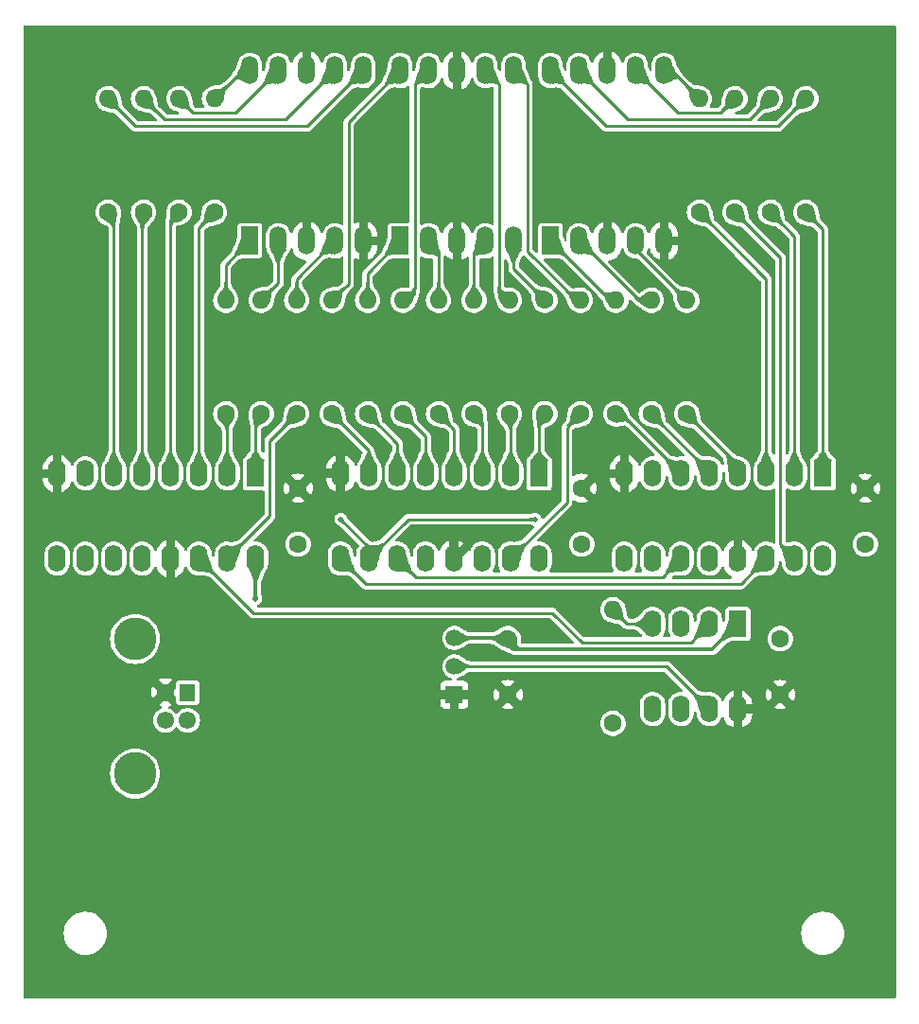
<source format=gbl>
G04 #@! TF.GenerationSoftware,KiCad,Pcbnew,7.0.10*
G04 #@! TF.CreationDate,2024-02-08T18:01:21+11:00*
G04 #@! TF.ProjectId,Desktop Thermometer USB-2,4465736b-746f-4702-9054-6865726d6f6d,rev?*
G04 #@! TF.SameCoordinates,Original*
G04 #@! TF.FileFunction,Copper,L2,Bot*
G04 #@! TF.FilePolarity,Positive*
%FSLAX46Y46*%
G04 Gerber Fmt 4.6, Leading zero omitted, Abs format (unit mm)*
G04 Created by KiCad (PCBNEW 7.0.10) date 2024-02-08 18:01:21*
%MOMM*%
%LPD*%
G01*
G04 APERTURE LIST*
G04 #@! TA.AperFunction,ComponentPad*
%ADD10C,1.600000*%
G04 #@! TD*
G04 #@! TA.AperFunction,ComponentPad*
%ADD11O,1.600000X1.600000*%
G04 #@! TD*
G04 #@! TA.AperFunction,ComponentPad*
%ADD12R,1.600000X2.400000*%
G04 #@! TD*
G04 #@! TA.AperFunction,ComponentPad*
%ADD13O,1.600000X2.400000*%
G04 #@! TD*
G04 #@! TA.AperFunction,ComponentPad*
%ADD14R,1.524000X2.524000*%
G04 #@! TD*
G04 #@! TA.AperFunction,ComponentPad*
%ADD15O,1.524000X2.524000*%
G04 #@! TD*
G04 #@! TA.AperFunction,ComponentPad*
%ADD16C,1.500000*%
G04 #@! TD*
G04 #@! TA.AperFunction,ComponentPad*
%ADD17R,1.500000X1.500000*%
G04 #@! TD*
G04 #@! TA.AperFunction,ComponentPad*
%ADD18R,1.428000X1.550000*%
G04 #@! TD*
G04 #@! TA.AperFunction,ComponentPad*
%ADD19C,1.550000*%
G04 #@! TD*
G04 #@! TA.AperFunction,ComponentPad*
%ADD20C,3.800000*%
G04 #@! TD*
G04 #@! TA.AperFunction,ViaPad*
%ADD21C,0.500000*%
G04 #@! TD*
G04 #@! TA.AperFunction,Conductor*
%ADD22C,0.350000*%
G04 #@! TD*
G04 #@! TA.AperFunction,Conductor*
%ADD23C,0.800000*%
G04 #@! TD*
G04 #@! TA.AperFunction,Conductor*
%ADD24C,0.270000*%
G04 #@! TD*
G04 APERTURE END LIST*
D10*
X142001000Y-103179000D03*
X142001000Y-108179000D03*
X123205000Y-94717000D03*
X123205000Y-89717000D03*
X126253000Y-83073000D03*
D11*
X126253000Y-72913000D03*
D12*
X144780000Y-88392000D03*
D13*
X142240000Y-88392000D03*
X139700000Y-88392000D03*
X137160000Y-88392000D03*
X134620000Y-88392000D03*
X132080000Y-88392000D03*
X129540000Y-88392000D03*
X127000000Y-88392000D03*
X127000000Y-96012000D03*
X129540000Y-96012000D03*
X132080000Y-96012000D03*
X134620000Y-96012000D03*
X137160000Y-96012000D03*
X139700000Y-96012000D03*
X142240000Y-96012000D03*
X144780000Y-96012000D03*
D10*
X165496000Y-65039000D03*
D11*
X165496000Y-54879000D03*
D14*
X118879000Y-67579000D03*
D15*
X121419000Y-67579000D03*
X123959000Y-67579000D03*
X126499000Y-67579000D03*
X129039000Y-67579000D03*
X129039000Y-52339000D03*
X126499000Y-52339000D03*
X123959000Y-52339000D03*
X121419000Y-52339000D03*
X118879000Y-52339000D03*
D10*
X115712000Y-65039000D03*
D11*
X115712000Y-54879000D03*
D12*
X119395000Y-88407000D03*
D13*
X116855000Y-88407000D03*
X114315000Y-88407000D03*
X111775000Y-88407000D03*
X109235000Y-88407000D03*
X106695000Y-88407000D03*
X104155000Y-88407000D03*
X101615000Y-88407000D03*
X101615000Y-96027000D03*
X104155000Y-96027000D03*
X106695000Y-96027000D03*
X109235000Y-96027000D03*
X111775000Y-96027000D03*
X114315000Y-96027000D03*
X116855000Y-96027000D03*
X119395000Y-96027000D03*
D10*
X142128000Y-83073000D03*
D11*
X142128000Y-72913000D03*
D10*
X168671000Y-65039000D03*
D11*
X168671000Y-54879000D03*
D10*
X151399000Y-110759000D03*
D11*
X151399000Y-100599000D03*
D10*
X151653000Y-83073000D03*
D11*
X151653000Y-72913000D03*
D10*
X138953000Y-83073000D03*
D11*
X138953000Y-72913000D03*
D12*
X162565000Y-101854000D03*
D13*
X160025000Y-101854000D03*
X157485000Y-101854000D03*
X154945000Y-101854000D03*
X154945000Y-109474000D03*
X157485000Y-109474000D03*
X160025000Y-109474000D03*
X162565000Y-109474000D03*
D10*
X112537000Y-65039000D03*
D11*
X112537000Y-54879000D03*
D10*
X116728000Y-83073000D03*
D11*
X116728000Y-72913000D03*
D10*
X129428000Y-83073000D03*
D11*
X129428000Y-72913000D03*
D10*
X135778000Y-83073000D03*
D11*
X135778000Y-72913000D03*
D12*
X170195000Y-88407000D03*
D13*
X167655000Y-88407000D03*
X165115000Y-88407000D03*
X162575000Y-88407000D03*
X160035000Y-88407000D03*
X157495000Y-88407000D03*
X154955000Y-88407000D03*
X152415000Y-88407000D03*
X152415000Y-96027000D03*
X154955000Y-96027000D03*
X157495000Y-96027000D03*
X160035000Y-96027000D03*
X162575000Y-96027000D03*
X165115000Y-96027000D03*
X167655000Y-96027000D03*
X170195000Y-96027000D03*
D16*
X137181000Y-103124000D03*
X137181000Y-105664000D03*
D17*
X137181000Y-108204000D03*
D10*
X159146000Y-65039000D03*
D11*
X159146000Y-54879000D03*
D14*
X145811000Y-67579000D03*
D15*
X148351000Y-67579000D03*
X150891000Y-67579000D03*
X153431000Y-67579000D03*
X155971000Y-67579000D03*
X155971000Y-52339000D03*
X153431000Y-52339000D03*
X150891000Y-52339000D03*
X148351000Y-52339000D03*
X145811000Y-52339000D03*
D10*
X148605000Y-94717000D03*
X148605000Y-89717000D03*
X145303000Y-72898000D03*
D11*
X145303000Y-83058000D03*
D10*
X119903000Y-83073000D03*
D11*
X119903000Y-72913000D03*
D14*
X132341000Y-67579000D03*
D15*
X134881000Y-67579000D03*
X137421000Y-67579000D03*
X139961000Y-67579000D03*
X142501000Y-67579000D03*
X142501000Y-52339000D03*
X139961000Y-52339000D03*
X137421000Y-52339000D03*
X134881000Y-52339000D03*
X132341000Y-52339000D03*
D10*
X162321000Y-65039000D03*
D11*
X162321000Y-54879000D03*
D10*
X132603000Y-83073000D03*
D11*
X132603000Y-72913000D03*
D10*
X109362000Y-65039000D03*
D11*
X109362000Y-54879000D03*
D10*
X158003000Y-83073000D03*
D11*
X158003000Y-72913000D03*
D10*
X174005000Y-94717000D03*
X174005000Y-89717000D03*
X148478000Y-83073000D03*
D11*
X148478000Y-72913000D03*
D10*
X154828000Y-83073000D03*
D11*
X154828000Y-72913000D03*
D10*
X123078000Y-83073000D03*
D11*
X123078000Y-72913000D03*
D10*
X166385000Y-103179000D03*
X166385000Y-108179000D03*
X106187000Y-65039000D03*
D11*
X106187000Y-54879000D03*
D18*
X113300000Y-107989250D03*
D19*
X113300000Y-110489250D03*
X111300000Y-110489250D03*
X111300000Y-107989250D03*
D20*
X108590000Y-115259250D03*
X108590000Y-103219250D03*
D21*
X119350000Y-99630000D03*
X138430000Y-93980000D03*
X127020000Y-92490000D03*
X144420000Y-92510000D03*
D22*
X142981000Y-104159000D02*
X142001000Y-103179000D01*
X119350000Y-99630000D02*
X119395000Y-99585000D01*
X160260000Y-104159000D02*
X142981000Y-104159000D01*
X162565000Y-101854000D02*
X160260000Y-104159000D01*
X137181000Y-103124000D02*
X141946000Y-103124000D01*
X119395000Y-99585000D02*
X119395000Y-96027000D01*
D23*
X138430000Y-93980000D02*
X138430000Y-94742000D01*
X138430000Y-94742000D02*
X137160000Y-96012000D01*
D24*
X116728000Y-69730000D02*
X118879000Y-67579000D01*
X116728000Y-72913000D02*
X116728000Y-69730000D01*
X119903000Y-72913000D02*
X121419000Y-71397000D01*
X121419000Y-71397000D02*
X121419000Y-67579000D01*
X123078000Y-71000000D02*
X126499000Y-67579000D01*
X123078000Y-72913000D02*
X123078000Y-71000000D01*
X124034000Y-57344000D02*
X129039000Y-52339000D01*
X106187000Y-54879000D02*
X108652000Y-57344000D01*
X108652000Y-57344000D02*
X124034000Y-57344000D01*
X109362000Y-54879000D02*
X111227000Y-56744000D01*
X122094000Y-56744000D02*
X126499000Y-52339000D01*
X111227000Y-56744000D02*
X122094000Y-56744000D01*
X113802000Y-56144000D02*
X117614000Y-56144000D01*
X117614000Y-56144000D02*
X121419000Y-52339000D01*
X112537000Y-54879000D02*
X113802000Y-56144000D01*
X115712000Y-54879000D02*
X118252000Y-52339000D01*
X129428000Y-72913000D02*
X129428000Y-70492000D01*
X129428000Y-70492000D02*
X132341000Y-67579000D01*
X135778000Y-68476000D02*
X134881000Y-67579000D01*
X135778000Y-72913000D02*
X135778000Y-68476000D01*
X138953000Y-72913000D02*
X138953000Y-68587000D01*
X138953000Y-68587000D02*
X139961000Y-67579000D01*
X145303000Y-72898000D02*
X142501000Y-70096000D01*
X142501000Y-70096000D02*
X142501000Y-67579000D01*
X143728000Y-68528000D02*
X148113000Y-72913000D01*
X142501000Y-52339000D02*
X143728000Y-53566000D01*
X143728000Y-53566000D02*
X143728000Y-68528000D01*
X142128000Y-72913000D02*
X141188000Y-71973000D01*
X141188000Y-71973000D02*
X141188000Y-53566000D01*
X141188000Y-53566000D02*
X139961000Y-52339000D01*
X133654000Y-71862000D02*
X133654000Y-53566000D01*
X132603000Y-72913000D02*
X133654000Y-71862000D01*
X133654000Y-53566000D02*
X134881000Y-52339000D01*
X127726000Y-56954000D02*
X132341000Y-52339000D01*
X126253000Y-72913000D02*
X127726000Y-71440000D01*
X127726000Y-71440000D02*
X127726000Y-56954000D01*
X151145000Y-72913000D02*
X145811000Y-67579000D01*
X154828000Y-72913000D02*
X153696630Y-72913000D01*
X153696630Y-72913000D02*
X148362630Y-67579000D01*
X158003000Y-72913000D02*
X153431000Y-68341000D01*
X156606000Y-52339000D02*
X155971000Y-52339000D01*
X159146000Y-54879000D02*
X156606000Y-52339000D01*
X162321000Y-54879000D02*
X161056000Y-56144000D01*
X161056000Y-56144000D02*
X157236000Y-56144000D01*
X157236000Y-56144000D02*
X153431000Y-52339000D01*
X165496000Y-54879000D02*
X163631000Y-56744000D01*
X163631000Y-56744000D02*
X152756000Y-56744000D01*
X152756000Y-56744000D02*
X148351000Y-52339000D01*
X168671000Y-54879000D02*
X166206000Y-57344000D01*
X150816000Y-57344000D02*
X145811000Y-52339000D01*
X166206000Y-57344000D02*
X150816000Y-57344000D01*
X106695000Y-88407000D02*
X106695000Y-65547000D01*
X106695000Y-65547000D02*
X106187000Y-65039000D01*
X109235000Y-88407000D02*
X109235000Y-65166000D01*
X111775000Y-88407000D02*
X111775000Y-65801000D01*
X111775000Y-65801000D02*
X112537000Y-65039000D01*
X114315000Y-88407000D02*
X114315000Y-66436000D01*
X114315000Y-66436000D02*
X115712000Y-65039000D01*
X116855000Y-88407000D02*
X116855000Y-83200000D01*
X119395000Y-83581000D02*
X119903000Y-83073000D01*
X119395000Y-88407000D02*
X119395000Y-83581000D01*
X120660000Y-92222000D02*
X120660000Y-85491000D01*
X116855000Y-96027000D02*
X120660000Y-92222000D01*
X120660000Y-85491000D02*
X123078000Y-83073000D01*
X129540000Y-88392000D02*
X129540000Y-86360000D01*
X129540000Y-86360000D02*
X126253000Y-83073000D01*
X132080000Y-85725000D02*
X129428000Y-83073000D01*
X132080000Y-88392000D02*
X132080000Y-85725000D01*
X134620000Y-85090000D02*
X132603000Y-83073000D01*
X134620000Y-88392000D02*
X134620000Y-85090000D01*
X137160000Y-84455000D02*
X135778000Y-83073000D01*
X137160000Y-88392000D02*
X137160000Y-84455000D01*
X139700000Y-88392000D02*
X139700000Y-83820000D01*
X139700000Y-83820000D02*
X138953000Y-83073000D01*
X142240000Y-88392000D02*
X142240000Y-83185000D01*
X144780000Y-88392000D02*
X144780000Y-83581000D01*
X144780000Y-83581000D02*
X145303000Y-83058000D01*
X142240000Y-96012000D02*
X147270000Y-90982000D01*
X147270000Y-90982000D02*
X147270000Y-84281000D01*
X147270000Y-84281000D02*
X148478000Y-83073000D01*
X157495000Y-88407000D02*
X152161000Y-83073000D01*
X160035000Y-88280000D02*
X154828000Y-83073000D01*
X162575000Y-87645000D02*
X158003000Y-83073000D01*
X165115000Y-71008000D02*
X159146000Y-65039000D01*
X165115000Y-88407000D02*
X165115000Y-71008000D01*
X166380000Y-94752000D02*
X166380000Y-69098000D01*
X166380000Y-69098000D02*
X162321000Y-65039000D01*
X167655000Y-96027000D02*
X166380000Y-94752000D01*
X167655000Y-88407000D02*
X167655000Y-67198000D01*
X167655000Y-67198000D02*
X165496000Y-65039000D01*
X170195000Y-88407000D02*
X170195000Y-66563000D01*
X170195000Y-66563000D02*
X168671000Y-65039000D01*
X154945000Y-101854000D02*
X152654000Y-101854000D01*
X152654000Y-101854000D02*
X151399000Y-100599000D01*
X129540000Y-96012000D02*
X133042000Y-92510000D01*
X133042000Y-92510000D02*
X144420000Y-92510000D01*
X127020000Y-92490000D02*
X129540000Y-95010000D01*
X157495000Y-96027000D02*
X155830000Y-97692000D01*
X155830000Y-97692000D02*
X133760000Y-97692000D01*
X133760000Y-97692000D02*
X132080000Y-96012000D01*
X119158000Y-100870000D02*
X145970000Y-100870000D01*
X158360000Y-103519000D02*
X148619000Y-103519000D01*
X160025000Y-101854000D02*
X158360000Y-103519000D01*
X114315000Y-96027000D02*
X119158000Y-100870000D01*
X148619000Y-103519000D02*
X145970000Y-100870000D01*
X129280000Y-98292000D02*
X162850000Y-98292000D01*
X162850000Y-98292000D02*
X165115000Y-96027000D01*
X127000000Y-96012000D02*
X129280000Y-98292000D01*
X156215000Y-105664000D02*
X160025000Y-109474000D01*
X137181000Y-105664000D02*
X156215000Y-105664000D01*
G04 #@! TA.AperFunction,Conductor*
G36*
X143909965Y-92977903D02*
G01*
X143923823Y-92980673D01*
X143994402Y-92982274D01*
X144005892Y-92983069D01*
X144023591Y-92985127D01*
X144041903Y-92988670D01*
X144045866Y-92989752D01*
X144058932Y-92994112D01*
X144100087Y-93010442D01*
X144102551Y-93011453D01*
X144182890Y-93045424D01*
X144197643Y-93051255D01*
X144205994Y-93052759D01*
X144231461Y-93060233D01*
X144246811Y-93066591D01*
X144273547Y-93077666D01*
X144327950Y-93121507D01*
X144350014Y-93187802D01*
X144332734Y-93255501D01*
X144313774Y-93279907D01*
X143268048Y-94325633D01*
X143233912Y-94349795D01*
X143090644Y-94418385D01*
X143075584Y-94424419D01*
X142907747Y-94479216D01*
X142890547Y-94483499D01*
X142729343Y-94511587D01*
X142710782Y-94513397D01*
X142555767Y-94516803D01*
X142512493Y-94510015D01*
X142507747Y-94508372D01*
X142507740Y-94508370D01*
X142507738Y-94508370D01*
X142294036Y-94477644D01*
X142294033Y-94477644D01*
X142263214Y-94479112D01*
X142078381Y-94487917D01*
X141868568Y-94538817D01*
X141835723Y-94553817D01*
X141672178Y-94628504D01*
X141672172Y-94628508D01*
X141496317Y-94753734D01*
X141496311Y-94753740D01*
X141347324Y-94909993D01*
X141230600Y-95091620D01*
X141150362Y-95292043D01*
X141150358Y-95292056D01*
X141109500Y-95504049D01*
X141109500Y-96465852D01*
X141124879Y-96626911D01*
X141124882Y-96626928D01*
X141185704Y-96834071D01*
X141185705Y-96834074D01*
X141185706Y-96834075D01*
X141244121Y-96947385D01*
X141284640Y-97025979D01*
X141287829Y-97030941D01*
X141286833Y-97031580D01*
X141310507Y-97090713D01*
X141297284Y-97159320D01*
X141249068Y-97209887D01*
X141187068Y-97226500D01*
X140747469Y-97226500D01*
X140680430Y-97206815D01*
X140634675Y-97154011D01*
X140624731Y-97084853D01*
X140643154Y-97035460D01*
X140649250Y-97025974D01*
X140709399Y-96932381D01*
X140789641Y-96731947D01*
X140830500Y-96519950D01*
X140830500Y-95558152D01*
X140826766Y-95519050D01*
X140815120Y-95397088D01*
X140815119Y-95397087D01*
X140815119Y-95397078D01*
X140789141Y-95308604D01*
X140754295Y-95189928D01*
X140754294Y-95189926D01*
X140754294Y-95189925D01*
X140655363Y-94998026D01*
X140521903Y-94828317D01*
X140510999Y-94818869D01*
X140435835Y-94753739D01*
X140358737Y-94686933D01*
X140358733Y-94686931D01*
X140358730Y-94686928D01*
X140171765Y-94578985D01*
X140171764Y-94578984D01*
X140171763Y-94578984D01*
X140035443Y-94531803D01*
X139967739Y-94508370D01*
X139899084Y-94498499D01*
X139754036Y-94477644D01*
X139754033Y-94477644D01*
X139723214Y-94479112D01*
X139538381Y-94487917D01*
X139328568Y-94538817D01*
X139295723Y-94553817D01*
X139132178Y-94628504D01*
X139132172Y-94628508D01*
X138956317Y-94753734D01*
X138956311Y-94753740D01*
X138807324Y-94909993D01*
X138690600Y-95091620D01*
X138634868Y-95230831D01*
X138591678Y-95285752D01*
X138525651Y-95308604D01*
X138457750Y-95292131D01*
X138409535Y-95241564D01*
X138399976Y-95216837D01*
X138386269Y-95165682D01*
X138386265Y-95165673D01*
X138290134Y-94959517D01*
X138159657Y-94773179D01*
X137998820Y-94612342D01*
X137812482Y-94481865D01*
X137606324Y-94385732D01*
X137560000Y-94373319D01*
X137560000Y-95980518D01*
X137545165Y-95886852D01*
X137487641Y-95773955D01*
X137398045Y-95684359D01*
X137285148Y-95626835D01*
X137191481Y-95612000D01*
X137128519Y-95612000D01*
X137034852Y-95626835D01*
X136921955Y-95684359D01*
X136832359Y-95773955D01*
X136774835Y-95886852D01*
X136760000Y-95980518D01*
X136760000Y-94373320D01*
X136759999Y-94373319D01*
X136713675Y-94385732D01*
X136507517Y-94481865D01*
X136321179Y-94612342D01*
X136160342Y-94773179D01*
X136029865Y-94959517D01*
X135933734Y-95165673D01*
X135933729Y-95165685D01*
X135920861Y-95213708D01*
X135884495Y-95273367D01*
X135821648Y-95303896D01*
X135752272Y-95295599D01*
X135698395Y-95251113D01*
X135682111Y-95216549D01*
X135674294Y-95189925D01*
X135575363Y-94998026D01*
X135441903Y-94828317D01*
X135430999Y-94818869D01*
X135355835Y-94753739D01*
X135278737Y-94686933D01*
X135278733Y-94686931D01*
X135278730Y-94686928D01*
X135091765Y-94578985D01*
X135091764Y-94578984D01*
X135091763Y-94578984D01*
X134955443Y-94531803D01*
X134887739Y-94508370D01*
X134819084Y-94498499D01*
X134674036Y-94477644D01*
X134674033Y-94477644D01*
X134643214Y-94479112D01*
X134458381Y-94487917D01*
X134248568Y-94538817D01*
X134215723Y-94553817D01*
X134052178Y-94628504D01*
X134052172Y-94628508D01*
X133876317Y-94753734D01*
X133876311Y-94753740D01*
X133727324Y-94909993D01*
X133610600Y-95091620D01*
X133530362Y-95292043D01*
X133530358Y-95292056D01*
X133489500Y-95504049D01*
X133489500Y-95697498D01*
X133469815Y-95764537D01*
X133417011Y-95810292D01*
X133347853Y-95820236D01*
X133284297Y-95791211D01*
X133246885Y-95733642D01*
X133215885Y-95631909D01*
X133210500Y-95595765D01*
X133210500Y-95558147D01*
X133195120Y-95397088D01*
X133195119Y-95397087D01*
X133195119Y-95397078D01*
X133169141Y-95308604D01*
X133134295Y-95189928D01*
X133134294Y-95189926D01*
X133134294Y-95189925D01*
X133035363Y-94998026D01*
X132901903Y-94828317D01*
X132890999Y-94818869D01*
X132815835Y-94753739D01*
X132738737Y-94686933D01*
X132738733Y-94686931D01*
X132738730Y-94686928D01*
X132551765Y-94578985D01*
X132551764Y-94578984D01*
X132551763Y-94578984D01*
X132415443Y-94531803D01*
X132347739Y-94508370D01*
X132279084Y-94498499D01*
X132134036Y-94477644D01*
X132134032Y-94477644D01*
X132032979Y-94482458D01*
X131965079Y-94465985D01*
X131916863Y-94415418D01*
X131903640Y-94346811D01*
X131929608Y-94281946D01*
X131939388Y-94270927D01*
X133198498Y-93011819D01*
X133259821Y-92978334D01*
X133286179Y-92975500D01*
X143885668Y-92975500D01*
X143909965Y-92977903D01*
G37*
G04 #@! TD.AperFunction*
G04 #@! TA.AperFunction,Conductor*
G36*
X162189835Y-96152148D02*
G01*
X162247359Y-96265045D01*
X162336955Y-96354641D01*
X162449852Y-96412165D01*
X162543519Y-96427000D01*
X162299000Y-96427000D01*
X162231961Y-96407315D01*
X162186206Y-96354511D01*
X162175000Y-96303000D01*
X162175000Y-96058481D01*
X162189835Y-96152148D01*
G37*
G04 #@! TD.AperFunction*
G04 #@! TA.AperFunction,Conductor*
G36*
X162975000Y-96303000D02*
G01*
X162955315Y-96370039D01*
X162902511Y-96415794D01*
X162851000Y-96427000D01*
X162606481Y-96427000D01*
X162700148Y-96412165D01*
X162813045Y-96354641D01*
X162902641Y-96265045D01*
X162960165Y-96152148D01*
X162975000Y-96058481D01*
X162975000Y-96303000D01*
G37*
G04 #@! TD.AperFunction*
G04 #@! TA.AperFunction,Conductor*
G36*
X136774835Y-96137148D02*
G01*
X136832359Y-96250045D01*
X136921955Y-96339641D01*
X137034852Y-96397165D01*
X137128519Y-96412000D01*
X136884000Y-96412000D01*
X136816961Y-96392315D01*
X136771206Y-96339511D01*
X136760000Y-96288000D01*
X136760000Y-96043481D01*
X136774835Y-96137148D01*
G37*
G04 #@! TD.AperFunction*
G04 #@! TA.AperFunction,Conductor*
G36*
X137560000Y-96288000D02*
G01*
X137540315Y-96355039D01*
X137487511Y-96400794D01*
X137436000Y-96412000D01*
X137191481Y-96412000D01*
X137285148Y-96397165D01*
X137398045Y-96339641D01*
X137487641Y-96250045D01*
X137545165Y-96137148D01*
X137560000Y-96043481D01*
X137560000Y-96288000D01*
G37*
G04 #@! TD.AperFunction*
G04 #@! TA.AperFunction,Conductor*
G36*
X148219835Y-89591852D02*
G01*
X148200014Y-89717000D01*
X148219835Y-89842148D01*
X148277357Y-89955042D01*
X148126996Y-89804681D01*
X148093511Y-89743358D01*
X148098495Y-89673666D01*
X148126996Y-89629319D01*
X148277357Y-89478957D01*
X148219835Y-89591852D01*
G37*
G04 #@! TD.AperFunction*
G04 #@! TA.AperFunction,Conductor*
G36*
X123573835Y-67704148D02*
G01*
X123631359Y-67817045D01*
X123720955Y-67906641D01*
X123833852Y-67964165D01*
X123927519Y-67979000D01*
X123683000Y-67979000D01*
X123615961Y-67959315D01*
X123570206Y-67906511D01*
X123559000Y-67855000D01*
X123559000Y-67610481D01*
X123573835Y-67704148D01*
G37*
G04 #@! TD.AperFunction*
G04 #@! TA.AperFunction,Conductor*
G36*
X124359000Y-67855000D02*
G01*
X124339315Y-67922039D01*
X124286511Y-67967794D01*
X124235000Y-67979000D01*
X123990481Y-67979000D01*
X124084148Y-67964165D01*
X124197045Y-67906641D01*
X124286641Y-67817045D01*
X124344165Y-67704148D01*
X124359000Y-67610481D01*
X124359000Y-67855000D01*
G37*
G04 #@! TD.AperFunction*
G04 #@! TA.AperFunction,Conductor*
G36*
X150505835Y-67704148D02*
G01*
X150563359Y-67817045D01*
X150652955Y-67906641D01*
X150765852Y-67964165D01*
X150859519Y-67979000D01*
X150615000Y-67979000D01*
X150547961Y-67959315D01*
X150502206Y-67906511D01*
X150491000Y-67855000D01*
X150491000Y-67610481D01*
X150505835Y-67704148D01*
G37*
G04 #@! TD.AperFunction*
G04 #@! TA.AperFunction,Conductor*
G36*
X151291000Y-67855000D02*
G01*
X151271315Y-67922039D01*
X151218511Y-67967794D01*
X151167000Y-67979000D01*
X150922481Y-67979000D01*
X151016148Y-67964165D01*
X151129045Y-67906641D01*
X151218641Y-67817045D01*
X151276165Y-67704148D01*
X151291000Y-67610481D01*
X151291000Y-67855000D01*
G37*
G04 #@! TD.AperFunction*
G04 #@! TA.AperFunction,Conductor*
G36*
X137821000Y-54035976D02*
G01*
X137919003Y-54004134D01*
X138119039Y-53896490D01*
X138119042Y-53896488D01*
X138296646Y-53754854D01*
X138446100Y-53583789D01*
X138446107Y-53583781D01*
X138562615Y-53388781D01*
X138562619Y-53388773D01*
X138642438Y-53176095D01*
X138655494Y-53104153D01*
X138686832Y-53041706D01*
X138746958Y-53006115D01*
X138816780Y-53008680D01*
X138874132Y-53048586D01*
X138896477Y-53091358D01*
X138901125Y-53107186D01*
X138940494Y-53241267D01*
X138942145Y-53246888D01*
X139016063Y-53390270D01*
X139037752Y-53432341D01*
X139166721Y-53596337D01*
X139166724Y-53596340D01*
X139324408Y-53732974D01*
X139505091Y-53837291D01*
X139505092Y-53837291D01*
X139505095Y-53837293D01*
X139702262Y-53905533D01*
X139908780Y-53935226D01*
X140117186Y-53925298D01*
X140319947Y-53876109D01*
X140349347Y-53862682D01*
X140356008Y-53859640D01*
X140393484Y-53849230D01*
X140482200Y-53839124D01*
X140500694Y-53838409D01*
X140602985Y-53842109D01*
X140669267Y-53864204D01*
X140713083Y-53918628D01*
X140722500Y-53966028D01*
X140722500Y-66042367D01*
X140702815Y-66109406D01*
X140650011Y-66155161D01*
X140580853Y-66165105D01*
X140536500Y-66149754D01*
X140416908Y-66080708D01*
X140219743Y-66012468D01*
X140219739Y-66012467D01*
X140219738Y-66012467D01*
X140013220Y-65982774D01*
X140013217Y-65982774D01*
X139983433Y-65984192D01*
X139804814Y-65992702D01*
X139602053Y-66041891D01*
X139536728Y-66071724D01*
X139412269Y-66128562D01*
X139412266Y-66128563D01*
X139412266Y-66128564D01*
X139399591Y-66137590D01*
X139242309Y-66249589D01*
X139098333Y-66400587D01*
X139098332Y-66400588D01*
X139098331Y-66400590D01*
X139061939Y-66457217D01*
X138985530Y-66576112D01*
X138907989Y-66769797D01*
X138907986Y-66769807D01*
X138900082Y-66810816D01*
X138868065Y-66872918D01*
X138807555Y-66907852D01*
X138737765Y-66904527D01*
X138680851Y-66863997D01*
X138658792Y-66820335D01*
X138607307Y-66633784D01*
X138607302Y-66633769D01*
X138508743Y-66429108D01*
X138508737Y-66429098D01*
X138375219Y-66245327D01*
X138375215Y-66245322D01*
X138211023Y-66088340D01*
X138021439Y-65963196D01*
X137821000Y-65877523D01*
X137821000Y-67547518D01*
X137806165Y-67453852D01*
X137748641Y-67340955D01*
X137659045Y-67251359D01*
X137546148Y-67193835D01*
X137452481Y-67179000D01*
X137389519Y-67179000D01*
X137295852Y-67193835D01*
X137182955Y-67251359D01*
X137093359Y-67340955D01*
X137035835Y-67453852D01*
X137021000Y-67547518D01*
X137021000Y-65882022D01*
X137020999Y-65882022D01*
X136922998Y-65913864D01*
X136722960Y-66021509D01*
X136722957Y-66021511D01*
X136545353Y-66163145D01*
X136395899Y-66334210D01*
X136395892Y-66334218D01*
X136279384Y-66529218D01*
X136279380Y-66529226D01*
X136199562Y-66741903D01*
X136186505Y-66813848D01*
X136155165Y-66876295D01*
X136095040Y-66911885D01*
X136025217Y-66909319D01*
X135967866Y-66869411D01*
X135945522Y-66826641D01*
X135899855Y-66671112D01*
X135804250Y-66485663D01*
X135804248Y-66485661D01*
X135804247Y-66485658D01*
X135675278Y-66321662D01*
X135675275Y-66321659D01*
X135517591Y-66185025D01*
X135336908Y-66080708D01*
X135139743Y-66012468D01*
X135139739Y-66012467D01*
X135139738Y-66012467D01*
X134933220Y-65982774D01*
X134933217Y-65982774D01*
X134903433Y-65984192D01*
X134724814Y-65992702D01*
X134522053Y-66041891D01*
X134454779Y-66072614D01*
X134332267Y-66128563D01*
X134332266Y-66128563D01*
X134315425Y-66140556D01*
X134249398Y-66163407D01*
X134181498Y-66146933D01*
X134133283Y-66096365D01*
X134119500Y-66039547D01*
X134119500Y-53966029D01*
X134139185Y-53898990D01*
X134191989Y-53853235D01*
X134239014Y-53842110D01*
X134341302Y-53838409D01*
X134359798Y-53839124D01*
X134451430Y-53849563D01*
X134477941Y-53855583D01*
X134622262Y-53905533D01*
X134828780Y-53935226D01*
X135037186Y-53925298D01*
X135239947Y-53876109D01*
X135429734Y-53789436D01*
X135599689Y-53668412D01*
X135743669Y-53517410D01*
X135856469Y-53341889D01*
X135934014Y-53148193D01*
X135941917Y-53107184D01*
X135973932Y-53045083D01*
X136034441Y-53010148D01*
X136104231Y-53013471D01*
X136161146Y-53053999D01*
X136183207Y-53097663D01*
X136234692Y-53284217D01*
X136234697Y-53284230D01*
X136333256Y-53488891D01*
X136333262Y-53488901D01*
X136466780Y-53672672D01*
X136466784Y-53672677D01*
X136630976Y-53829659D01*
X136820562Y-53954803D01*
X136820568Y-53954806D01*
X137020999Y-54040475D01*
X137021000Y-54040475D01*
X137021000Y-52370481D01*
X137035835Y-52464148D01*
X137093359Y-52577045D01*
X137182955Y-52666641D01*
X137295852Y-52724165D01*
X137389519Y-52739000D01*
X137452481Y-52739000D01*
X137546148Y-52724165D01*
X137659045Y-52666641D01*
X137748641Y-52577045D01*
X137806165Y-52464148D01*
X137821000Y-52370481D01*
X137821000Y-54035976D01*
G37*
G04 #@! TD.AperFunction*
G04 #@! TA.AperFunction,Conductor*
G36*
X123573835Y-52464148D02*
G01*
X123631359Y-52577045D01*
X123720955Y-52666641D01*
X123833852Y-52724165D01*
X123927519Y-52739000D01*
X123683000Y-52739000D01*
X123615961Y-52719315D01*
X123570206Y-52666511D01*
X123559000Y-52615000D01*
X123559000Y-52370481D01*
X123573835Y-52464148D01*
G37*
G04 #@! TD.AperFunction*
G04 #@! TA.AperFunction,Conductor*
G36*
X124359000Y-52615000D02*
G01*
X124339315Y-52682039D01*
X124286511Y-52727794D01*
X124235000Y-52739000D01*
X123990481Y-52739000D01*
X124084148Y-52724165D01*
X124197045Y-52666641D01*
X124286641Y-52577045D01*
X124344165Y-52464148D01*
X124359000Y-52370481D01*
X124359000Y-52615000D01*
G37*
G04 #@! TD.AperFunction*
G04 #@! TA.AperFunction,Conductor*
G36*
X150505835Y-52464148D02*
G01*
X150563359Y-52577045D01*
X150652955Y-52666641D01*
X150765852Y-52724165D01*
X150859519Y-52739000D01*
X150615000Y-52739000D01*
X150547961Y-52719315D01*
X150502206Y-52666511D01*
X150491000Y-52615000D01*
X150491000Y-52370481D01*
X150505835Y-52464148D01*
G37*
G04 #@! TD.AperFunction*
G04 #@! TA.AperFunction,Conductor*
G36*
X151291000Y-52615000D02*
G01*
X151271315Y-52682039D01*
X151218511Y-52727794D01*
X151167000Y-52739000D01*
X150922481Y-52739000D01*
X151016148Y-52724165D01*
X151129045Y-52666641D01*
X151218641Y-52577045D01*
X151276165Y-52464148D01*
X151291000Y-52370481D01*
X151291000Y-52615000D01*
G37*
G04 #@! TD.AperFunction*
G04 #@! TA.AperFunction,Conductor*
G36*
X176680539Y-48326185D02*
G01*
X176726294Y-48378989D01*
X176737500Y-48430500D01*
X176737500Y-135211500D01*
X176717815Y-135278539D01*
X176665011Y-135324294D01*
X176613500Y-135335500D01*
X98722500Y-135335500D01*
X98655461Y-135315815D01*
X98609706Y-135263011D01*
X98598500Y-135211500D01*
X98598500Y-129540001D01*
X102204569Y-129540001D01*
X102224269Y-129815442D01*
X102224270Y-129815449D01*
X102282966Y-130085267D01*
X102282968Y-130085274D01*
X102342884Y-130245917D01*
X102379470Y-130344008D01*
X102379472Y-130344012D01*
X102511808Y-130586367D01*
X102511813Y-130586375D01*
X102677292Y-130807430D01*
X102677308Y-130807448D01*
X102872551Y-131002691D01*
X102872569Y-131002707D01*
X103093624Y-131168186D01*
X103093632Y-131168191D01*
X103335987Y-131300527D01*
X103335991Y-131300529D01*
X103335993Y-131300530D01*
X103594726Y-131397032D01*
X103864559Y-131455731D01*
X104071056Y-131470500D01*
X104208944Y-131470500D01*
X104415441Y-131455731D01*
X104685274Y-131397032D01*
X104944007Y-131300530D01*
X105186373Y-131168188D01*
X105407438Y-131002701D01*
X105602701Y-130807438D01*
X105768188Y-130586373D01*
X105900530Y-130344007D01*
X105997032Y-130085274D01*
X106055731Y-129815441D01*
X106075431Y-129540001D01*
X168244569Y-129540001D01*
X168264269Y-129815442D01*
X168264270Y-129815449D01*
X168322966Y-130085267D01*
X168322968Y-130085274D01*
X168382884Y-130245917D01*
X168419470Y-130344008D01*
X168419472Y-130344012D01*
X168551808Y-130586367D01*
X168551813Y-130586375D01*
X168717292Y-130807430D01*
X168717308Y-130807448D01*
X168912551Y-131002691D01*
X168912569Y-131002707D01*
X169133624Y-131168186D01*
X169133632Y-131168191D01*
X169375987Y-131300527D01*
X169375991Y-131300529D01*
X169375993Y-131300530D01*
X169634726Y-131397032D01*
X169904559Y-131455731D01*
X170111056Y-131470500D01*
X170248944Y-131470500D01*
X170455441Y-131455731D01*
X170725274Y-131397032D01*
X170984007Y-131300530D01*
X171226373Y-131168188D01*
X171447438Y-131002701D01*
X171642701Y-130807438D01*
X171808188Y-130586373D01*
X171940530Y-130344007D01*
X172037032Y-130085274D01*
X172095731Y-129815441D01*
X172115431Y-129540000D01*
X172095731Y-129264559D01*
X172037032Y-128994726D01*
X171940530Y-128735993D01*
X171808188Y-128493627D01*
X171808186Y-128493624D01*
X171642707Y-128272569D01*
X171642691Y-128272551D01*
X171447448Y-128077308D01*
X171447430Y-128077292D01*
X171226375Y-127911813D01*
X171226367Y-127911808D01*
X170984012Y-127779472D01*
X170984008Y-127779470D01*
X170885917Y-127742884D01*
X170725274Y-127682968D01*
X170725270Y-127682967D01*
X170725267Y-127682966D01*
X170455449Y-127624270D01*
X170455442Y-127624269D01*
X170248946Y-127609500D01*
X170248944Y-127609500D01*
X170111056Y-127609500D01*
X170111053Y-127609500D01*
X169904557Y-127624269D01*
X169904550Y-127624270D01*
X169634732Y-127682966D01*
X169634727Y-127682967D01*
X169634726Y-127682968D01*
X169572172Y-127706299D01*
X169375991Y-127779470D01*
X169375987Y-127779472D01*
X169133632Y-127911808D01*
X169133624Y-127911813D01*
X168912569Y-128077292D01*
X168912551Y-128077308D01*
X168717308Y-128272551D01*
X168717292Y-128272569D01*
X168551813Y-128493624D01*
X168551808Y-128493632D01*
X168419472Y-128735987D01*
X168419470Y-128735991D01*
X168322966Y-128994732D01*
X168264270Y-129264550D01*
X168264269Y-129264557D01*
X168244569Y-129539998D01*
X168244569Y-129540001D01*
X106075431Y-129540001D01*
X106075431Y-129540000D01*
X106055731Y-129264559D01*
X105997032Y-128994726D01*
X105900530Y-128735993D01*
X105768188Y-128493627D01*
X105768186Y-128493624D01*
X105602707Y-128272569D01*
X105602691Y-128272551D01*
X105407448Y-128077308D01*
X105407430Y-128077292D01*
X105186375Y-127911813D01*
X105186367Y-127911808D01*
X104944012Y-127779472D01*
X104944008Y-127779470D01*
X104845917Y-127742884D01*
X104685274Y-127682968D01*
X104685270Y-127682967D01*
X104685267Y-127682966D01*
X104415449Y-127624270D01*
X104415442Y-127624269D01*
X104208946Y-127609500D01*
X104208944Y-127609500D01*
X104071056Y-127609500D01*
X104071053Y-127609500D01*
X103864557Y-127624269D01*
X103864550Y-127624270D01*
X103594732Y-127682966D01*
X103594727Y-127682967D01*
X103594726Y-127682968D01*
X103532172Y-127706299D01*
X103335991Y-127779470D01*
X103335987Y-127779472D01*
X103093632Y-127911808D01*
X103093624Y-127911813D01*
X102872569Y-128077292D01*
X102872551Y-128077308D01*
X102677308Y-128272551D01*
X102677292Y-128272569D01*
X102511813Y-128493624D01*
X102511808Y-128493632D01*
X102379472Y-128735987D01*
X102379470Y-128735991D01*
X102282966Y-128994732D01*
X102224270Y-129264550D01*
X102224269Y-129264557D01*
X102204569Y-129539998D01*
X102204569Y-129540001D01*
X98598500Y-129540001D01*
X98598500Y-115259250D01*
X106354714Y-115259250D01*
X106373837Y-115551011D01*
X106373838Y-115551023D01*
X106430878Y-115837777D01*
X106430883Y-115837797D01*
X106524861Y-116114649D01*
X106524865Y-116114659D01*
X106654180Y-116376883D01*
X106654193Y-116376905D01*
X106816626Y-116620004D01*
X107009413Y-116839836D01*
X107229245Y-117032623D01*
X107472344Y-117195056D01*
X107472352Y-117195061D01*
X107472357Y-117195064D01*
X107472360Y-117195065D01*
X107472366Y-117195069D01*
X107734590Y-117324384D01*
X107734600Y-117324388D01*
X108011452Y-117418366D01*
X108011456Y-117418367D01*
X108011465Y-117418370D01*
X108205323Y-117456931D01*
X108298226Y-117475411D01*
X108298227Y-117475411D01*
X108298237Y-117475413D01*
X108590000Y-117494536D01*
X108881763Y-117475413D01*
X109168535Y-117418370D01*
X109168547Y-117418366D01*
X109445399Y-117324388D01*
X109445409Y-117324384D01*
X109707633Y-117195069D01*
X109707633Y-117195068D01*
X109707643Y-117195064D01*
X109950756Y-117032622D01*
X110170586Y-116839836D01*
X110363372Y-116620006D01*
X110525814Y-116376893D01*
X110655135Y-116114657D01*
X110749120Y-115837785D01*
X110806163Y-115551013D01*
X110825286Y-115259250D01*
X110806163Y-114967487D01*
X110749120Y-114680715D01*
X110749116Y-114680702D01*
X110655138Y-114403850D01*
X110655134Y-114403840D01*
X110525819Y-114141616D01*
X110525806Y-114141594D01*
X110363373Y-113898495D01*
X110170586Y-113678663D01*
X109950754Y-113485876D01*
X109707655Y-113323443D01*
X109707633Y-113323430D01*
X109445409Y-113194115D01*
X109445399Y-113194111D01*
X109168547Y-113100133D01*
X109168527Y-113100128D01*
X108881773Y-113043088D01*
X108881764Y-113043087D01*
X108881763Y-113043087D01*
X108590000Y-113023964D01*
X108298237Y-113043087D01*
X108298236Y-113043087D01*
X108298226Y-113043088D01*
X108011472Y-113100128D01*
X108011452Y-113100133D01*
X107734600Y-113194111D01*
X107734590Y-113194115D01*
X107472366Y-113323430D01*
X107472344Y-113323443D01*
X107229245Y-113485876D01*
X107009413Y-113678663D01*
X106816626Y-113898495D01*
X106654193Y-114141594D01*
X106654180Y-114141616D01*
X106524865Y-114403840D01*
X106524861Y-114403850D01*
X106430883Y-114680702D01*
X106430878Y-114680722D01*
X106373838Y-114967476D01*
X106373837Y-114967488D01*
X106354714Y-115259250D01*
X98598500Y-115259250D01*
X98598500Y-110489250D01*
X110189764Y-110489250D01*
X110208667Y-110693250D01*
X110208667Y-110693252D01*
X110208668Y-110693255D01*
X110227374Y-110758999D01*
X110264737Y-110890317D01*
X110356058Y-111073714D01*
X110479527Y-111237213D01*
X110609777Y-111355951D01*
X110630933Y-111375237D01*
X110805125Y-111483093D01*
X110996169Y-111557103D01*
X111197560Y-111594750D01*
X111197562Y-111594750D01*
X111402438Y-111594750D01*
X111402440Y-111594750D01*
X111603831Y-111557103D01*
X111794875Y-111483093D01*
X111969067Y-111375237D01*
X112120474Y-111237211D01*
X112201046Y-111130516D01*
X112257155Y-111088881D01*
X112326867Y-111084190D01*
X112388049Y-111117932D01*
X112398954Y-111130517D01*
X112479527Y-111237213D01*
X112609777Y-111355951D01*
X112630933Y-111375237D01*
X112805125Y-111483093D01*
X112996169Y-111557103D01*
X113197560Y-111594750D01*
X113197562Y-111594750D01*
X113402438Y-111594750D01*
X113402440Y-111594750D01*
X113603831Y-111557103D01*
X113794875Y-111483093D01*
X113969067Y-111375237D01*
X114120474Y-111237211D01*
X114243942Y-111073714D01*
X114335264Y-110890314D01*
X114372626Y-110759000D01*
X150263657Y-110759000D01*
X150282987Y-110967618D01*
X150340323Y-111169130D01*
X150340328Y-111169143D01*
X150433712Y-111356681D01*
X150529173Y-111483093D01*
X150559973Y-111523878D01*
X150559976Y-111523881D01*
X150714800Y-111665021D01*
X150714805Y-111665025D01*
X150892930Y-111775315D01*
X150892931Y-111775315D01*
X150892934Y-111775317D01*
X151088299Y-111851002D01*
X151294244Y-111889500D01*
X151294246Y-111889500D01*
X151503754Y-111889500D01*
X151503756Y-111889500D01*
X151709701Y-111851002D01*
X151905066Y-111775317D01*
X152083197Y-111665023D01*
X152238029Y-111523876D01*
X152364288Y-111356681D01*
X152457676Y-111169133D01*
X152515012Y-110967619D01*
X152534343Y-110759000D01*
X152528250Y-110693250D01*
X152515012Y-110550381D01*
X152508212Y-110526482D01*
X152457676Y-110348867D01*
X152443464Y-110320326D01*
X152380533Y-110193943D01*
X152364288Y-110161319D01*
X152238029Y-109994124D01*
X152238026Y-109994121D01*
X152238023Y-109994118D01*
X152165332Y-109927852D01*
X153814500Y-109927852D01*
X153829879Y-110088911D01*
X153829882Y-110088928D01*
X153890704Y-110296071D01*
X153989637Y-110487974D01*
X154058866Y-110576007D01*
X154123097Y-110657683D01*
X154286263Y-110799067D01*
X154286266Y-110799069D01*
X154286269Y-110799071D01*
X154387457Y-110857491D01*
X154473237Y-110907016D01*
X154677262Y-110977630D01*
X154890964Y-111008356D01*
X155106619Y-110998083D01*
X155316432Y-110947183D01*
X155512821Y-110857495D01*
X155594866Y-110799071D01*
X155688682Y-110732265D01*
X155688683Y-110732263D01*
X155688687Y-110732261D01*
X155837675Y-110576007D01*
X155954399Y-110394381D01*
X156034641Y-110193947D01*
X156075500Y-109981950D01*
X156075500Y-109020152D01*
X156075221Y-109017233D01*
X156060120Y-108859088D01*
X156060119Y-108859087D01*
X156060119Y-108859078D01*
X155999294Y-108651925D01*
X155900363Y-108460026D01*
X155766903Y-108290317D01*
X155603737Y-108148933D01*
X155603733Y-108148931D01*
X155603730Y-108148928D01*
X155416765Y-108040985D01*
X155416764Y-108040984D01*
X155416763Y-108040984D01*
X155267288Y-107989250D01*
X155212739Y-107970370D01*
X155159312Y-107962688D01*
X154999036Y-107939644D01*
X154999033Y-107939644D01*
X154971515Y-107940955D01*
X154783381Y-107949917D01*
X154573568Y-108000817D01*
X154526694Y-108022223D01*
X154377178Y-108090504D01*
X154377172Y-108090508D01*
X154201317Y-108215734D01*
X154201311Y-108215740D01*
X154052324Y-108371993D01*
X153935600Y-108553620D01*
X153855362Y-108754043D01*
X153855358Y-108754056D01*
X153814500Y-108966049D01*
X153814500Y-109927852D01*
X152165332Y-109927852D01*
X152083199Y-109852978D01*
X152083194Y-109852974D01*
X151905069Y-109742684D01*
X151905063Y-109742682D01*
X151709701Y-109666998D01*
X151503756Y-109628500D01*
X151294244Y-109628500D01*
X151088299Y-109666998D01*
X150972020Y-109712045D01*
X150892936Y-109742682D01*
X150892930Y-109742684D01*
X150714805Y-109852974D01*
X150714800Y-109852978D01*
X150559976Y-109994118D01*
X150559973Y-109994121D01*
X150433712Y-110161318D01*
X150340328Y-110348856D01*
X150340323Y-110348869D01*
X150282987Y-110550381D01*
X150263657Y-110758999D01*
X150263657Y-110759000D01*
X114372626Y-110759000D01*
X114391332Y-110693255D01*
X114410236Y-110489250D01*
X114391332Y-110285245D01*
X114335264Y-110088186D01*
X114243942Y-109904786D01*
X114128834Y-109752359D01*
X114120472Y-109741286D01*
X113969068Y-109603264D01*
X113969067Y-109603263D01*
X113794875Y-109495407D01*
X113603831Y-109421397D01*
X113402440Y-109383750D01*
X113197560Y-109383750D01*
X112996169Y-109421397D01*
X112996166Y-109421397D01*
X112996166Y-109421398D01*
X112805122Y-109495408D01*
X112630931Y-109603264D01*
X112479527Y-109741287D01*
X112398954Y-109847982D01*
X112342844Y-109889618D01*
X112273132Y-109894309D01*
X112211951Y-109860567D01*
X112201046Y-109847982D01*
X112154598Y-109786477D01*
X112120474Y-109741289D01*
X111969067Y-109603263D01*
X111794875Y-109495407D01*
X111662449Y-109444105D01*
X111607049Y-109401533D01*
X111583458Y-109335766D01*
X111599169Y-109267686D01*
X111649193Y-109218907D01*
X111675151Y-109208704D01*
X111737743Y-109191932D01*
X111873631Y-109128566D01*
X111300001Y-108554935D01*
X111300000Y-108554935D01*
X110726366Y-109128567D01*
X110862252Y-109191931D01*
X110862266Y-109191936D01*
X110924846Y-109208704D01*
X110984506Y-109245068D01*
X111015036Y-109307915D01*
X111006742Y-109377291D01*
X110962257Y-109431169D01*
X110937548Y-109444105D01*
X110805125Y-109495406D01*
X110630931Y-109603264D01*
X110479527Y-109741286D01*
X110356058Y-109904785D01*
X110264737Y-110088182D01*
X110264525Y-110088928D01*
X110220280Y-110244435D01*
X110208667Y-110285249D01*
X110189764Y-110489249D01*
X110189764Y-110489250D01*
X98598500Y-110489250D01*
X98598500Y-107989251D01*
X110020130Y-107989251D01*
X110039573Y-108211491D01*
X110039574Y-108211498D01*
X110097314Y-108426987D01*
X110160681Y-108562882D01*
X110734315Y-107989250D01*
X110699551Y-107954486D01*
X110836105Y-107954486D01*
X110846467Y-108092766D01*
X110897128Y-108221848D01*
X110983586Y-108330263D01*
X111098159Y-108408377D01*
X111230666Y-108449250D01*
X111334474Y-108449250D01*
X111437119Y-108433779D01*
X111562054Y-108373613D01*
X111663705Y-108279295D01*
X111733039Y-108159205D01*
X111763895Y-108024014D01*
X111761290Y-107989250D01*
X111865685Y-107989250D01*
X112219181Y-108342746D01*
X112252666Y-108404069D01*
X112255500Y-108430427D01*
X112255500Y-108802974D01*
X112261836Y-108851109D01*
X112261837Y-108851110D01*
X112311094Y-108956741D01*
X112393509Y-109039156D01*
X112499139Y-109088412D01*
X112499140Y-109088413D01*
X112547275Y-109094750D01*
X112547276Y-109094750D01*
X114052725Y-109094750D01*
X114100859Y-109088413D01*
X114206491Y-109039156D01*
X114288906Y-108956741D01*
X114338163Y-108851109D01*
X114344500Y-108802974D01*
X114344500Y-108604000D01*
X135931000Y-108604000D01*
X135931000Y-109001844D01*
X135937401Y-109061372D01*
X135937403Y-109061379D01*
X135987645Y-109196086D01*
X135987649Y-109196093D01*
X136073809Y-109311187D01*
X136073812Y-109311190D01*
X136188906Y-109397350D01*
X136188913Y-109397354D01*
X136323620Y-109447596D01*
X136323627Y-109447598D01*
X136383155Y-109453999D01*
X136383172Y-109454000D01*
X136781000Y-109454000D01*
X136781000Y-108604000D01*
X135931000Y-108604000D01*
X114344500Y-108604000D01*
X114344500Y-107804000D01*
X135931000Y-107804000D01*
X137149519Y-107804000D01*
X137055852Y-107818835D01*
X136942955Y-107876359D01*
X136853359Y-107965955D01*
X136795835Y-108078852D01*
X136776014Y-108204000D01*
X136795835Y-108329148D01*
X136853359Y-108442045D01*
X136942955Y-108531641D01*
X137055852Y-108589165D01*
X137149519Y-108604000D01*
X137212481Y-108604000D01*
X137581000Y-108604000D01*
X137581000Y-109454000D01*
X137978828Y-109454000D01*
X137978844Y-109453999D01*
X138038372Y-109447598D01*
X138038379Y-109447596D01*
X138173086Y-109397354D01*
X138173093Y-109397350D01*
X138253536Y-109337130D01*
X141408553Y-109337130D01*
X141554668Y-109405264D01*
X141554682Y-109405269D01*
X141774389Y-109464139D01*
X141774400Y-109464141D01*
X142000998Y-109483966D01*
X142001002Y-109483966D01*
X142227599Y-109464141D01*
X142227610Y-109464139D01*
X142447317Y-109405269D01*
X142447326Y-109405265D01*
X142593445Y-109337129D01*
X142001001Y-108744685D01*
X142001000Y-108744685D01*
X141408553Y-109337130D01*
X138253536Y-109337130D01*
X138288187Y-109311190D01*
X138288190Y-109311187D01*
X138374350Y-109196093D01*
X138374354Y-109196086D01*
X138424596Y-109061379D01*
X138424598Y-109061372D01*
X138430999Y-109001844D01*
X138431000Y-109001827D01*
X138431000Y-108604000D01*
X137581000Y-108604000D01*
X137212481Y-108604000D01*
X137306148Y-108589165D01*
X137419045Y-108531641D01*
X137508641Y-108442045D01*
X137566165Y-108329148D01*
X137585986Y-108204000D01*
X137582027Y-108179002D01*
X140696034Y-108179002D01*
X140715858Y-108405599D01*
X140715860Y-108405610D01*
X140774730Y-108625317D01*
X140774732Y-108625322D01*
X140842869Y-108771444D01*
X141435315Y-108179000D01*
X141596014Y-108179000D01*
X141615835Y-108304148D01*
X141673359Y-108417045D01*
X141762955Y-108506641D01*
X141875852Y-108564165D01*
X141969519Y-108579000D01*
X142032481Y-108579000D01*
X142126148Y-108564165D01*
X142239045Y-108506641D01*
X142328641Y-108417045D01*
X142386165Y-108304148D01*
X142405986Y-108179000D01*
X142566685Y-108179000D01*
X143159129Y-108771444D01*
X143227265Y-108625326D01*
X143227269Y-108625317D01*
X143286139Y-108405610D01*
X143286141Y-108405599D01*
X143305966Y-108179002D01*
X143305966Y-108178997D01*
X143286141Y-107952400D01*
X143286139Y-107952389D01*
X143227269Y-107732682D01*
X143227264Y-107732668D01*
X143159130Y-107586553D01*
X142566685Y-108178999D01*
X142566685Y-108179000D01*
X142405986Y-108179000D01*
X142386165Y-108053852D01*
X142328641Y-107940955D01*
X142239045Y-107851359D01*
X142126148Y-107793835D01*
X142032481Y-107779000D01*
X141969519Y-107779000D01*
X141875852Y-107793835D01*
X141762955Y-107851359D01*
X141673359Y-107940955D01*
X141615835Y-108053852D01*
X141596014Y-108179000D01*
X141435315Y-108179000D01*
X141435315Y-108178999D01*
X140842868Y-107586553D01*
X140774731Y-107732680D01*
X140715860Y-107952389D01*
X140715858Y-107952400D01*
X140696034Y-108178997D01*
X140696034Y-108179002D01*
X137582027Y-108179002D01*
X137566165Y-108078852D01*
X137508641Y-107965955D01*
X137419045Y-107876359D01*
X137306148Y-107818835D01*
X137212481Y-107804000D01*
X138431000Y-107804000D01*
X138431000Y-107406172D01*
X138430999Y-107406155D01*
X138424598Y-107346627D01*
X138424596Y-107346620D01*
X138374354Y-107211913D01*
X138374350Y-107211906D01*
X138288190Y-107096812D01*
X138288187Y-107096809D01*
X138186744Y-107020868D01*
X141408553Y-107020868D01*
X142001000Y-107613315D01*
X142001001Y-107613315D01*
X142593444Y-107020869D01*
X142447322Y-106952732D01*
X142447317Y-106952730D01*
X142227610Y-106893860D01*
X142227599Y-106893858D01*
X142001002Y-106874034D01*
X142000998Y-106874034D01*
X141774400Y-106893858D01*
X141774389Y-106893860D01*
X141554680Y-106952731D01*
X141408553Y-107020868D01*
X138186744Y-107020868D01*
X138173093Y-107010649D01*
X138173086Y-107010645D01*
X138038379Y-106960403D01*
X138038372Y-106960401D01*
X137978844Y-106954000D01*
X137498570Y-106954000D01*
X137431531Y-106934315D01*
X137385776Y-106881511D01*
X137375832Y-106812353D01*
X137404857Y-106748797D01*
X137463635Y-106711023D01*
X137475769Y-106708114D01*
X137477960Y-106707705D01*
X137611571Y-106655943D01*
X137618872Y-106653375D01*
X137634661Y-106648374D01*
X137638695Y-106646265D01*
X137651321Y-106640543D01*
X137664684Y-106635368D01*
X137688480Y-106620633D01*
X137696324Y-106616164D01*
X137921416Y-106498593D01*
X137944568Y-106485302D01*
X137946139Y-106484315D01*
X137968050Y-106469307D01*
X138168602Y-106319948D01*
X138169084Y-106319591D01*
X138283485Y-106235249D01*
X138297632Y-106224819D01*
X138323527Y-106210165D01*
X138424459Y-106168129D01*
X138459345Y-106159261D01*
X138705082Y-106133801D01*
X138705097Y-106133796D01*
X138710283Y-106132808D01*
X138710364Y-106133235D01*
X138737478Y-106129500D01*
X155970822Y-106129500D01*
X156037861Y-106149185D01*
X156058503Y-106165819D01*
X157620788Y-107728104D01*
X157654273Y-107789427D01*
X157649289Y-107859119D01*
X157607417Y-107915052D01*
X157541953Y-107939469D01*
X157539008Y-107939645D01*
X157478566Y-107942524D01*
X157323381Y-107949917D01*
X157113568Y-108000817D01*
X157066694Y-108022223D01*
X156917178Y-108090504D01*
X156917172Y-108090508D01*
X156741317Y-108215734D01*
X156741311Y-108215740D01*
X156592324Y-108371993D01*
X156475600Y-108553620D01*
X156395362Y-108754043D01*
X156395358Y-108754056D01*
X156354500Y-108966049D01*
X156354500Y-109927852D01*
X156369879Y-110088911D01*
X156369882Y-110088928D01*
X156430704Y-110296071D01*
X156529637Y-110487974D01*
X156598866Y-110576007D01*
X156663097Y-110657683D01*
X156826263Y-110799067D01*
X156826266Y-110799069D01*
X156826269Y-110799071D01*
X156927457Y-110857491D01*
X157013237Y-110907016D01*
X157217262Y-110977630D01*
X157430964Y-111008356D01*
X157646619Y-110998083D01*
X157856432Y-110947183D01*
X158052821Y-110857495D01*
X158134866Y-110799071D01*
X158228682Y-110732265D01*
X158228683Y-110732263D01*
X158228687Y-110732261D01*
X158377675Y-110576007D01*
X158494399Y-110394381D01*
X158574641Y-110193947D01*
X158615500Y-109981950D01*
X158615500Y-109788504D01*
X158635185Y-109721465D01*
X158687989Y-109675710D01*
X158757147Y-109665766D01*
X158820703Y-109694791D01*
X158858114Y-109752358D01*
X158888776Y-109852978D01*
X158889115Y-109854091D01*
X158894500Y-109890236D01*
X158894500Y-109927852D01*
X158909879Y-110088911D01*
X158909882Y-110088928D01*
X158970704Y-110296071D01*
X159069637Y-110487974D01*
X159138866Y-110576007D01*
X159203097Y-110657683D01*
X159366263Y-110799067D01*
X159366266Y-110799069D01*
X159366269Y-110799071D01*
X159467457Y-110857491D01*
X159553237Y-110907016D01*
X159757262Y-110977630D01*
X159970964Y-111008356D01*
X160186619Y-110998083D01*
X160396432Y-110947183D01*
X160592821Y-110857495D01*
X160674866Y-110799071D01*
X160768682Y-110732265D01*
X160768683Y-110732263D01*
X160768687Y-110732261D01*
X160917675Y-110576007D01*
X161034399Y-110394381D01*
X161090132Y-110255165D01*
X161133321Y-110200248D01*
X161199347Y-110177395D01*
X161267248Y-110193868D01*
X161315463Y-110244435D01*
X161325023Y-110269160D01*
X161338732Y-110320322D01*
X161338734Y-110320326D01*
X161434865Y-110526482D01*
X161565342Y-110712820D01*
X161726179Y-110873657D01*
X161912517Y-111004134D01*
X162118675Y-111100267D01*
X162118678Y-111100268D01*
X162164999Y-111112679D01*
X162165000Y-111112679D01*
X162165000Y-109505481D01*
X162179835Y-109599148D01*
X162237359Y-109712045D01*
X162326955Y-109801641D01*
X162439852Y-109859165D01*
X162533519Y-109874000D01*
X162596481Y-109874000D01*
X162965000Y-109874000D01*
X162965000Y-111112679D01*
X163011321Y-111100268D01*
X163011324Y-111100267D01*
X163217482Y-111004134D01*
X163403820Y-110873657D01*
X163564657Y-110712820D01*
X163695134Y-110526482D01*
X163791265Y-110320326D01*
X163791269Y-110320317D01*
X163850139Y-110100610D01*
X163850141Y-110100599D01*
X163864999Y-109930766D01*
X163865000Y-109930764D01*
X163865000Y-109874000D01*
X162965000Y-109874000D01*
X162596481Y-109874000D01*
X162690148Y-109859165D01*
X162803045Y-109801641D01*
X162892641Y-109712045D01*
X162950165Y-109599148D01*
X162969986Y-109474000D01*
X162950165Y-109348852D01*
X162944192Y-109337130D01*
X165792553Y-109337130D01*
X165938668Y-109405264D01*
X165938682Y-109405269D01*
X166158389Y-109464139D01*
X166158400Y-109464141D01*
X166384998Y-109483966D01*
X166385002Y-109483966D01*
X166611599Y-109464141D01*
X166611610Y-109464139D01*
X166831317Y-109405269D01*
X166831326Y-109405265D01*
X166977445Y-109337129D01*
X166385001Y-108744685D01*
X166385000Y-108744685D01*
X165792553Y-109337130D01*
X162944192Y-109337130D01*
X162892641Y-109235955D01*
X162803045Y-109146359D01*
X162690148Y-109088835D01*
X162596481Y-109074000D01*
X162533519Y-109074000D01*
X162439852Y-109088835D01*
X162326955Y-109146359D01*
X162237359Y-109235955D01*
X162179835Y-109348852D01*
X162165000Y-109442518D01*
X162165000Y-107835320D01*
X162164999Y-107835319D01*
X162965000Y-107835319D01*
X162965000Y-109074000D01*
X163865000Y-109074000D01*
X163865000Y-109017236D01*
X163864999Y-109017233D01*
X163850141Y-108847400D01*
X163850139Y-108847389D01*
X163791269Y-108627682D01*
X163791265Y-108627673D01*
X163695134Y-108421517D01*
X163564657Y-108235179D01*
X163508480Y-108179002D01*
X165080034Y-108179002D01*
X165099858Y-108405599D01*
X165099860Y-108405610D01*
X165158730Y-108625317D01*
X165158732Y-108625322D01*
X165226869Y-108771444D01*
X165819315Y-108179000D01*
X165980014Y-108179000D01*
X165999835Y-108304148D01*
X166057359Y-108417045D01*
X166146955Y-108506641D01*
X166259852Y-108564165D01*
X166353519Y-108579000D01*
X166416481Y-108579000D01*
X166510148Y-108564165D01*
X166623045Y-108506641D01*
X166712641Y-108417045D01*
X166770165Y-108304148D01*
X166789986Y-108179000D01*
X166950685Y-108179000D01*
X167543129Y-108771444D01*
X167611265Y-108625326D01*
X167611269Y-108625317D01*
X167670139Y-108405610D01*
X167670141Y-108405599D01*
X167689966Y-108179002D01*
X167689966Y-108178997D01*
X167670141Y-107952400D01*
X167670139Y-107952389D01*
X167611269Y-107732682D01*
X167611264Y-107732668D01*
X167543130Y-107586553D01*
X166950685Y-108178999D01*
X166950685Y-108179000D01*
X166789986Y-108179000D01*
X166770165Y-108053852D01*
X166712641Y-107940955D01*
X166623045Y-107851359D01*
X166510148Y-107793835D01*
X166416481Y-107779000D01*
X166353519Y-107779000D01*
X166259852Y-107793835D01*
X166146955Y-107851359D01*
X166057359Y-107940955D01*
X165999835Y-108053852D01*
X165980014Y-108179000D01*
X165819315Y-108179000D01*
X165819315Y-108178999D01*
X165226868Y-107586553D01*
X165158731Y-107732680D01*
X165099860Y-107952389D01*
X165099858Y-107952400D01*
X165080034Y-108178997D01*
X165080034Y-108179002D01*
X163508480Y-108179002D01*
X163403820Y-108074342D01*
X163217482Y-107943865D01*
X163011324Y-107847732D01*
X162965000Y-107835319D01*
X162164999Y-107835319D01*
X162118675Y-107847732D01*
X161912517Y-107943865D01*
X161726179Y-108074342D01*
X161565342Y-108235179D01*
X161434865Y-108421517D01*
X161338734Y-108627673D01*
X161338729Y-108627685D01*
X161325861Y-108675708D01*
X161289495Y-108735367D01*
X161226648Y-108765896D01*
X161157272Y-108757599D01*
X161103395Y-108713113D01*
X161087111Y-108678549D01*
X161079294Y-108651925D01*
X160980363Y-108460026D01*
X160846903Y-108290317D01*
X160683737Y-108148933D01*
X160683733Y-108148931D01*
X160683730Y-108148928D01*
X160496765Y-108040985D01*
X160496764Y-108040984D01*
X160496763Y-108040984D01*
X160347288Y-107989250D01*
X160292739Y-107970370D01*
X160239312Y-107962688D01*
X160079036Y-107939644D01*
X160079033Y-107939644D01*
X160046078Y-107941214D01*
X159863381Y-107949917D01*
X159863377Y-107949917D01*
X159863376Y-107949918D01*
X159774371Y-107971509D01*
X159761161Y-107973965D01*
X159731223Y-107977866D01*
X159712477Y-107978875D01*
X159554220Y-107975397D01*
X159535660Y-107973587D01*
X159374446Y-107945498D01*
X159357244Y-107941214D01*
X159189406Y-107886415D01*
X159174347Y-107880383D01*
X159165942Y-107876359D01*
X159031084Y-107811796D01*
X158996951Y-107787635D01*
X158230184Y-107020868D01*
X165792553Y-107020868D01*
X166385000Y-107613315D01*
X166385001Y-107613315D01*
X166977444Y-107020869D01*
X166831322Y-106952732D01*
X166831317Y-106952730D01*
X166611610Y-106893860D01*
X166611599Y-106893858D01*
X166385002Y-106874034D01*
X166384998Y-106874034D01*
X166158400Y-106893858D01*
X166158389Y-106893860D01*
X165938680Y-106952731D01*
X165792553Y-107020868D01*
X158230184Y-107020868D01*
X156567564Y-105358247D01*
X156558306Y-105347888D01*
X156535197Y-105318910D01*
X156486314Y-105285582D01*
X156482584Y-105282936D01*
X156451116Y-105259711D01*
X156434969Y-105247794D01*
X156427193Y-105243685D01*
X156419255Y-105239862D01*
X156362743Y-105222430D01*
X156358340Y-105220981D01*
X156302520Y-105201449D01*
X156293861Y-105199810D01*
X156285163Y-105198500D01*
X156285162Y-105198500D01*
X156226019Y-105198500D01*
X156221382Y-105198413D01*
X156162292Y-105196201D01*
X156153059Y-105197242D01*
X156152969Y-105196448D01*
X156137390Y-105198500D01*
X138737502Y-105198500D01*
X138710497Y-105194724D01*
X138710401Y-105195224D01*
X138705087Y-105194199D01*
X138459349Y-105168737D01*
X138424455Y-105159866D01*
X138323540Y-105117837D01*
X138297632Y-105103176D01*
X138169078Y-105008402D01*
X138168595Y-105008044D01*
X137968044Y-104858685D01*
X137946166Y-104843700D01*
X137944558Y-104842690D01*
X137921420Y-104829408D01*
X137921415Y-104829405D01*
X137835117Y-104784329D01*
X137696322Y-104711832D01*
X137688453Y-104707349D01*
X137664687Y-104692633D01*
X137651318Y-104687454D01*
X137638722Y-104681746D01*
X137634696Y-104679644D01*
X137634660Y-104679625D01*
X137621444Y-104673087D01*
X137621415Y-104673073D01*
X137621400Y-104673066D01*
X137620507Y-104672648D01*
X137593542Y-104661443D01*
X137593544Y-104661443D01*
X137588109Y-104660478D01*
X137565009Y-104654017D01*
X137477964Y-104620296D01*
X137477961Y-104620295D01*
X137392672Y-104604352D01*
X137281123Y-104583500D01*
X137080877Y-104583500D01*
X136884040Y-104620295D01*
X136884037Y-104620295D01*
X136884037Y-104620296D01*
X136697316Y-104692631D01*
X136697314Y-104692632D01*
X136527062Y-104798049D01*
X136379081Y-104932950D01*
X136258406Y-105092750D01*
X136258401Y-105092758D01*
X136169151Y-105271995D01*
X136169145Y-105272010D01*
X136114347Y-105464606D01*
X136114346Y-105464608D01*
X136095871Y-105663999D01*
X136095871Y-105664000D01*
X136114346Y-105863391D01*
X136114347Y-105863393D01*
X136169145Y-106055989D01*
X136169151Y-106056004D01*
X136258401Y-106235241D01*
X136258406Y-106235249D01*
X136379081Y-106395049D01*
X136492665Y-106498593D01*
X136527064Y-106529952D01*
X136656734Y-106610240D01*
X136673537Y-106620645D01*
X136697316Y-106635368D01*
X136884040Y-106707705D01*
X136886218Y-106708112D01*
X136887168Y-106708595D01*
X136889547Y-106709272D01*
X136889414Y-106709737D01*
X136948497Y-106739780D01*
X136983769Y-106800092D01*
X136980835Y-106869900D01*
X136940626Y-106927040D01*
X136875907Y-106953371D01*
X136863430Y-106954000D01*
X136383155Y-106954000D01*
X136323627Y-106960401D01*
X136323620Y-106960403D01*
X136188913Y-107010645D01*
X136188906Y-107010649D01*
X136073812Y-107096809D01*
X136073809Y-107096812D01*
X135987649Y-107211906D01*
X135987645Y-107211913D01*
X135937403Y-107346620D01*
X135937401Y-107346627D01*
X135931000Y-107406155D01*
X135931000Y-107804000D01*
X114344500Y-107804000D01*
X114344500Y-107175526D01*
X114338163Y-107127391D01*
X114288906Y-107021759D01*
X114206491Y-106939344D01*
X114180105Y-106927040D01*
X114100860Y-106890087D01*
X114100859Y-106890086D01*
X114052725Y-106883750D01*
X114052724Y-106883750D01*
X112547276Y-106883750D01*
X112547275Y-106883750D01*
X112499140Y-106890086D01*
X112499139Y-106890087D01*
X112393508Y-106939344D01*
X112311094Y-107021758D01*
X112261837Y-107127389D01*
X112261836Y-107127390D01*
X112255500Y-107175525D01*
X112255500Y-107548073D01*
X112235815Y-107615112D01*
X112219181Y-107635754D01*
X111865685Y-107989250D01*
X111761290Y-107989250D01*
X111753533Y-107885734D01*
X111702872Y-107756652D01*
X111616414Y-107648237D01*
X111501841Y-107570123D01*
X111369334Y-107529250D01*
X111265526Y-107529250D01*
X111162881Y-107544721D01*
X111037946Y-107604887D01*
X110936295Y-107699205D01*
X110866961Y-107819295D01*
X110836105Y-107954486D01*
X110699551Y-107954486D01*
X110160682Y-107415617D01*
X110097314Y-107551512D01*
X110039574Y-107767001D01*
X110039573Y-107767008D01*
X110020130Y-107989248D01*
X110020130Y-107989251D01*
X98598500Y-107989251D01*
X98598500Y-106849932D01*
X110726367Y-106849932D01*
X111300000Y-107423565D01*
X111300001Y-107423565D01*
X111873632Y-106849931D01*
X111737737Y-106786564D01*
X111522248Y-106728824D01*
X111522241Y-106728823D01*
X111300002Y-106709380D01*
X111299998Y-106709380D01*
X111077758Y-106728823D01*
X111077751Y-106728824D01*
X110862262Y-106786564D01*
X110726367Y-106849932D01*
X98598500Y-106849932D01*
X98598500Y-103219250D01*
X106354714Y-103219250D01*
X106372499Y-103490606D01*
X106373837Y-103511011D01*
X106373838Y-103511023D01*
X106430878Y-103797777D01*
X106430883Y-103797797D01*
X106524861Y-104074649D01*
X106524865Y-104074659D01*
X106654180Y-104336883D01*
X106654193Y-104336905D01*
X106816626Y-104580004D01*
X107009413Y-104799836D01*
X107229245Y-104992623D01*
X107472344Y-105155056D01*
X107472352Y-105155061D01*
X107472357Y-105155064D01*
X107472360Y-105155065D01*
X107472366Y-105155069D01*
X107734590Y-105284384D01*
X107734600Y-105284388D01*
X108011452Y-105378366D01*
X108011456Y-105378367D01*
X108011465Y-105378370D01*
X108205323Y-105416931D01*
X108298226Y-105435411D01*
X108298227Y-105435411D01*
X108298237Y-105435413D01*
X108590000Y-105454536D01*
X108881763Y-105435413D01*
X109168535Y-105378370D01*
X109227816Y-105358247D01*
X109445399Y-105284388D01*
X109445409Y-105284384D01*
X109707633Y-105155069D01*
X109707633Y-105155068D01*
X109707643Y-105155064D01*
X109950756Y-104992622D01*
X110170586Y-104799836D01*
X110363372Y-104580006D01*
X110525814Y-104336893D01*
X110558309Y-104271001D01*
X110655134Y-104074659D01*
X110655138Y-104074649D01*
X110749116Y-103797797D01*
X110749116Y-103797796D01*
X110749120Y-103797785D01*
X110806163Y-103511013D01*
X110825286Y-103219250D01*
X110806163Y-102927487D01*
X110805590Y-102924608D01*
X110774609Y-102768856D01*
X110749120Y-102640715D01*
X110740092Y-102614119D01*
X110655138Y-102363850D01*
X110655134Y-102363840D01*
X110525819Y-102101616D01*
X110525806Y-102101594D01*
X110363373Y-101858495D01*
X110170586Y-101638663D01*
X109950754Y-101445876D01*
X109707655Y-101283443D01*
X109707633Y-101283430D01*
X109445409Y-101154115D01*
X109445399Y-101154111D01*
X109168547Y-101060133D01*
X109168527Y-101060128D01*
X108881773Y-101003088D01*
X108881764Y-101003087D01*
X108881763Y-101003087D01*
X108590000Y-100983964D01*
X108298237Y-101003087D01*
X108298236Y-101003087D01*
X108298226Y-101003088D01*
X108011472Y-101060128D01*
X108011452Y-101060133D01*
X107734600Y-101154111D01*
X107734590Y-101154115D01*
X107472366Y-101283430D01*
X107472344Y-101283443D01*
X107229245Y-101445876D01*
X107009413Y-101638663D01*
X106816626Y-101858495D01*
X106654193Y-102101594D01*
X106654180Y-102101616D01*
X106524865Y-102363840D01*
X106524861Y-102363850D01*
X106430883Y-102640702D01*
X106430878Y-102640722D01*
X106373838Y-102927476D01*
X106373837Y-102927486D01*
X106373837Y-102927487D01*
X106354714Y-103219250D01*
X98598500Y-103219250D01*
X98598500Y-96480852D01*
X100484500Y-96480852D01*
X100499879Y-96641911D01*
X100499882Y-96641928D01*
X100560704Y-96849071D01*
X100560705Y-96849073D01*
X100560706Y-96849075D01*
X100569314Y-96865773D01*
X100659637Y-97040974D01*
X100728866Y-97129007D01*
X100793097Y-97210683D01*
X100956263Y-97352067D01*
X100956266Y-97352069D01*
X100956269Y-97352071D01*
X101057457Y-97410491D01*
X101143237Y-97460016D01*
X101347262Y-97530630D01*
X101560964Y-97561356D01*
X101776619Y-97551083D01*
X101986432Y-97500183D01*
X102182821Y-97410495D01*
X102182827Y-97410491D01*
X102358682Y-97285265D01*
X102358683Y-97285263D01*
X102358687Y-97285261D01*
X102507675Y-97129007D01*
X102624399Y-96947381D01*
X102704641Y-96746947D01*
X102745500Y-96534950D01*
X102745500Y-96480852D01*
X103024500Y-96480852D01*
X103039879Y-96641911D01*
X103039882Y-96641928D01*
X103100704Y-96849071D01*
X103100705Y-96849073D01*
X103100706Y-96849075D01*
X103109314Y-96865773D01*
X103199637Y-97040974D01*
X103268866Y-97129007D01*
X103333097Y-97210683D01*
X103496263Y-97352067D01*
X103496266Y-97352069D01*
X103496269Y-97352071D01*
X103597457Y-97410491D01*
X103683237Y-97460016D01*
X103887262Y-97530630D01*
X104100964Y-97561356D01*
X104316619Y-97551083D01*
X104526432Y-97500183D01*
X104722821Y-97410495D01*
X104722827Y-97410491D01*
X104898682Y-97285265D01*
X104898683Y-97285263D01*
X104898687Y-97285261D01*
X105047675Y-97129007D01*
X105164399Y-96947381D01*
X105244641Y-96746947D01*
X105285500Y-96534950D01*
X105285500Y-96480852D01*
X105564500Y-96480852D01*
X105579879Y-96641911D01*
X105579882Y-96641928D01*
X105640704Y-96849071D01*
X105640705Y-96849073D01*
X105640706Y-96849075D01*
X105649314Y-96865773D01*
X105739637Y-97040974D01*
X105808866Y-97129007D01*
X105873097Y-97210683D01*
X106036263Y-97352067D01*
X106036266Y-97352069D01*
X106036269Y-97352071D01*
X106137457Y-97410491D01*
X106223237Y-97460016D01*
X106427262Y-97530630D01*
X106640964Y-97561356D01*
X106856619Y-97551083D01*
X107066432Y-97500183D01*
X107262821Y-97410495D01*
X107262827Y-97410491D01*
X107438682Y-97285265D01*
X107438683Y-97285263D01*
X107438687Y-97285261D01*
X107587675Y-97129007D01*
X107704399Y-96947381D01*
X107784641Y-96746947D01*
X107825500Y-96534950D01*
X107825500Y-96480852D01*
X108104500Y-96480852D01*
X108119879Y-96641911D01*
X108119882Y-96641928D01*
X108180704Y-96849071D01*
X108180705Y-96849073D01*
X108180706Y-96849075D01*
X108189314Y-96865773D01*
X108279637Y-97040974D01*
X108348866Y-97129007D01*
X108413097Y-97210683D01*
X108576263Y-97352067D01*
X108576266Y-97352069D01*
X108576269Y-97352071D01*
X108677457Y-97410491D01*
X108763237Y-97460016D01*
X108967262Y-97530630D01*
X109180964Y-97561356D01*
X109396619Y-97551083D01*
X109606432Y-97500183D01*
X109802821Y-97410495D01*
X109802827Y-97410491D01*
X109978682Y-97285265D01*
X109978683Y-97285263D01*
X109978687Y-97285261D01*
X110127675Y-97129007D01*
X110244399Y-96947381D01*
X110300132Y-96808165D01*
X110343321Y-96753248D01*
X110409347Y-96730395D01*
X110477248Y-96746868D01*
X110525463Y-96797435D01*
X110535023Y-96822160D01*
X110548732Y-96873322D01*
X110548734Y-96873326D01*
X110644865Y-97079482D01*
X110775342Y-97265820D01*
X110936179Y-97426657D01*
X111122517Y-97557134D01*
X111328675Y-97653267D01*
X111328678Y-97653268D01*
X111374999Y-97665679D01*
X111375000Y-97665679D01*
X111375000Y-96058481D01*
X111389835Y-96152148D01*
X111447359Y-96265045D01*
X111536955Y-96354641D01*
X111649852Y-96412165D01*
X111743519Y-96427000D01*
X111806481Y-96427000D01*
X111900148Y-96412165D01*
X112013045Y-96354641D01*
X112102641Y-96265045D01*
X112160165Y-96152148D01*
X112175000Y-96058481D01*
X112175000Y-97665679D01*
X112221321Y-97653268D01*
X112221324Y-97653267D01*
X112427482Y-97557134D01*
X112613820Y-97426657D01*
X112774657Y-97265820D01*
X112905134Y-97079482D01*
X113001265Y-96873326D01*
X113001269Y-96873317D01*
X113014137Y-96825294D01*
X113050502Y-96765633D01*
X113113349Y-96735104D01*
X113182724Y-96743399D01*
X113236602Y-96787884D01*
X113252889Y-96822453D01*
X113260704Y-96849071D01*
X113260705Y-96849073D01*
X113260706Y-96849075D01*
X113269314Y-96865773D01*
X113359637Y-97040974D01*
X113428866Y-97129007D01*
X113493097Y-97210683D01*
X113656263Y-97352067D01*
X113656266Y-97352069D01*
X113656269Y-97352071D01*
X113757457Y-97410491D01*
X113843237Y-97460016D01*
X114047262Y-97530630D01*
X114260964Y-97561356D01*
X114476619Y-97551083D01*
X114565662Y-97529480D01*
X114578845Y-97527029D01*
X114608790Y-97523129D01*
X114627508Y-97522121D01*
X114785792Y-97525600D01*
X114804338Y-97527409D01*
X114965549Y-97555497D01*
X114982744Y-97559779D01*
X115058840Y-97584624D01*
X115150581Y-97614577D01*
X115165640Y-97620610D01*
X115308912Y-97689202D01*
X115343048Y-97713364D01*
X118805427Y-101175743D01*
X118814693Y-101186111D01*
X118837802Y-101215089D01*
X118837803Y-101215090D01*
X118886662Y-101248401D01*
X118890445Y-101251085D01*
X118938029Y-101286204D01*
X118945817Y-101290320D01*
X118953743Y-101294136D01*
X118953746Y-101294138D01*
X119000116Y-101308441D01*
X119010262Y-101311571D01*
X119014667Y-101313021D01*
X119070480Y-101332551D01*
X119070481Y-101332551D01*
X119079118Y-101334186D01*
X119087836Y-101335499D01*
X119087837Y-101335500D01*
X119146981Y-101335500D01*
X119151618Y-101335587D01*
X119210707Y-101337798D01*
X119210707Y-101337797D01*
X119210708Y-101337798D01*
X119210708Y-101337797D01*
X119219941Y-101336758D01*
X119220030Y-101337551D01*
X119235610Y-101335500D01*
X145725822Y-101335500D01*
X145792861Y-101355185D01*
X145813503Y-101371819D01*
X147883502Y-103441819D01*
X147916987Y-103503142D01*
X147912003Y-103572834D01*
X147870131Y-103628767D01*
X147804667Y-103653184D01*
X147795821Y-103653500D01*
X143288525Y-103653500D01*
X143221486Y-103633815D01*
X143175731Y-103581011D01*
X143164754Y-103537027D01*
X143161931Y-103490606D01*
X143161754Y-103486648D01*
X143153406Y-103193057D01*
X143152285Y-103178999D01*
X143150681Y-103158869D01*
X143150679Y-103158851D01*
X143150373Y-103156526D01*
X143150368Y-103156493D01*
X143144184Y-103122845D01*
X143144179Y-103122820D01*
X143144179Y-103122819D01*
X143124781Y-103041016D01*
X143121966Y-103023854D01*
X143120326Y-103006152D01*
X143117012Y-102970381D01*
X143059676Y-102768867D01*
X143049779Y-102748993D01*
X143047972Y-102744921D01*
X143045769Y-102740813D01*
X143044086Y-102737560D01*
X142966288Y-102581319D01*
X142840029Y-102414124D01*
X142840025Y-102414120D01*
X142840023Y-102414118D01*
X142685199Y-102272978D01*
X142685194Y-102272974D01*
X142507069Y-102162684D01*
X142507063Y-102162682D01*
X142311701Y-102086998D01*
X142105756Y-102048500D01*
X141896244Y-102048500D01*
X141690299Y-102086998D01*
X141690296Y-102086998D01*
X141690296Y-102086999D01*
X141566034Y-102135138D01*
X141556090Y-102138513D01*
X141534886Y-102144722D01*
X141516752Y-102153694D01*
X141506566Y-102158176D01*
X141494941Y-102162679D01*
X141494924Y-102162688D01*
X141485430Y-102168566D01*
X141475146Y-102174277D01*
X141234652Y-102293257D01*
X141218129Y-102302013D01*
X141217007Y-102302648D01*
X141200954Y-102312338D01*
X140991514Y-102446889D01*
X140988096Y-102449008D01*
X140849457Y-102531849D01*
X140824722Y-102543154D01*
X140695982Y-102585651D01*
X140667226Y-102591488D01*
X140481001Y-102606727D01*
X140395323Y-102613738D01*
X140395266Y-102613742D01*
X140394342Y-102613819D01*
X140392299Y-102614361D01*
X140360529Y-102618500D01*
X138734552Y-102618500D01*
X138706582Y-102614749D01*
X138706554Y-102614906D01*
X138703156Y-102614289D01*
X138701883Y-102614119D01*
X138701231Y-102613941D01*
X138451550Y-102590881D01*
X138419804Y-102583657D01*
X138311158Y-102543329D01*
X138285775Y-102530419D01*
X138157222Y-102445157D01*
X138155352Y-102443891D01*
X138146622Y-102437860D01*
X138112266Y-102414124D01*
X137956171Y-102306282D01*
X137937157Y-102294070D01*
X137935784Y-102293252D01*
X137916067Y-102282389D01*
X137687849Y-102166456D01*
X137678730Y-102161329D01*
X137664688Y-102152634D01*
X137664672Y-102152626D01*
X137653428Y-102148270D01*
X137642076Y-102143204D01*
X137634617Y-102139415D01*
X137631210Y-102137685D01*
X137624373Y-102134375D01*
X137619608Y-102132068D01*
X137618799Y-102131696D01*
X137593598Y-102121309D01*
X137593596Y-102121308D01*
X137587429Y-102120213D01*
X137564320Y-102113751D01*
X137532996Y-102101616D01*
X137477960Y-102080295D01*
X137281123Y-102043500D01*
X137080877Y-102043500D01*
X136884040Y-102080295D01*
X136884037Y-102080295D01*
X136884037Y-102080296D01*
X136697316Y-102152631D01*
X136697314Y-102152632D01*
X136527062Y-102258049D01*
X136379081Y-102392950D01*
X136258406Y-102552750D01*
X136258401Y-102552758D01*
X136169151Y-102731995D01*
X136169145Y-102732010D01*
X136114347Y-102924606D01*
X136114346Y-102924608D01*
X136095871Y-103123999D01*
X136095871Y-103124000D01*
X136114346Y-103323391D01*
X136114347Y-103323393D01*
X136169145Y-103515989D01*
X136169151Y-103516004D01*
X136258401Y-103695241D01*
X136258406Y-103695249D01*
X136379081Y-103855049D01*
X136474157Y-103941721D01*
X136527064Y-103989952D01*
X136593015Y-104030787D01*
X136697309Y-104095364D01*
X136697316Y-104095368D01*
X136884040Y-104167705D01*
X137080877Y-104204500D01*
X137080879Y-104204500D01*
X137281121Y-104204500D01*
X137281123Y-104204500D01*
X137477960Y-104167705D01*
X137603119Y-104119217D01*
X137611779Y-104116226D01*
X137631220Y-104110309D01*
X137642053Y-104104804D01*
X137653415Y-104099732D01*
X137664684Y-104095368D01*
X137678744Y-104086662D01*
X137687867Y-104081532D01*
X137701417Y-104074649D01*
X137916060Y-103965612D01*
X137935844Y-103954709D01*
X137937195Y-103953904D01*
X137956162Y-103941721D01*
X138155419Y-103804060D01*
X138157269Y-103802807D01*
X138285769Y-103717580D01*
X138311153Y-103704670D01*
X138419802Y-103664340D01*
X138451548Y-103657116D01*
X138701228Y-103634059D01*
X138702030Y-103633840D01*
X138703577Y-103633634D01*
X138706518Y-103633103D01*
X138706542Y-103633238D01*
X138734552Y-103629500D01*
X140353477Y-103629500D01*
X140379806Y-103633281D01*
X140379956Y-103632536D01*
X140385260Y-103633599D01*
X140385264Y-103633599D01*
X140385273Y-103633602D01*
X140647196Y-103662723D01*
X140684170Y-103672793D01*
X140792477Y-103721293D01*
X140818630Y-103737135D01*
X140895477Y-103797797D01*
X140953412Y-103843531D01*
X140953747Y-103843819D01*
X140956815Y-103846219D01*
X140957244Y-103846555D01*
X140959646Y-103848451D01*
X140959942Y-103848664D01*
X141169596Y-104012670D01*
X141193405Y-104029675D01*
X141195118Y-104030789D01*
X141220436Y-104045718D01*
X141220444Y-104045722D01*
X141220447Y-104045724D01*
X141450610Y-104168185D01*
X141457639Y-104172225D01*
X141494934Y-104195317D01*
X141512560Y-104202145D01*
X141524545Y-104207634D01*
X141524574Y-104207579D01*
X141525906Y-104208247D01*
X141540276Y-104215456D01*
X141541278Y-104215929D01*
X141551659Y-104220265D01*
X141564990Y-104227425D01*
X141565181Y-104227079D01*
X141569921Y-104229685D01*
X141569925Y-104229686D01*
X141569927Y-104229688D01*
X141813016Y-104336893D01*
X141914197Y-104381515D01*
X141915678Y-104382180D01*
X142169557Y-104498139D01*
X142175054Y-104500501D01*
X142183406Y-104504092D01*
X142184390Y-104504489D01*
X142194302Y-104508226D01*
X142198768Y-104509911D01*
X142398373Y-104580004D01*
X142425737Y-104589613D01*
X142452986Y-104597900D01*
X142454910Y-104598397D01*
X142482805Y-104604351D01*
X142752412Y-104650006D01*
X142773928Y-104652936D01*
X142775437Y-104653092D01*
X142797203Y-104654629D01*
X142858493Y-104656956D01*
X142863570Y-104657602D01*
X142863586Y-104657393D01*
X142889672Y-104659258D01*
X142922510Y-104661606D01*
X142931301Y-104662551D01*
X142939277Y-104663698D01*
X142944845Y-104664500D01*
X142944847Y-104664500D01*
X142958523Y-104664500D01*
X142967368Y-104664815D01*
X143017433Y-104668397D01*
X143022319Y-104667333D01*
X143048677Y-104664500D01*
X143054725Y-104664500D01*
X143059431Y-104664589D01*
X143170193Y-104668796D01*
X143176052Y-104668960D01*
X143176914Y-104668985D01*
X143177123Y-104668988D01*
X143177327Y-104668992D01*
X143198013Y-104668726D01*
X143203813Y-104667439D01*
X143230654Y-104664500D01*
X160192323Y-104664500D01*
X160218680Y-104667333D01*
X160223567Y-104668397D01*
X160273631Y-104664815D01*
X160282477Y-104664500D01*
X160296155Y-104664500D01*
X160301722Y-104663698D01*
X160309698Y-104662551D01*
X160318486Y-104661606D01*
X160368556Y-104658026D01*
X160371427Y-104656955D01*
X160373235Y-104656281D01*
X160398927Y-104649722D01*
X160403880Y-104649011D01*
X160449566Y-104628145D01*
X160457707Y-104624774D01*
X160504752Y-104607229D01*
X160508757Y-104604230D01*
X160531561Y-104590700D01*
X160536104Y-104588626D01*
X160574069Y-104555728D01*
X160580916Y-104550211D01*
X160591878Y-104542007D01*
X160601551Y-104532332D01*
X160608015Y-104526313D01*
X160645960Y-104493436D01*
X160648666Y-104489224D01*
X160665295Y-104468588D01*
X161498892Y-103634991D01*
X161526336Y-103614288D01*
X161695418Y-103520335D01*
X161709450Y-103513654D01*
X161887470Y-103442236D01*
X161903934Y-103436931D01*
X162073883Y-103395009D01*
X162092197Y-103391925D01*
X162167059Y-103385024D01*
X162178441Y-103384500D01*
X162401841Y-103384500D01*
X162409553Y-103384740D01*
X162413555Y-103384989D01*
X162463824Y-103388122D01*
X162480005Y-103388739D01*
X162496331Y-103386094D01*
X162516156Y-103384500D01*
X163403725Y-103384500D01*
X163451859Y-103378163D01*
X163557491Y-103328906D01*
X163639906Y-103246491D01*
X163671378Y-103179000D01*
X165249657Y-103179000D01*
X165268987Y-103387618D01*
X165326323Y-103589130D01*
X165326328Y-103589143D01*
X165383854Y-103704669D01*
X165419712Y-103776681D01*
X165544341Y-103941718D01*
X165545973Y-103943878D01*
X165545976Y-103943881D01*
X165700800Y-104085021D01*
X165700805Y-104085025D01*
X165878930Y-104195315D01*
X165878931Y-104195315D01*
X165878934Y-104195317D01*
X166074299Y-104271002D01*
X166280244Y-104309500D01*
X166280246Y-104309500D01*
X166489754Y-104309500D01*
X166489756Y-104309500D01*
X166695701Y-104271002D01*
X166891066Y-104195317D01*
X167016650Y-104117559D01*
X167069194Y-104085025D01*
X167069194Y-104085024D01*
X167069197Y-104085023D01*
X167224029Y-103943876D01*
X167350288Y-103776681D01*
X167443676Y-103589133D01*
X167501012Y-103387619D01*
X167520343Y-103179000D01*
X167518257Y-103156493D01*
X167501012Y-102970381D01*
X167488808Y-102927488D01*
X167443676Y-102768867D01*
X167431752Y-102744921D01*
X167366433Y-102613743D01*
X167350288Y-102581319D01*
X167224029Y-102414124D01*
X167224026Y-102414121D01*
X167224023Y-102414118D01*
X167069199Y-102272978D01*
X167069194Y-102272974D01*
X166891069Y-102162684D01*
X166891063Y-102162682D01*
X166695701Y-102086998D01*
X166489756Y-102048500D01*
X166280244Y-102048500D01*
X166074299Y-102086998D01*
X165950752Y-102134860D01*
X165878936Y-102162682D01*
X165878930Y-102162684D01*
X165700805Y-102272974D01*
X165700800Y-102272978D01*
X165545976Y-102414118D01*
X165545973Y-102414121D01*
X165419712Y-102581318D01*
X165326328Y-102768856D01*
X165326323Y-102768869D01*
X165268987Y-102970381D01*
X165249657Y-103178999D01*
X165249657Y-103179000D01*
X163671378Y-103179000D01*
X163689163Y-103140859D01*
X163695500Y-103092724D01*
X163695500Y-100615276D01*
X163689163Y-100567141D01*
X163639906Y-100461509D01*
X163557491Y-100379094D01*
X163451860Y-100329837D01*
X163451859Y-100329836D01*
X163403725Y-100323500D01*
X163403724Y-100323500D01*
X161726276Y-100323500D01*
X161726275Y-100323500D01*
X161678140Y-100329836D01*
X161678139Y-100329837D01*
X161572508Y-100379094D01*
X161490094Y-100461508D01*
X161440837Y-100567139D01*
X161440836Y-100567140D01*
X161434500Y-100615275D01*
X161434500Y-101429596D01*
X161427397Y-101470961D01*
X161396397Y-101558566D01*
X161355476Y-101615199D01*
X161290434Y-101640718D01*
X161221920Y-101627021D01*
X161171687Y-101578457D01*
X161155500Y-101517201D01*
X161155500Y-101400147D01*
X161140120Y-101239088D01*
X161140119Y-101239087D01*
X161140119Y-101239078D01*
X161087575Y-101060128D01*
X161079295Y-101031928D01*
X161079294Y-101031927D01*
X161079294Y-101031925D01*
X160980363Y-100840026D01*
X160846903Y-100670317D01*
X160683737Y-100528933D01*
X160683733Y-100528931D01*
X160683730Y-100528928D01*
X160496765Y-100420985D01*
X160496764Y-100420984D01*
X160496763Y-100420984D01*
X160375730Y-100379094D01*
X160292739Y-100350370D01*
X160239312Y-100342688D01*
X160079036Y-100319644D01*
X160079033Y-100319644D01*
X160048214Y-100321112D01*
X159863381Y-100329917D01*
X159653568Y-100380817D01*
X159644814Y-100384815D01*
X159457178Y-100470504D01*
X159457172Y-100470508D01*
X159281317Y-100595734D01*
X159281311Y-100595740D01*
X159132324Y-100751993D01*
X159015600Y-100933620D01*
X158935362Y-101134043D01*
X158935358Y-101134056D01*
X158894500Y-101346049D01*
X158894500Y-101437759D01*
X158889115Y-101473904D01*
X158858115Y-101575636D01*
X158819744Y-101634026D01*
X158755896Y-101662402D01*
X158686843Y-101651755D01*
X158634507Y-101605465D01*
X158615500Y-101539491D01*
X158615500Y-101400147D01*
X158600120Y-101239088D01*
X158600119Y-101239087D01*
X158600119Y-101239078D01*
X158547575Y-101060128D01*
X158539295Y-101031928D01*
X158539294Y-101031927D01*
X158539294Y-101031925D01*
X158440363Y-100840026D01*
X158306903Y-100670317D01*
X158143737Y-100528933D01*
X158143733Y-100528931D01*
X158143730Y-100528928D01*
X157956765Y-100420985D01*
X157956764Y-100420984D01*
X157956763Y-100420984D01*
X157835730Y-100379094D01*
X157752739Y-100350370D01*
X157699312Y-100342688D01*
X157539036Y-100319644D01*
X157539033Y-100319644D01*
X157508214Y-100321112D01*
X157323381Y-100329917D01*
X157113568Y-100380817D01*
X157104814Y-100384815D01*
X156917178Y-100470504D01*
X156917172Y-100470508D01*
X156741317Y-100595734D01*
X156741311Y-100595740D01*
X156592324Y-100751993D01*
X156475600Y-100933620D01*
X156395362Y-101134043D01*
X156395358Y-101134056D01*
X156354500Y-101346049D01*
X156354500Y-102307852D01*
X156369879Y-102468911D01*
X156369882Y-102468928D01*
X156430705Y-102676073D01*
X156430707Y-102676077D01*
X156532063Y-102872680D01*
X156545287Y-102941287D01*
X156519319Y-103006152D01*
X156462405Y-103046680D01*
X156421848Y-103053500D01*
X156002109Y-103053500D01*
X155935070Y-103033815D01*
X155889315Y-102981011D01*
X155879371Y-102911853D01*
X155897794Y-102862461D01*
X155954396Y-102774385D01*
X155954399Y-102774381D01*
X156034641Y-102573947D01*
X156075500Y-102361950D01*
X156075500Y-101400152D01*
X156074387Y-101388500D01*
X156060120Y-101239088D01*
X156060119Y-101239087D01*
X156060119Y-101239078D01*
X156007575Y-101060128D01*
X155999295Y-101031928D01*
X155999294Y-101031927D01*
X155999294Y-101031925D01*
X155900363Y-100840026D01*
X155766903Y-100670317D01*
X155603737Y-100528933D01*
X155603733Y-100528931D01*
X155603730Y-100528928D01*
X155416765Y-100420985D01*
X155416764Y-100420984D01*
X155416763Y-100420984D01*
X155295730Y-100379094D01*
X155212739Y-100350370D01*
X155159312Y-100342688D01*
X154999036Y-100319644D01*
X154999033Y-100319644D01*
X154968214Y-100321112D01*
X154783381Y-100329917D01*
X154573568Y-100380817D01*
X154564814Y-100384815D01*
X154377178Y-100470504D01*
X154377172Y-100470508D01*
X154201317Y-100595734D01*
X154201311Y-100595740D01*
X154052323Y-100751994D01*
X153969130Y-100881446D01*
X153956174Y-100898248D01*
X153851122Y-101012719D01*
X153842960Y-101020824D01*
X153693066Y-101156454D01*
X153682323Y-101165137D01*
X153543173Y-101265325D01*
X153529229Y-101274023D01*
X153402756Y-101341708D01*
X153385246Y-101349406D01*
X153329847Y-101368815D01*
X153293564Y-101381526D01*
X153252566Y-101388500D01*
X152917255Y-101388500D01*
X152850216Y-101368815D01*
X152820823Y-101342454D01*
X152711632Y-101207381D01*
X152693030Y-101175722D01*
X152646905Y-101061111D01*
X152639150Y-101032105D01*
X152636420Y-101012719D01*
X152614641Y-100858036D01*
X152614608Y-100857795D01*
X152577728Y-100592096D01*
X152577725Y-100592079D01*
X152572843Y-100565073D01*
X152572426Y-100563206D01*
X152565341Y-100536650D01*
X152464113Y-100211361D01*
X152463278Y-100208559D01*
X152457676Y-100188867D01*
X152453293Y-100180066D01*
X152449657Y-100172060D01*
X152445774Y-100162636D01*
X152445771Y-100162631D01*
X152443663Y-100158774D01*
X152437642Y-100148634D01*
X152364288Y-100001320D01*
X152364288Y-100001319D01*
X152238029Y-99834124D01*
X152238026Y-99834121D01*
X152238023Y-99834118D01*
X152083199Y-99692978D01*
X152083194Y-99692974D01*
X151905069Y-99582684D01*
X151905063Y-99582682D01*
X151709701Y-99506998D01*
X151503756Y-99468500D01*
X151294244Y-99468500D01*
X151088299Y-99506998D01*
X150985073Y-99546988D01*
X150892936Y-99582682D01*
X150892930Y-99582684D01*
X150714805Y-99692974D01*
X150714800Y-99692978D01*
X150559976Y-99834118D01*
X150559973Y-99834121D01*
X150433712Y-100001318D01*
X150340328Y-100188856D01*
X150340323Y-100188869D01*
X150282987Y-100390381D01*
X150263657Y-100598999D01*
X150263657Y-100599000D01*
X150282987Y-100807618D01*
X150340323Y-101009130D01*
X150340328Y-101009143D01*
X150413681Y-101156454D01*
X150433712Y-101196681D01*
X150540091Y-101337551D01*
X150559973Y-101363878D01*
X150559976Y-101363881D01*
X150714800Y-101505021D01*
X150714805Y-101505025D01*
X150892930Y-101615315D01*
X150892936Y-101615318D01*
X150972952Y-101646316D01*
X150985002Y-101651740D01*
X151005384Y-101662253D01*
X151005388Y-101662255D01*
X151045624Y-101674775D01*
X151053569Y-101677547D01*
X151088299Y-101691002D01*
X151104879Y-101694101D01*
X151118930Y-101697588D01*
X151336650Y-101765341D01*
X151363206Y-101772426D01*
X151365073Y-101772843D01*
X151385464Y-101776529D01*
X151392072Y-101777724D01*
X151392078Y-101777724D01*
X151392079Y-101777725D01*
X151658038Y-101814641D01*
X151658263Y-101814742D01*
X151658273Y-101814674D01*
X151724411Y-101823986D01*
X151832104Y-101839149D01*
X151861107Y-101846903D01*
X151889911Y-101858495D01*
X151975719Y-101893028D01*
X152007378Y-101911630D01*
X152215808Y-102080123D01*
X152220173Y-102083076D01*
X152219893Y-102083489D01*
X152241570Y-102099887D01*
X152301431Y-102159748D01*
X152310697Y-102170116D01*
X152333804Y-102199091D01*
X152333805Y-102199092D01*
X152382651Y-102232393D01*
X152386411Y-102235060D01*
X152434029Y-102270204D01*
X152434037Y-102270206D01*
X152441830Y-102274326D01*
X152449743Y-102278136D01*
X152449746Y-102278138D01*
X152496116Y-102292441D01*
X152506262Y-102295571D01*
X152510667Y-102297021D01*
X152524942Y-102302016D01*
X152566480Y-102316551D01*
X152566481Y-102316551D01*
X152575118Y-102318186D01*
X152583836Y-102319499D01*
X152583837Y-102319500D01*
X152642981Y-102319500D01*
X152647618Y-102319587D01*
X152706707Y-102321798D01*
X152706707Y-102321797D01*
X152706708Y-102321798D01*
X152706708Y-102321797D01*
X152715941Y-102320758D01*
X152716030Y-102321551D01*
X152731610Y-102319500D01*
X153252572Y-102319500D01*
X153293569Y-102326473D01*
X153385242Y-102358590D01*
X153402744Y-102366284D01*
X153492141Y-102414126D01*
X153529227Y-102433973D01*
X153543171Y-102442670D01*
X153579631Y-102468922D01*
X153682323Y-102542860D01*
X153693065Y-102551542D01*
X153762026Y-102613941D01*
X153842966Y-102687178D01*
X153851127Y-102695282D01*
X153918658Y-102768869D01*
X153952797Y-102806069D01*
X153971653Y-102833090D01*
X153992063Y-102872680D01*
X154005286Y-102941287D01*
X153979317Y-103006152D01*
X153922403Y-103046680D01*
X153881847Y-103053500D01*
X148863178Y-103053500D01*
X148796139Y-103033815D01*
X148775497Y-103017181D01*
X147563335Y-101805019D01*
X146322564Y-100564247D01*
X146313306Y-100553888D01*
X146290197Y-100524910D01*
X146241314Y-100491582D01*
X146237584Y-100488936D01*
X146200422Y-100461509D01*
X146189969Y-100453794D01*
X146182193Y-100449685D01*
X146174255Y-100445862D01*
X146117743Y-100428430D01*
X146113340Y-100426981D01*
X146057520Y-100407449D01*
X146048861Y-100405810D01*
X146040163Y-100404500D01*
X146040162Y-100404500D01*
X145981019Y-100404500D01*
X145976382Y-100404413D01*
X145917292Y-100402201D01*
X145908059Y-100403242D01*
X145907969Y-100402448D01*
X145892390Y-100404500D01*
X119620501Y-100404500D01*
X119553462Y-100384815D01*
X119507707Y-100332011D01*
X119497763Y-100262853D01*
X119526788Y-100199297D01*
X119573049Y-100165939D01*
X119586692Y-100160287D01*
X119642755Y-100137066D01*
X119764017Y-100044017D01*
X119857066Y-99922755D01*
X119915558Y-99781541D01*
X119935509Y-99630000D01*
X119935509Y-99629999D01*
X119935509Y-99621871D01*
X119935532Y-99621871D01*
X119935289Y-99614875D01*
X119935223Y-99614877D01*
X119932280Y-99499889D01*
X119931877Y-99489920D01*
X119931838Y-99489209D01*
X119931112Y-99478941D01*
X119923718Y-99393116D01*
X119923211Y-99387758D01*
X119923203Y-99387669D01*
X119923164Y-99387289D01*
X119923157Y-99387231D01*
X119923152Y-99387176D01*
X119922567Y-99381905D01*
X119922560Y-99381841D01*
X119914585Y-99314927D01*
X119914175Y-99310921D01*
X119913992Y-99308801D01*
X119908569Y-99245858D01*
X119908153Y-99238391D01*
X119905683Y-99141819D01*
X119905682Y-99141771D01*
X119905258Y-99131434D01*
X119904387Y-99127728D01*
X119903792Y-99125197D01*
X119900500Y-99096815D01*
X119900500Y-98117351D01*
X119907029Y-98077644D01*
X119997873Y-97808885D01*
X119999449Y-97804496D01*
X120105315Y-97526491D01*
X120107519Y-97521093D01*
X120210472Y-97284955D01*
X120213640Y-97278249D01*
X120294848Y-97118978D01*
X120300979Y-97108303D01*
X120404399Y-96947381D01*
X120415548Y-96919532D01*
X120436451Y-96867317D01*
X120437721Y-96864262D01*
X120453016Y-96828825D01*
X120453016Y-96828824D01*
X120453018Y-96828820D01*
X120453533Y-96826913D01*
X120458111Y-96813212D01*
X120484641Y-96746947D01*
X120525500Y-96534950D01*
X120525500Y-96465852D01*
X125869500Y-96465852D01*
X125884879Y-96626911D01*
X125884882Y-96626928D01*
X125945704Y-96834071D01*
X125945705Y-96834074D01*
X125945706Y-96834075D01*
X126044637Y-97025974D01*
X126113866Y-97114007D01*
X126178097Y-97195683D01*
X126341263Y-97337067D01*
X126341266Y-97337069D01*
X126341269Y-97337071D01*
X126442457Y-97395491D01*
X126528237Y-97445016D01*
X126732262Y-97515630D01*
X126945964Y-97546356D01*
X127161619Y-97536083D01*
X127250662Y-97514480D01*
X127263845Y-97512029D01*
X127293790Y-97508129D01*
X127312508Y-97507121D01*
X127470792Y-97510600D01*
X127489338Y-97512409D01*
X127650549Y-97540497D01*
X127667744Y-97544779D01*
X127719049Y-97561530D01*
X127835581Y-97599577D01*
X127850640Y-97605610D01*
X127993910Y-97674201D01*
X128028046Y-97698363D01*
X128927431Y-98597748D01*
X128936697Y-98608116D01*
X128959803Y-98637090D01*
X129008677Y-98670411D01*
X129012377Y-98673035D01*
X129060029Y-98708205D01*
X129060032Y-98708206D01*
X129067796Y-98712309D01*
X129075743Y-98716137D01*
X129075745Y-98716137D01*
X129075746Y-98716138D01*
X129132281Y-98733576D01*
X129136627Y-98735006D01*
X129192480Y-98754551D01*
X129192482Y-98754551D01*
X129201118Y-98756186D01*
X129209836Y-98757499D01*
X129209837Y-98757500D01*
X129268981Y-98757500D01*
X129273618Y-98757587D01*
X129332707Y-98759798D01*
X129332707Y-98759797D01*
X129332708Y-98759798D01*
X129332708Y-98759797D01*
X129341941Y-98758758D01*
X129342030Y-98759551D01*
X129357610Y-98757500D01*
X162816895Y-98757500D01*
X162830780Y-98758280D01*
X162867600Y-98762429D01*
X162867600Y-98762428D01*
X162867602Y-98762429D01*
X162925752Y-98751425D01*
X162930205Y-98750668D01*
X162988758Y-98741844D01*
X162988767Y-98741839D01*
X162997158Y-98739251D01*
X163005477Y-98736340D01*
X163005481Y-98736340D01*
X163008000Y-98735009D01*
X163057745Y-98708717D01*
X163061864Y-98706636D01*
X163115187Y-98680959D01*
X163115190Y-98680955D01*
X163122447Y-98676008D01*
X163129541Y-98670772D01*
X163129545Y-98670771D01*
X163171386Y-98628928D01*
X163174672Y-98625763D01*
X163218053Y-98585513D01*
X163218054Y-98585511D01*
X163223847Y-98578247D01*
X163224474Y-98578747D01*
X163234035Y-98566279D01*
X164086955Y-97713359D01*
X164121083Y-97689202D01*
X164264352Y-97620610D01*
X164279409Y-97614579D01*
X164371156Y-97584624D01*
X164447252Y-97559779D01*
X164464435Y-97555500D01*
X164625655Y-97527409D01*
X164644203Y-97525600D01*
X164799220Y-97522192D01*
X164842506Y-97528984D01*
X164847258Y-97530629D01*
X164847259Y-97530629D01*
X164847262Y-97530630D01*
X165060964Y-97561356D01*
X165276619Y-97551083D01*
X165486432Y-97500183D01*
X165682821Y-97410495D01*
X165682827Y-97410491D01*
X165858682Y-97285265D01*
X165858683Y-97285263D01*
X165858687Y-97285261D01*
X166007675Y-97129007D01*
X166124399Y-96947381D01*
X166204641Y-96746947D01*
X166245500Y-96534950D01*
X166245500Y-96336292D01*
X166265185Y-96269253D01*
X166317989Y-96223498D01*
X166387147Y-96213554D01*
X166450703Y-96242579D01*
X166488231Y-96300532D01*
X166509165Y-96370039D01*
X166519232Y-96403463D01*
X166524500Y-96439222D01*
X166524500Y-96480852D01*
X166539879Y-96641911D01*
X166539882Y-96641928D01*
X166600704Y-96849071D01*
X166600705Y-96849073D01*
X166600706Y-96849075D01*
X166609314Y-96865773D01*
X166699637Y-97040974D01*
X166768866Y-97129007D01*
X166833097Y-97210683D01*
X166996263Y-97352067D01*
X166996266Y-97352069D01*
X166996269Y-97352071D01*
X167097457Y-97410491D01*
X167183237Y-97460016D01*
X167387262Y-97530630D01*
X167600964Y-97561356D01*
X167816619Y-97551083D01*
X168026432Y-97500183D01*
X168222821Y-97410495D01*
X168222827Y-97410491D01*
X168398682Y-97285265D01*
X168398683Y-97285263D01*
X168398687Y-97285261D01*
X168547675Y-97129007D01*
X168664399Y-96947381D01*
X168744641Y-96746947D01*
X168785500Y-96534950D01*
X168785500Y-96480852D01*
X169064500Y-96480852D01*
X169079879Y-96641911D01*
X169079882Y-96641928D01*
X169140704Y-96849071D01*
X169140705Y-96849073D01*
X169140706Y-96849075D01*
X169149314Y-96865773D01*
X169239637Y-97040974D01*
X169308866Y-97129007D01*
X169373097Y-97210683D01*
X169536263Y-97352067D01*
X169536266Y-97352069D01*
X169536269Y-97352071D01*
X169637457Y-97410491D01*
X169723237Y-97460016D01*
X169927262Y-97530630D01*
X170140964Y-97561356D01*
X170356619Y-97551083D01*
X170566432Y-97500183D01*
X170762821Y-97410495D01*
X170762827Y-97410491D01*
X170938682Y-97285265D01*
X170938683Y-97285263D01*
X170938687Y-97285261D01*
X171087675Y-97129007D01*
X171204399Y-96947381D01*
X171284641Y-96746947D01*
X171325500Y-96534950D01*
X171325500Y-95573152D01*
X171324524Y-95562932D01*
X171310120Y-95412088D01*
X171310119Y-95412087D01*
X171310119Y-95412078D01*
X171267260Y-95266113D01*
X171249295Y-95204928D01*
X171249294Y-95204926D01*
X171249294Y-95204925D01*
X171150363Y-95013026D01*
X171016903Y-94843317D01*
X170871125Y-94717000D01*
X172869657Y-94717000D01*
X172888987Y-94925618D01*
X172946323Y-95127130D01*
X172946328Y-95127143D01*
X173036686Y-95308604D01*
X173039712Y-95314681D01*
X173113262Y-95412078D01*
X173165973Y-95481878D01*
X173165976Y-95481881D01*
X173320800Y-95623021D01*
X173320805Y-95623025D01*
X173498930Y-95733315D01*
X173498931Y-95733315D01*
X173498934Y-95733317D01*
X173694299Y-95809002D01*
X173900244Y-95847500D01*
X173900246Y-95847500D01*
X174109754Y-95847500D01*
X174109756Y-95847500D01*
X174315701Y-95809002D01*
X174511066Y-95733317D01*
X174682774Y-95627000D01*
X174689194Y-95623025D01*
X174689194Y-95623024D01*
X174689197Y-95623023D01*
X174844029Y-95481876D01*
X174970288Y-95314681D01*
X175063676Y-95127133D01*
X175121012Y-94925619D01*
X175140343Y-94717000D01*
X175137556Y-94686928D01*
X175121012Y-94508381D01*
X175113499Y-94481976D01*
X175063676Y-94306867D01*
X174970288Y-94119319D01*
X174844029Y-93952124D01*
X174844026Y-93952121D01*
X174844023Y-93952118D01*
X174689199Y-93810978D01*
X174689194Y-93810974D01*
X174511069Y-93700684D01*
X174511063Y-93700682D01*
X174315701Y-93624998D01*
X174109756Y-93586500D01*
X173900244Y-93586500D01*
X173694299Y-93624998D01*
X173570752Y-93672860D01*
X173498936Y-93700682D01*
X173498930Y-93700684D01*
X173320805Y-93810974D01*
X173320800Y-93810978D01*
X173165976Y-93952118D01*
X173165973Y-93952121D01*
X173039712Y-94119318D01*
X172946328Y-94306856D01*
X172946323Y-94306869D01*
X172888987Y-94508381D01*
X172869657Y-94716999D01*
X172869657Y-94717000D01*
X170871125Y-94717000D01*
X170853737Y-94701933D01*
X170853733Y-94701931D01*
X170853730Y-94701928D01*
X170666765Y-94593985D01*
X170666764Y-94593984D01*
X170666763Y-94593984D01*
X170550709Y-94553817D01*
X170462739Y-94523370D01*
X170380786Y-94511587D01*
X170249036Y-94492644D01*
X170249033Y-94492644D01*
X170218214Y-94494112D01*
X170033381Y-94502917D01*
X169823568Y-94553817D01*
X169788187Y-94569975D01*
X169627178Y-94643504D01*
X169627172Y-94643508D01*
X169451317Y-94768734D01*
X169451311Y-94768740D01*
X169302324Y-94924993D01*
X169185600Y-95106620D01*
X169105362Y-95307043D01*
X169105358Y-95307056D01*
X169064500Y-95519049D01*
X169064500Y-96480852D01*
X168785500Y-96480852D01*
X168785500Y-95573152D01*
X168784524Y-95562932D01*
X168770120Y-95412088D01*
X168770119Y-95412087D01*
X168770119Y-95412078D01*
X168727260Y-95266113D01*
X168709295Y-95204928D01*
X168709294Y-95204926D01*
X168709294Y-95204925D01*
X168610363Y-95013026D01*
X168476903Y-94843317D01*
X168313737Y-94701933D01*
X168313733Y-94701931D01*
X168313730Y-94701928D01*
X168126765Y-94593985D01*
X168126764Y-94593984D01*
X168126763Y-94593984D01*
X168010709Y-94553817D01*
X167922739Y-94523370D01*
X167840786Y-94511587D01*
X167709036Y-94492644D01*
X167709033Y-94492644D01*
X167676036Y-94494216D01*
X167493381Y-94502917D01*
X167493377Y-94502917D01*
X167493376Y-94502918D01*
X167313328Y-94546595D01*
X167290509Y-94549924D01*
X167187296Y-94555269D01*
X167168671Y-94554832D01*
X167147971Y-94552783D01*
X167018208Y-94539941D01*
X167000379Y-94536850D01*
X166939459Y-94521638D01*
X166879186Y-94486299D01*
X166847586Y-94423983D01*
X166845500Y-94401332D01*
X166845500Y-90875130D01*
X173412553Y-90875130D01*
X173558668Y-90943264D01*
X173558682Y-90943269D01*
X173778389Y-91002139D01*
X173778400Y-91002141D01*
X174004998Y-91021966D01*
X174005002Y-91021966D01*
X174231599Y-91002141D01*
X174231610Y-91002139D01*
X174451317Y-90943269D01*
X174451326Y-90943265D01*
X174597445Y-90875129D01*
X174005001Y-90282685D01*
X174005000Y-90282685D01*
X173412553Y-90875130D01*
X166845500Y-90875130D01*
X166845500Y-89859798D01*
X166865185Y-89792759D01*
X166917989Y-89747004D01*
X166987147Y-89737060D01*
X167031500Y-89752411D01*
X167183237Y-89840016D01*
X167387262Y-89910630D01*
X167600964Y-89941356D01*
X167816619Y-89931083D01*
X168026432Y-89880183D01*
X168222821Y-89790495D01*
X168222827Y-89790491D01*
X168398682Y-89665265D01*
X168398683Y-89665263D01*
X168398687Y-89665261D01*
X168547675Y-89509007D01*
X168664399Y-89327381D01*
X168744641Y-89126947D01*
X168785500Y-88914950D01*
X168785500Y-87953152D01*
X168785221Y-87950233D01*
X168770120Y-87792088D01*
X168770119Y-87792087D01*
X168770119Y-87792078D01*
X168762286Y-87765400D01*
X168709295Y-87584928D01*
X168709294Y-87584927D01*
X168709294Y-87584925D01*
X168610363Y-87393026D01*
X168598564Y-87378022D01*
X168532741Y-87294320D01*
X168521654Y-87277595D01*
X168505771Y-87248822D01*
X168453681Y-87154460D01*
X168449901Y-87147031D01*
X168340714Y-86913176D01*
X168338153Y-86907294D01*
X168225398Y-86628561D01*
X168223586Y-86623797D01*
X168140259Y-86390289D01*
X168127713Y-86355131D01*
X168120500Y-86313456D01*
X168120500Y-67231104D01*
X168121280Y-67217219D01*
X168121761Y-67212955D01*
X168125429Y-67180398D01*
X168114433Y-67122288D01*
X168113656Y-67117713D01*
X168104844Y-67059242D01*
X168104842Y-67059238D01*
X168102257Y-67050858D01*
X168099339Y-67042516D01*
X168088669Y-67022327D01*
X168071700Y-66990220D01*
X168069631Y-66986122D01*
X168043959Y-66932813D01*
X168043958Y-66932812D01*
X168043958Y-66932811D01*
X168039008Y-66925550D01*
X168033773Y-66918458D01*
X168033771Y-66918454D01*
X167991941Y-66876624D01*
X167988749Y-66873311D01*
X167968722Y-66851727D01*
X167948515Y-66829948D01*
X167941252Y-66824157D01*
X167941749Y-66823532D01*
X167929282Y-66813965D01*
X166996908Y-65881591D01*
X166980629Y-65859968D01*
X166980144Y-65860296D01*
X166977121Y-65855806D01*
X166808631Y-65647379D01*
X166790029Y-65615720D01*
X166782391Y-65596742D01*
X166743905Y-65501111D01*
X166736150Y-65472105D01*
X166735896Y-65470304D01*
X166711641Y-65298036D01*
X166711608Y-65297795D01*
X166675686Y-65039000D01*
X167535657Y-65039000D01*
X167554987Y-65247618D01*
X167612323Y-65449130D01*
X167612328Y-65449143D01*
X167695274Y-65615719D01*
X167705712Y-65636681D01*
X167827890Y-65798472D01*
X167831973Y-65803878D01*
X167831976Y-65803881D01*
X167986800Y-65945021D01*
X167986805Y-65945025D01*
X168164930Y-66055315D01*
X168164936Y-66055318D01*
X168209583Y-66072614D01*
X168242765Y-66085469D01*
X168244952Y-66086316D01*
X168257002Y-66091740D01*
X168268869Y-66097861D01*
X168277388Y-66102255D01*
X168317624Y-66114775D01*
X168325569Y-66117547D01*
X168360299Y-66131002D01*
X168376879Y-66134101D01*
X168390930Y-66137588D01*
X168608650Y-66205341D01*
X168635206Y-66212426D01*
X168637073Y-66212843D01*
X168657464Y-66216529D01*
X168664072Y-66217724D01*
X168664078Y-66217724D01*
X168664079Y-66217725D01*
X168930038Y-66254641D01*
X168930263Y-66254742D01*
X168930273Y-66254674D01*
X168965444Y-66259626D01*
X169104104Y-66279149D01*
X169133107Y-66286903D01*
X169247719Y-66333028D01*
X169279378Y-66351630D01*
X169487801Y-66520117D01*
X169487804Y-66520119D01*
X169487809Y-66520123D01*
X169487813Y-66520125D01*
X169492177Y-66523078D01*
X169491896Y-66523491D01*
X169513573Y-66539889D01*
X169693181Y-66719497D01*
X169726666Y-66780820D01*
X169729500Y-66807178D01*
X169729500Y-86271730D01*
X169711924Y-86335370D01*
X169647175Y-86443649D01*
X169642547Y-86450816D01*
X169529830Y-86612864D01*
X169523392Y-86621322D01*
X169418865Y-86747071D01*
X169409766Y-86756886D01*
X169317148Y-86846571D01*
X169304244Y-86857466D01*
X169205546Y-86929883D01*
X169205349Y-86930031D01*
X169205072Y-86930231D01*
X169205029Y-86930263D01*
X169205028Y-86930262D01*
X169202219Y-86932296D01*
X169200867Y-86933242D01*
X169199910Y-86934109D01*
X169195259Y-86939179D01*
X169191576Y-86943024D01*
X169120095Y-87014506D01*
X169070837Y-87120139D01*
X169070836Y-87120140D01*
X169064500Y-87168275D01*
X169064500Y-89645724D01*
X169070836Y-89693859D01*
X169070837Y-89693860D01*
X169090982Y-89737060D01*
X169120094Y-89799491D01*
X169202509Y-89881906D01*
X169308139Y-89931162D01*
X169308140Y-89931163D01*
X169356275Y-89937500D01*
X169356276Y-89937500D01*
X171033725Y-89937500D01*
X171081859Y-89931163D01*
X171187491Y-89881906D01*
X171269906Y-89799491D01*
X171308371Y-89717002D01*
X172700034Y-89717002D01*
X172719858Y-89943599D01*
X172719860Y-89943610D01*
X172778730Y-90163317D01*
X172778732Y-90163322D01*
X172846869Y-90309444D01*
X173439315Y-89717000D01*
X173600014Y-89717000D01*
X173619835Y-89842148D01*
X173677359Y-89955045D01*
X173766955Y-90044641D01*
X173879852Y-90102165D01*
X173973519Y-90117000D01*
X174036481Y-90117000D01*
X174130148Y-90102165D01*
X174243045Y-90044641D01*
X174332641Y-89955045D01*
X174390165Y-89842148D01*
X174409986Y-89717000D01*
X174570685Y-89717000D01*
X175163129Y-90309444D01*
X175231265Y-90163326D01*
X175231269Y-90163317D01*
X175290139Y-89943610D01*
X175290141Y-89943599D01*
X175309966Y-89717002D01*
X175309966Y-89716997D01*
X175290141Y-89490400D01*
X175290139Y-89490389D01*
X175231269Y-89270682D01*
X175231264Y-89270668D01*
X175163130Y-89124553D01*
X174570685Y-89716999D01*
X174570685Y-89717000D01*
X174409986Y-89717000D01*
X174390165Y-89591852D01*
X174332641Y-89478955D01*
X174243045Y-89389359D01*
X174130148Y-89331835D01*
X174036481Y-89317000D01*
X173973519Y-89317000D01*
X173879852Y-89331835D01*
X173766955Y-89389359D01*
X173677359Y-89478955D01*
X173619835Y-89591852D01*
X173600014Y-89717000D01*
X173439315Y-89717000D01*
X172846868Y-89124553D01*
X172778731Y-89270680D01*
X172719860Y-89490389D01*
X172719858Y-89490400D01*
X172700034Y-89716997D01*
X172700034Y-89717002D01*
X171308371Y-89717002D01*
X171319163Y-89693859D01*
X171325500Y-89645724D01*
X171325500Y-88558868D01*
X173412553Y-88558868D01*
X174005000Y-89151315D01*
X174005001Y-89151315D01*
X174597444Y-88558869D01*
X174451322Y-88490732D01*
X174451317Y-88490730D01*
X174231610Y-88431860D01*
X174231599Y-88431858D01*
X174005002Y-88412034D01*
X174004998Y-88412034D01*
X173778400Y-88431858D01*
X173778389Y-88431860D01*
X173558680Y-88490731D01*
X173412553Y-88558868D01*
X171325500Y-88558868D01*
X171325500Y-87168276D01*
X171323513Y-87153179D01*
X171319163Y-87120140D01*
X171319162Y-87120139D01*
X171274102Y-87023508D01*
X171269906Y-87014509D01*
X171187491Y-86932094D01*
X171187463Y-86932066D01*
X171185788Y-86930865D01*
X171184454Y-86929886D01*
X171184453Y-86929885D01*
X171127904Y-86888394D01*
X171085757Y-86857470D01*
X171072851Y-86846574D01*
X170980228Y-86756883D01*
X170971131Y-86747069D01*
X170866613Y-86621333D01*
X170860174Y-86612874D01*
X170747463Y-86450835D01*
X170742835Y-86443667D01*
X170678076Y-86335371D01*
X170660500Y-86271732D01*
X170660500Y-66596104D01*
X170661280Y-66582219D01*
X170665429Y-66545398D01*
X170654433Y-66487288D01*
X170653656Y-66482713D01*
X170651839Y-66470656D01*
X170644844Y-66424242D01*
X170644842Y-66424238D01*
X170642257Y-66415858D01*
X170639339Y-66407516D01*
X170624843Y-66380089D01*
X170611700Y-66355220D01*
X170609631Y-66351122D01*
X170583959Y-66297813D01*
X170583958Y-66297812D01*
X170583958Y-66297811D01*
X170579008Y-66290550D01*
X170573773Y-66283458D01*
X170573771Y-66283454D01*
X170531934Y-66241617D01*
X170528749Y-66238311D01*
X170500786Y-66208174D01*
X170488515Y-66194948D01*
X170481252Y-66189157D01*
X170481749Y-66188532D01*
X170469282Y-66178965D01*
X170171908Y-65881591D01*
X170155629Y-65859968D01*
X170155144Y-65860296D01*
X170152121Y-65855806D01*
X169983631Y-65647379D01*
X169965029Y-65615720D01*
X169957391Y-65596742D01*
X169918905Y-65501111D01*
X169911150Y-65472105D01*
X169910896Y-65470304D01*
X169886641Y-65298036D01*
X169886608Y-65297795D01*
X169849728Y-65032096D01*
X169849402Y-65030293D01*
X169844843Y-65005073D01*
X169844426Y-65003206D01*
X169837341Y-64976650D01*
X169736113Y-64651361D01*
X169735278Y-64648559D01*
X169729676Y-64628867D01*
X169725293Y-64620066D01*
X169721657Y-64612060D01*
X169717774Y-64602636D01*
X169717771Y-64602631D01*
X169715663Y-64598774D01*
X169709642Y-64588634D01*
X169636288Y-64441320D01*
X169636288Y-64441319D01*
X169510029Y-64274124D01*
X169510026Y-64274121D01*
X169510023Y-64274118D01*
X169355199Y-64132978D01*
X169355194Y-64132974D01*
X169177069Y-64022684D01*
X169177063Y-64022682D01*
X168981701Y-63946998D01*
X168775756Y-63908500D01*
X168566244Y-63908500D01*
X168360299Y-63946998D01*
X168236752Y-63994860D01*
X168164936Y-64022682D01*
X168164930Y-64022684D01*
X167986805Y-64132974D01*
X167986800Y-64132978D01*
X167831976Y-64274118D01*
X167831973Y-64274121D01*
X167705712Y-64441318D01*
X167612328Y-64628856D01*
X167612323Y-64628869D01*
X167554987Y-64830381D01*
X167535657Y-65038999D01*
X167535657Y-65039000D01*
X166675686Y-65039000D01*
X166674728Y-65032096D01*
X166674402Y-65030293D01*
X166669843Y-65005073D01*
X166669426Y-65003206D01*
X166662341Y-64976650D01*
X166561113Y-64651361D01*
X166560278Y-64648559D01*
X166554676Y-64628867D01*
X166550293Y-64620066D01*
X166546657Y-64612060D01*
X166542774Y-64602636D01*
X166542771Y-64602631D01*
X166540663Y-64598774D01*
X166534642Y-64588634D01*
X166461288Y-64441320D01*
X166461288Y-64441319D01*
X166335029Y-64274124D01*
X166335026Y-64274121D01*
X166335023Y-64274118D01*
X166180199Y-64132978D01*
X166180194Y-64132974D01*
X166002069Y-64022684D01*
X166002063Y-64022682D01*
X165806701Y-63946998D01*
X165600756Y-63908500D01*
X165391244Y-63908500D01*
X165185299Y-63946998D01*
X165061752Y-63994860D01*
X164989936Y-64022682D01*
X164989930Y-64022684D01*
X164811805Y-64132974D01*
X164811800Y-64132978D01*
X164656976Y-64274118D01*
X164656973Y-64274121D01*
X164530712Y-64441318D01*
X164437328Y-64628856D01*
X164437323Y-64628869D01*
X164379987Y-64830381D01*
X164360657Y-65038999D01*
X164360657Y-65039000D01*
X164379987Y-65247618D01*
X164437323Y-65449130D01*
X164437328Y-65449143D01*
X164520274Y-65615719D01*
X164530712Y-65636681D01*
X164652890Y-65798472D01*
X164656973Y-65803878D01*
X164656976Y-65803881D01*
X164811800Y-65945021D01*
X164811805Y-65945025D01*
X164989930Y-66055315D01*
X164989936Y-66055318D01*
X165034583Y-66072614D01*
X165067765Y-66085469D01*
X165069952Y-66086316D01*
X165082002Y-66091740D01*
X165093869Y-66097861D01*
X165102388Y-66102255D01*
X165142624Y-66114775D01*
X165150569Y-66117547D01*
X165185299Y-66131002D01*
X165201879Y-66134101D01*
X165215930Y-66137588D01*
X165433650Y-66205341D01*
X165460206Y-66212426D01*
X165462073Y-66212843D01*
X165482464Y-66216529D01*
X165489072Y-66217724D01*
X165489078Y-66217724D01*
X165489079Y-66217725D01*
X165755038Y-66254641D01*
X165755263Y-66254742D01*
X165755273Y-66254674D01*
X165790444Y-66259626D01*
X165929104Y-66279149D01*
X165958107Y-66286903D01*
X166072719Y-66333028D01*
X166104376Y-66351628D01*
X166284145Y-66496951D01*
X166312814Y-66520127D01*
X166317173Y-66523076D01*
X166316893Y-66523489D01*
X166338572Y-66539888D01*
X167153181Y-67354497D01*
X167186666Y-67415820D01*
X167189500Y-67442178D01*
X167189500Y-86313455D01*
X167182286Y-86355131D01*
X167086410Y-86623797D01*
X167084599Y-86628561D01*
X167084475Y-86628868D01*
X167041116Y-86683656D01*
X166975020Y-86706305D01*
X166907170Y-86689624D01*
X166859110Y-86638909D01*
X166845500Y-86582428D01*
X166845500Y-69131104D01*
X166846280Y-69117218D01*
X166846340Y-69116690D01*
X166850429Y-69080398D01*
X166839432Y-69022281D01*
X166838659Y-69017728D01*
X166837230Y-69008245D01*
X166829844Y-68959242D01*
X166829842Y-68959238D01*
X166827255Y-68950853D01*
X166824340Y-68942519D01*
X166808565Y-68912672D01*
X166796704Y-68890231D01*
X166794636Y-68886133D01*
X166768959Y-68832813D01*
X166764003Y-68825545D01*
X166758769Y-68818452D01*
X166716953Y-68776637D01*
X166713762Y-68773325D01*
X166673513Y-68729947D01*
X166673512Y-68729946D01*
X166673510Y-68729944D01*
X166666247Y-68724152D01*
X166666744Y-68723528D01*
X166654279Y-68713963D01*
X163821910Y-65881594D01*
X163805635Y-65859976D01*
X163805149Y-65860304D01*
X163802121Y-65855807D01*
X163800423Y-65853707D01*
X163694071Y-65722146D01*
X163633631Y-65647379D01*
X163615029Y-65615720D01*
X163607391Y-65596742D01*
X163568905Y-65501111D01*
X163561150Y-65472105D01*
X163560896Y-65470304D01*
X163536641Y-65298036D01*
X163536608Y-65297795D01*
X163499728Y-65032096D01*
X163499402Y-65030293D01*
X163494843Y-65005073D01*
X163494426Y-65003206D01*
X163487341Y-64976650D01*
X163386113Y-64651361D01*
X163385278Y-64648559D01*
X163379676Y-64628867D01*
X163375293Y-64620066D01*
X163371657Y-64612060D01*
X163367774Y-64602636D01*
X163367771Y-64602631D01*
X163365663Y-64598774D01*
X163359642Y-64588634D01*
X163286288Y-64441320D01*
X163286288Y-64441319D01*
X163160029Y-64274124D01*
X163160026Y-64274121D01*
X163160023Y-64274118D01*
X163005199Y-64132978D01*
X163005194Y-64132974D01*
X162827069Y-64022684D01*
X162827063Y-64022682D01*
X162631701Y-63946998D01*
X162425756Y-63908500D01*
X162216244Y-63908500D01*
X162010299Y-63946998D01*
X161886752Y-63994860D01*
X161814936Y-64022682D01*
X161814930Y-64022684D01*
X161636805Y-64132974D01*
X161636800Y-64132978D01*
X161481976Y-64274118D01*
X161481973Y-64274121D01*
X161355712Y-64441318D01*
X161262328Y-64628856D01*
X161262323Y-64628869D01*
X161204987Y-64830381D01*
X161185657Y-65038999D01*
X161185657Y-65039000D01*
X161204987Y-65247618D01*
X161262323Y-65449130D01*
X161262328Y-65449143D01*
X161345274Y-65615719D01*
X161355712Y-65636681D01*
X161477890Y-65798472D01*
X161481973Y-65803878D01*
X161481976Y-65803881D01*
X161636800Y-65945021D01*
X161636805Y-65945025D01*
X161814930Y-66055315D01*
X161814936Y-66055318D01*
X161859583Y-66072614D01*
X161892765Y-66085469D01*
X161894952Y-66086316D01*
X161907002Y-66091740D01*
X161918869Y-66097861D01*
X161927388Y-66102255D01*
X161967624Y-66114775D01*
X161975569Y-66117547D01*
X162010299Y-66131002D01*
X162026879Y-66134101D01*
X162040930Y-66137588D01*
X162258650Y-66205341D01*
X162285206Y-66212426D01*
X162287073Y-66212843D01*
X162307464Y-66216529D01*
X162314072Y-66217724D01*
X162314078Y-66217724D01*
X162314079Y-66217725D01*
X162580038Y-66254641D01*
X162580263Y-66254742D01*
X162580273Y-66254674D01*
X162615444Y-66259626D01*
X162754104Y-66279149D01*
X162783107Y-66286903D01*
X162897719Y-66333028D01*
X162929376Y-66351628D01*
X163109145Y-66496951D01*
X163137814Y-66520127D01*
X163142173Y-66523076D01*
X163141893Y-66523489D01*
X163163572Y-66539888D01*
X165878181Y-69254497D01*
X165911666Y-69315820D01*
X165914500Y-69342178D01*
X165914500Y-86554454D01*
X165894815Y-86621493D01*
X165842011Y-86667248D01*
X165772853Y-86677192D01*
X165709297Y-86648167D01*
X165673713Y-86596129D01*
X165587713Y-86355131D01*
X165580500Y-86313456D01*
X165580500Y-71041104D01*
X165581280Y-71027218D01*
X165585429Y-70990398D01*
X165574436Y-70932303D01*
X165573659Y-70927728D01*
X165571361Y-70912480D01*
X165564844Y-70869242D01*
X165564842Y-70869238D01*
X165562255Y-70860853D01*
X165559340Y-70852519D01*
X165559192Y-70852239D01*
X165531704Y-70800231D01*
X165529636Y-70796133D01*
X165503959Y-70742813D01*
X165499003Y-70735545D01*
X165493769Y-70728452D01*
X165451953Y-70686637D01*
X165448762Y-70683325D01*
X165408513Y-70639947D01*
X165408512Y-70639946D01*
X165408510Y-70639944D01*
X165401247Y-70634152D01*
X165401744Y-70633528D01*
X165389279Y-70623963D01*
X160646908Y-65881591D01*
X160630629Y-65859968D01*
X160630144Y-65860296D01*
X160627121Y-65855806D01*
X160458631Y-65647379D01*
X160440029Y-65615720D01*
X160432391Y-65596742D01*
X160393905Y-65501111D01*
X160386150Y-65472105D01*
X160385896Y-65470304D01*
X160361641Y-65298036D01*
X160361608Y-65297795D01*
X160324728Y-65032096D01*
X160324402Y-65030293D01*
X160319843Y-65005073D01*
X160319426Y-65003206D01*
X160312341Y-64976650D01*
X160211113Y-64651361D01*
X160210278Y-64648559D01*
X160204676Y-64628867D01*
X160200293Y-64620066D01*
X160196657Y-64612060D01*
X160192774Y-64602636D01*
X160192771Y-64602631D01*
X160190663Y-64598774D01*
X160184642Y-64588634D01*
X160111288Y-64441320D01*
X160111288Y-64441319D01*
X159985029Y-64274124D01*
X159985026Y-64274121D01*
X159985023Y-64274118D01*
X159830199Y-64132978D01*
X159830194Y-64132974D01*
X159652069Y-64022684D01*
X159652063Y-64022682D01*
X159456701Y-63946998D01*
X159250756Y-63908500D01*
X159041244Y-63908500D01*
X158835299Y-63946998D01*
X158711752Y-63994860D01*
X158639936Y-64022682D01*
X158639930Y-64022684D01*
X158461805Y-64132974D01*
X158461800Y-64132978D01*
X158306976Y-64274118D01*
X158306973Y-64274121D01*
X158180712Y-64441318D01*
X158087328Y-64628856D01*
X158087323Y-64628869D01*
X158029987Y-64830381D01*
X158010657Y-65038999D01*
X158010657Y-65039000D01*
X158029987Y-65247618D01*
X158087323Y-65449130D01*
X158087328Y-65449143D01*
X158170274Y-65615719D01*
X158180712Y-65636681D01*
X158302890Y-65798472D01*
X158306973Y-65803878D01*
X158306976Y-65803881D01*
X158461800Y-65945021D01*
X158461805Y-65945025D01*
X158639930Y-66055315D01*
X158639936Y-66055318D01*
X158684583Y-66072614D01*
X158717765Y-66085469D01*
X158719952Y-66086316D01*
X158732002Y-66091740D01*
X158743869Y-66097861D01*
X158752388Y-66102255D01*
X158792624Y-66114775D01*
X158800569Y-66117547D01*
X158835299Y-66131002D01*
X158851879Y-66134101D01*
X158865930Y-66137588D01*
X159083650Y-66205341D01*
X159110206Y-66212426D01*
X159112073Y-66212843D01*
X159132464Y-66216529D01*
X159139072Y-66217724D01*
X159139078Y-66217724D01*
X159139079Y-66217725D01*
X159405038Y-66254641D01*
X159405263Y-66254742D01*
X159405273Y-66254674D01*
X159440444Y-66259626D01*
X159579104Y-66279149D01*
X159608107Y-66286903D01*
X159722722Y-66333029D01*
X159754376Y-66351628D01*
X159962809Y-66520123D01*
X159962820Y-66520129D01*
X159967177Y-66523078D01*
X159966897Y-66523491D01*
X159988569Y-66539886D01*
X162312931Y-68864248D01*
X164613181Y-71164497D01*
X164646666Y-71225820D01*
X164649500Y-71252178D01*
X164649500Y-86313455D01*
X164642286Y-86355131D01*
X164546410Y-86623797D01*
X164544575Y-86628622D01*
X164431856Y-86907264D01*
X164429261Y-86913223D01*
X164320109Y-87147000D01*
X164316311Y-87154466D01*
X164255945Y-87263822D01*
X164237130Y-87289465D01*
X164234712Y-87292000D01*
X164222325Y-87304992D01*
X164222322Y-87304996D01*
X164105602Y-87486615D01*
X164070627Y-87573976D01*
X164067712Y-87580676D01*
X164059539Y-87598047D01*
X164059534Y-87598060D01*
X164057539Y-87604844D01*
X164057540Y-87604845D01*
X164057223Y-87605927D01*
X164053344Y-87617146D01*
X164025358Y-87687054D01*
X163984500Y-87899049D01*
X163984500Y-88860852D01*
X163999879Y-89021911D01*
X163999882Y-89021928D01*
X164060704Y-89229071D01*
X164159637Y-89420974D01*
X164228866Y-89509007D01*
X164293097Y-89590683D01*
X164456263Y-89732067D01*
X164456266Y-89732069D01*
X164456269Y-89732071D01*
X164547064Y-89784491D01*
X164643237Y-89840016D01*
X164847262Y-89910630D01*
X165060964Y-89941356D01*
X165276619Y-89931083D01*
X165486432Y-89880183D01*
X165682821Y-89790495D01*
X165682827Y-89790491D01*
X165718573Y-89765037D01*
X165784599Y-89742184D01*
X165852500Y-89758657D01*
X165900715Y-89809224D01*
X165914500Y-89866044D01*
X165914500Y-94568428D01*
X165894815Y-94635467D01*
X165842011Y-94681222D01*
X165772853Y-94691166D01*
X165728500Y-94675815D01*
X165586765Y-94593985D01*
X165586764Y-94593984D01*
X165586763Y-94593984D01*
X165470709Y-94553817D01*
X165382739Y-94523370D01*
X165300786Y-94511587D01*
X165169036Y-94492644D01*
X165169033Y-94492644D01*
X165138214Y-94494112D01*
X164953381Y-94502917D01*
X164743568Y-94553817D01*
X164708187Y-94569975D01*
X164547178Y-94643504D01*
X164547172Y-94643508D01*
X164371317Y-94768734D01*
X164371311Y-94768740D01*
X164222324Y-94924993D01*
X164105600Y-95106620D01*
X164049868Y-95245831D01*
X164006678Y-95300752D01*
X163940651Y-95323604D01*
X163872750Y-95307131D01*
X163824535Y-95256564D01*
X163814976Y-95231837D01*
X163801269Y-95180682D01*
X163801265Y-95180673D01*
X163705134Y-94974517D01*
X163574657Y-94788179D01*
X163413820Y-94627342D01*
X163227482Y-94496865D01*
X163021324Y-94400732D01*
X162975000Y-94388319D01*
X162975000Y-95995518D01*
X162960165Y-95901852D01*
X162902641Y-95788955D01*
X162813045Y-95699359D01*
X162700148Y-95641835D01*
X162606481Y-95627000D01*
X162543519Y-95627000D01*
X162449852Y-95641835D01*
X162336955Y-95699359D01*
X162247359Y-95788955D01*
X162189835Y-95901852D01*
X162175000Y-95995518D01*
X162175000Y-94388320D01*
X162174999Y-94388319D01*
X162128675Y-94400732D01*
X161922517Y-94496865D01*
X161736179Y-94627342D01*
X161575342Y-94788179D01*
X161444865Y-94974517D01*
X161348734Y-95180673D01*
X161348729Y-95180685D01*
X161335861Y-95228708D01*
X161299495Y-95288367D01*
X161236648Y-95318896D01*
X161167272Y-95310599D01*
X161113395Y-95266113D01*
X161097111Y-95231549D01*
X161089294Y-95204925D01*
X160990363Y-95013026D01*
X160856903Y-94843317D01*
X160693737Y-94701933D01*
X160693733Y-94701931D01*
X160693730Y-94701928D01*
X160506765Y-94593985D01*
X160506764Y-94593984D01*
X160506763Y-94593984D01*
X160390709Y-94553817D01*
X160302739Y-94523370D01*
X160220786Y-94511587D01*
X160089036Y-94492644D01*
X160089033Y-94492644D01*
X160058214Y-94494112D01*
X159873381Y-94502917D01*
X159663568Y-94553817D01*
X159628187Y-94569975D01*
X159467178Y-94643504D01*
X159467172Y-94643508D01*
X159291317Y-94768734D01*
X159291311Y-94768740D01*
X159142324Y-94924993D01*
X159025600Y-95106620D01*
X158945362Y-95307043D01*
X158945358Y-95307056D01*
X158904500Y-95519049D01*
X158904500Y-96480852D01*
X158919879Y-96641911D01*
X158919882Y-96641928D01*
X158980704Y-96849071D01*
X158980705Y-96849073D01*
X158980706Y-96849075D01*
X158989314Y-96865773D01*
X159079637Y-97040974D01*
X159148866Y-97129007D01*
X159213097Y-97210683D01*
X159376263Y-97352067D01*
X159376266Y-97352069D01*
X159376269Y-97352071D01*
X159477457Y-97410491D01*
X159563237Y-97460016D01*
X159767262Y-97530630D01*
X159980964Y-97561356D01*
X160196619Y-97551083D01*
X160406432Y-97500183D01*
X160602821Y-97410495D01*
X160602827Y-97410491D01*
X160778682Y-97285265D01*
X160778683Y-97285263D01*
X160778687Y-97285261D01*
X160927675Y-97129007D01*
X161044399Y-96947381D01*
X161100132Y-96808165D01*
X161143321Y-96753248D01*
X161209347Y-96730395D01*
X161277248Y-96746868D01*
X161325463Y-96797435D01*
X161335023Y-96822160D01*
X161348732Y-96873322D01*
X161348734Y-96873326D01*
X161444865Y-97079482D01*
X161575342Y-97265820D01*
X161736179Y-97426657D01*
X161922517Y-97557134D01*
X161993252Y-97590118D01*
X162045691Y-97636290D01*
X162064843Y-97703484D01*
X162044627Y-97770365D01*
X161991462Y-97815699D01*
X161940847Y-97826500D01*
X156789644Y-97826500D01*
X156722605Y-97806815D01*
X156676850Y-97754011D01*
X156666906Y-97684853D01*
X156695931Y-97621297D01*
X156751157Y-97584624D01*
X156767230Y-97579375D01*
X156827255Y-97559778D01*
X156844435Y-97555500D01*
X157005655Y-97527409D01*
X157024203Y-97525600D01*
X157179220Y-97522192D01*
X157222506Y-97528984D01*
X157227258Y-97530629D01*
X157227259Y-97530629D01*
X157227262Y-97530630D01*
X157440964Y-97561356D01*
X157656619Y-97551083D01*
X157866432Y-97500183D01*
X158062821Y-97410495D01*
X158062827Y-97410491D01*
X158238682Y-97285265D01*
X158238683Y-97285263D01*
X158238687Y-97285261D01*
X158387675Y-97129007D01*
X158504399Y-96947381D01*
X158584641Y-96746947D01*
X158625500Y-96534950D01*
X158625500Y-95573152D01*
X158624524Y-95562932D01*
X158610120Y-95412088D01*
X158610119Y-95412087D01*
X158610119Y-95412078D01*
X158567260Y-95266113D01*
X158549295Y-95204928D01*
X158549294Y-95204926D01*
X158549294Y-95204925D01*
X158450363Y-95013026D01*
X158316903Y-94843317D01*
X158153737Y-94701933D01*
X158153733Y-94701931D01*
X158153730Y-94701928D01*
X157966765Y-94593985D01*
X157966764Y-94593984D01*
X157966763Y-94593984D01*
X157850709Y-94553817D01*
X157762739Y-94523370D01*
X157680786Y-94511587D01*
X157549036Y-94492644D01*
X157549033Y-94492644D01*
X157518214Y-94494112D01*
X157333381Y-94502917D01*
X157123568Y-94553817D01*
X157088187Y-94569975D01*
X156927178Y-94643504D01*
X156927172Y-94643508D01*
X156751317Y-94768734D01*
X156751311Y-94768740D01*
X156602324Y-94924993D01*
X156485600Y-95106620D01*
X156405362Y-95307043D01*
X156405358Y-95307056D01*
X156364500Y-95519049D01*
X156364500Y-95610759D01*
X156359115Y-95646904D01*
X156328115Y-95748636D01*
X156289744Y-95807026D01*
X156225896Y-95835402D01*
X156156843Y-95824755D01*
X156104507Y-95778465D01*
X156085500Y-95712491D01*
X156085500Y-95573147D01*
X156070120Y-95412088D01*
X156070119Y-95412087D01*
X156070119Y-95412078D01*
X156027260Y-95266113D01*
X156009295Y-95204928D01*
X156009294Y-95204926D01*
X156009294Y-95204925D01*
X155910363Y-95013026D01*
X155776903Y-94843317D01*
X155613737Y-94701933D01*
X155613733Y-94701931D01*
X155613730Y-94701928D01*
X155426765Y-94593985D01*
X155426764Y-94593984D01*
X155426763Y-94593984D01*
X155310709Y-94553817D01*
X155222739Y-94523370D01*
X155140786Y-94511587D01*
X155009036Y-94492644D01*
X155009033Y-94492644D01*
X154978214Y-94494112D01*
X154793381Y-94502917D01*
X154583568Y-94553817D01*
X154548187Y-94569975D01*
X154387178Y-94643504D01*
X154387172Y-94643508D01*
X154211317Y-94768734D01*
X154211311Y-94768740D01*
X154062324Y-94924993D01*
X153945600Y-95106620D01*
X153865362Y-95307043D01*
X153865358Y-95307056D01*
X153824500Y-95519049D01*
X153824500Y-96480852D01*
X153839879Y-96641911D01*
X153839882Y-96641928D01*
X153900705Y-96849073D01*
X153900707Y-96849077D01*
X154002063Y-97045680D01*
X154015287Y-97114287D01*
X153989319Y-97179152D01*
X153932405Y-97219680D01*
X153891848Y-97226500D01*
X153472109Y-97226500D01*
X153405070Y-97206815D01*
X153359315Y-97154011D01*
X153349371Y-97084853D01*
X153367794Y-97035461D01*
X153424396Y-96947385D01*
X153424399Y-96947381D01*
X153504641Y-96746947D01*
X153545500Y-96534950D01*
X153545500Y-95573152D01*
X153544524Y-95562932D01*
X153530120Y-95412088D01*
X153530119Y-95412087D01*
X153530119Y-95412078D01*
X153487260Y-95266113D01*
X153469295Y-95204928D01*
X153469294Y-95204926D01*
X153469294Y-95204925D01*
X153370363Y-95013026D01*
X153236903Y-94843317D01*
X153073737Y-94701933D01*
X153073733Y-94701931D01*
X153073730Y-94701928D01*
X152886765Y-94593985D01*
X152886764Y-94593984D01*
X152886763Y-94593984D01*
X152770709Y-94553817D01*
X152682739Y-94523370D01*
X152600786Y-94511587D01*
X152469036Y-94492644D01*
X152469033Y-94492644D01*
X152438214Y-94494112D01*
X152253381Y-94502917D01*
X152043568Y-94553817D01*
X152008187Y-94569975D01*
X151847178Y-94643504D01*
X151847172Y-94643508D01*
X151671317Y-94768734D01*
X151671311Y-94768740D01*
X151522324Y-94924993D01*
X151405600Y-95106620D01*
X151325362Y-95307043D01*
X151325358Y-95307056D01*
X151284500Y-95519049D01*
X151284500Y-96480852D01*
X151299879Y-96641911D01*
X151299882Y-96641928D01*
X151360705Y-96849073D01*
X151360707Y-96849077D01*
X151462063Y-97045680D01*
X151475287Y-97114287D01*
X151449319Y-97179152D01*
X151392405Y-97219680D01*
X151351848Y-97226500D01*
X145827469Y-97226500D01*
X145760430Y-97206815D01*
X145714675Y-97154011D01*
X145704731Y-97084853D01*
X145723154Y-97035460D01*
X145729250Y-97025974D01*
X145789399Y-96932381D01*
X145869641Y-96731947D01*
X145910500Y-96519950D01*
X145910500Y-95558152D01*
X145906766Y-95519050D01*
X145895120Y-95397088D01*
X145895119Y-95397087D01*
X145895119Y-95397078D01*
X145869141Y-95308604D01*
X145834295Y-95189928D01*
X145834294Y-95189926D01*
X145834294Y-95189925D01*
X145735363Y-94998026D01*
X145601903Y-94828317D01*
X145590999Y-94818869D01*
X145515835Y-94753739D01*
X145473436Y-94717000D01*
X147469657Y-94717000D01*
X147488987Y-94925618D01*
X147546323Y-95127130D01*
X147546328Y-95127143D01*
X147636686Y-95308604D01*
X147639712Y-95314681D01*
X147713262Y-95412078D01*
X147765973Y-95481878D01*
X147765976Y-95481881D01*
X147920800Y-95623021D01*
X147920805Y-95623025D01*
X148098930Y-95733315D01*
X148098931Y-95733315D01*
X148098934Y-95733317D01*
X148294299Y-95809002D01*
X148500244Y-95847500D01*
X148500246Y-95847500D01*
X148709754Y-95847500D01*
X148709756Y-95847500D01*
X148915701Y-95809002D01*
X149111066Y-95733317D01*
X149282774Y-95627000D01*
X149289194Y-95623025D01*
X149289194Y-95623024D01*
X149289197Y-95623023D01*
X149444029Y-95481876D01*
X149570288Y-95314681D01*
X149663676Y-95127133D01*
X149721012Y-94925619D01*
X149740343Y-94717000D01*
X149737556Y-94686928D01*
X149721012Y-94508381D01*
X149713499Y-94481976D01*
X149663676Y-94306867D01*
X149570288Y-94119319D01*
X149444029Y-93952124D01*
X149444026Y-93952121D01*
X149444023Y-93952118D01*
X149289199Y-93810978D01*
X149289194Y-93810974D01*
X149111069Y-93700684D01*
X149111063Y-93700682D01*
X148915701Y-93624998D01*
X148709756Y-93586500D01*
X148500244Y-93586500D01*
X148294299Y-93624998D01*
X148170752Y-93672860D01*
X148098936Y-93700682D01*
X148098930Y-93700684D01*
X147920805Y-93810974D01*
X147920800Y-93810978D01*
X147765976Y-93952118D01*
X147765973Y-93952121D01*
X147639712Y-94119318D01*
X147546328Y-94306856D01*
X147546323Y-94306869D01*
X147488987Y-94508381D01*
X147469657Y-94716999D01*
X147469657Y-94717000D01*
X145473436Y-94717000D01*
X145438737Y-94686933D01*
X145438733Y-94686931D01*
X145438730Y-94686928D01*
X145251765Y-94578985D01*
X145251764Y-94578984D01*
X145251763Y-94578984D01*
X145115443Y-94531803D01*
X145047739Y-94508370D01*
X144979084Y-94498499D01*
X144834036Y-94477644D01*
X144834032Y-94477644D01*
X144732978Y-94482458D01*
X144665078Y-94465985D01*
X144616862Y-94415418D01*
X144603639Y-94346811D01*
X144629607Y-94281946D01*
X144639389Y-94270925D01*
X147575749Y-91334565D01*
X147586100Y-91325314D01*
X147615090Y-91302197D01*
X147648435Y-91253287D01*
X147651079Y-91249562D01*
X147686204Y-91201971D01*
X147686207Y-91201960D01*
X147690318Y-91194183D01*
X147694132Y-91186261D01*
X147694138Y-91186254D01*
X147711589Y-91129675D01*
X147712994Y-91125407D01*
X147732551Y-91069520D01*
X147732551Y-91069515D01*
X147732552Y-91069513D01*
X147734183Y-91060893D01*
X147735500Y-91052162D01*
X147735500Y-90993018D01*
X147735587Y-90988381D01*
X147737762Y-90930264D01*
X147759940Y-90864007D01*
X147814418Y-90820259D01*
X147883900Y-90812909D01*
X147932801Y-90833328D01*
X147952514Y-90847132D01*
X147952516Y-90847133D01*
X148158673Y-90943265D01*
X148158682Y-90943269D01*
X148378389Y-91002139D01*
X148378400Y-91002141D01*
X148604998Y-91021966D01*
X148605002Y-91021966D01*
X148831599Y-91002141D01*
X148831610Y-91002139D01*
X149051317Y-90943269D01*
X149051326Y-90943265D01*
X149197444Y-90875129D01*
X148366957Y-90044642D01*
X148479852Y-90102165D01*
X148573519Y-90117000D01*
X148636481Y-90117000D01*
X148730148Y-90102165D01*
X148843045Y-90044641D01*
X148932641Y-89955045D01*
X148990165Y-89842148D01*
X149009986Y-89717000D01*
X149170685Y-89717000D01*
X149763129Y-90309444D01*
X149831265Y-90163326D01*
X149831269Y-90163317D01*
X149890139Y-89943610D01*
X149890141Y-89943599D01*
X149909966Y-89717002D01*
X149909966Y-89716997D01*
X149890141Y-89490400D01*
X149890139Y-89490389D01*
X149831269Y-89270682D01*
X149831264Y-89270668D01*
X149763130Y-89124553D01*
X149170685Y-89716999D01*
X149170685Y-89717000D01*
X149009986Y-89717000D01*
X148990165Y-89591852D01*
X148932641Y-89478955D01*
X148843045Y-89389359D01*
X148730148Y-89331835D01*
X148636481Y-89317000D01*
X148573519Y-89317000D01*
X148479852Y-89331835D01*
X148366957Y-89389357D01*
X148605000Y-89151315D01*
X148949314Y-88807000D01*
X151115000Y-88807000D01*
X151115000Y-88863766D01*
X151129858Y-89033599D01*
X151129860Y-89033610D01*
X151188730Y-89253317D01*
X151188734Y-89253326D01*
X151284865Y-89459482D01*
X151415342Y-89645820D01*
X151576179Y-89806657D01*
X151762517Y-89937134D01*
X151968675Y-90033267D01*
X151968678Y-90033268D01*
X152014999Y-90045679D01*
X152015000Y-90045679D01*
X152015000Y-88807000D01*
X151115000Y-88807000D01*
X148949314Y-88807000D01*
X149197444Y-88558869D01*
X149051322Y-88490732D01*
X149051317Y-88490730D01*
X148831610Y-88431860D01*
X148831599Y-88431858D01*
X148605002Y-88412034D01*
X148604998Y-88412034D01*
X148378400Y-88431858D01*
X148378389Y-88431860D01*
X148158682Y-88490730D01*
X148158673Y-88490734D01*
X147952516Y-88586866D01*
X147952512Y-88586868D01*
X147930623Y-88602196D01*
X147864417Y-88624523D01*
X147796650Y-88607513D01*
X147748837Y-88556565D01*
X147735500Y-88500621D01*
X147735500Y-88007000D01*
X151115000Y-88007000D01*
X152015000Y-88007000D01*
X152015000Y-86768320D01*
X152014999Y-86768319D01*
X151968675Y-86780732D01*
X151762517Y-86876865D01*
X151576179Y-87007342D01*
X151415342Y-87168179D01*
X151284865Y-87354517D01*
X151188734Y-87560673D01*
X151188730Y-87560682D01*
X151129860Y-87780389D01*
X151129858Y-87780400D01*
X151115000Y-87950233D01*
X151115000Y-88007000D01*
X147735500Y-88007000D01*
X147735500Y-84553259D01*
X147755185Y-84486220D01*
X147781545Y-84456828D01*
X147869622Y-84385626D01*
X147901272Y-84367029D01*
X148015887Y-84320903D01*
X148044886Y-84313150D01*
X148170911Y-84295406D01*
X148218713Y-84288676D01*
X148218721Y-84288735D01*
X148218945Y-84288643D01*
X148484919Y-84251725D01*
X148511925Y-84246843D01*
X148513792Y-84246426D01*
X148540348Y-84239341D01*
X148758064Y-84171589D01*
X148772111Y-84168102D01*
X148788701Y-84165002D01*
X148823445Y-84151540D01*
X148831352Y-84148782D01*
X148871611Y-84136255D01*
X148885834Y-84131478D01*
X148886823Y-84131121D01*
X148914363Y-84119774D01*
X148914368Y-84119769D01*
X148914371Y-84119769D01*
X148920325Y-84116515D01*
X148920441Y-84116727D01*
X148939414Y-84106614D01*
X148984066Y-84089317D01*
X149162197Y-83979023D01*
X149317029Y-83837876D01*
X149443288Y-83670681D01*
X149536676Y-83483133D01*
X149594012Y-83281619D01*
X149613343Y-83073000D01*
X150517657Y-83073000D01*
X150536987Y-83281618D01*
X150594323Y-83483130D01*
X150594328Y-83483143D01*
X150671345Y-83637812D01*
X150687712Y-83670681D01*
X150811777Y-83834971D01*
X150813973Y-83837878D01*
X150813976Y-83837881D01*
X150968800Y-83979021D01*
X150968805Y-83979025D01*
X151146930Y-84089315D01*
X151146931Y-84089315D01*
X151146934Y-84089317D01*
X151342299Y-84165002D01*
X151548244Y-84203500D01*
X151664543Y-84203500D01*
X151674333Y-84203887D01*
X151677511Y-84204138D01*
X151697790Y-84205745D01*
X151712264Y-84204358D01*
X151715332Y-84204065D01*
X151727153Y-84203500D01*
X151757755Y-84203500D01*
X151757756Y-84203500D01*
X151790697Y-84197341D01*
X151801632Y-84195799D01*
X152005110Y-84176311D01*
X152026781Y-84173520D01*
X152028287Y-84173276D01*
X152049783Y-84169069D01*
X152280788Y-84115972D01*
X152290245Y-84114183D01*
X152398138Y-84098101D01*
X152443862Y-84099821D01*
X152457163Y-84102839D01*
X152469383Y-84105613D01*
X152516704Y-84127612D01*
X152537683Y-84143468D01*
X152664364Y-84239212D01*
X152665293Y-84239802D01*
X152667713Y-84241743D01*
X152668370Y-84242239D01*
X152668355Y-84242257D01*
X152686451Y-84256767D01*
X155090787Y-86661104D01*
X155124272Y-86722427D01*
X155119288Y-86792119D01*
X155077416Y-86848052D01*
X155011952Y-86872469D01*
X155009007Y-86872645D01*
X154942596Y-86875808D01*
X154793381Y-86882917D01*
X154583568Y-86933817D01*
X154563408Y-86943024D01*
X154387178Y-87023504D01*
X154387172Y-87023508D01*
X154211317Y-87148734D01*
X154211311Y-87148740D01*
X154062324Y-87304993D01*
X153945600Y-87486620D01*
X153889868Y-87625831D01*
X153846678Y-87680752D01*
X153780651Y-87703604D01*
X153712750Y-87687131D01*
X153664535Y-87636564D01*
X153654976Y-87611837D01*
X153641269Y-87560682D01*
X153641265Y-87560673D01*
X153545134Y-87354517D01*
X153414657Y-87168179D01*
X153253820Y-87007342D01*
X153067482Y-86876865D01*
X152861324Y-86780732D01*
X152815000Y-86768319D01*
X152815000Y-88375518D01*
X152800165Y-88281852D01*
X152742641Y-88168955D01*
X152653045Y-88079359D01*
X152540148Y-88021835D01*
X152446481Y-88007000D01*
X152383519Y-88007000D01*
X152289852Y-88021835D01*
X152176955Y-88079359D01*
X152087359Y-88168955D01*
X152029835Y-88281852D01*
X152010014Y-88407000D01*
X152029835Y-88532148D01*
X152087359Y-88645045D01*
X152176955Y-88734641D01*
X152289852Y-88792165D01*
X152383519Y-88807000D01*
X152446481Y-88807000D01*
X152540148Y-88792165D01*
X152653045Y-88734641D01*
X152742641Y-88645045D01*
X152800165Y-88532148D01*
X152815000Y-88438481D01*
X152815000Y-90045679D01*
X152861321Y-90033268D01*
X152861324Y-90033267D01*
X153067482Y-89937134D01*
X153253820Y-89806657D01*
X153414657Y-89645820D01*
X153545134Y-89459482D01*
X153641265Y-89253326D01*
X153641269Y-89253317D01*
X153654137Y-89205294D01*
X153690502Y-89145633D01*
X153753349Y-89115104D01*
X153822724Y-89123399D01*
X153876602Y-89167884D01*
X153892889Y-89202453D01*
X153900704Y-89229071D01*
X153999637Y-89420974D01*
X154068866Y-89509007D01*
X154133097Y-89590683D01*
X154296263Y-89732067D01*
X154296266Y-89732069D01*
X154296269Y-89732071D01*
X154387064Y-89784491D01*
X154483237Y-89840016D01*
X154687262Y-89910630D01*
X154900964Y-89941356D01*
X155116619Y-89931083D01*
X155326432Y-89880183D01*
X155522821Y-89790495D01*
X155522827Y-89790491D01*
X155698682Y-89665265D01*
X155698683Y-89665263D01*
X155698687Y-89665261D01*
X155847675Y-89509007D01*
X155964399Y-89327381D01*
X156044641Y-89126947D01*
X156085500Y-88914950D01*
X156085500Y-88721504D01*
X156105185Y-88654465D01*
X156157989Y-88608710D01*
X156227147Y-88598766D01*
X156290703Y-88627791D01*
X156328115Y-88685359D01*
X156359115Y-88787091D01*
X156364500Y-88823236D01*
X156364500Y-88860852D01*
X156379879Y-89021911D01*
X156379882Y-89021928D01*
X156440704Y-89229071D01*
X156539637Y-89420974D01*
X156608866Y-89509007D01*
X156673097Y-89590683D01*
X156836263Y-89732067D01*
X156836266Y-89732069D01*
X156836269Y-89732071D01*
X156927064Y-89784491D01*
X157023237Y-89840016D01*
X157227262Y-89910630D01*
X157440964Y-89941356D01*
X157656619Y-89931083D01*
X157866432Y-89880183D01*
X158062821Y-89790495D01*
X158062827Y-89790491D01*
X158238682Y-89665265D01*
X158238683Y-89665263D01*
X158238687Y-89665261D01*
X158387675Y-89509007D01*
X158504399Y-89327381D01*
X158584641Y-89126947D01*
X158625500Y-88914950D01*
X158625500Y-88680837D01*
X158645185Y-88613798D01*
X158697989Y-88568043D01*
X158767147Y-88558099D01*
X158830703Y-88587124D01*
X158868477Y-88645902D01*
X158869185Y-88648411D01*
X158870824Y-88654465D01*
X158900189Y-88762900D01*
X158904500Y-88795312D01*
X158904500Y-88860852D01*
X158919879Y-89021911D01*
X158919882Y-89021928D01*
X158980704Y-89229071D01*
X159079637Y-89420974D01*
X159148866Y-89509007D01*
X159213097Y-89590683D01*
X159376263Y-89732067D01*
X159376266Y-89732069D01*
X159376269Y-89732071D01*
X159467064Y-89784491D01*
X159563237Y-89840016D01*
X159767262Y-89910630D01*
X159980964Y-89941356D01*
X160196619Y-89931083D01*
X160406432Y-89880183D01*
X160602821Y-89790495D01*
X160602827Y-89790491D01*
X160778682Y-89665265D01*
X160778683Y-89665263D01*
X160778687Y-89665261D01*
X160927675Y-89509007D01*
X161044399Y-89327381D01*
X161124641Y-89126947D01*
X161165500Y-88914950D01*
X161165500Y-88361947D01*
X161185185Y-88294908D01*
X161237989Y-88249153D01*
X161307147Y-88239209D01*
X161370703Y-88268234D01*
X161408477Y-88327012D01*
X161412931Y-88350085D01*
X161439734Y-88629003D01*
X161443388Y-88656103D01*
X161444500Y-88672669D01*
X161444500Y-88860852D01*
X161459879Y-89021911D01*
X161459882Y-89021928D01*
X161520704Y-89229071D01*
X161619637Y-89420974D01*
X161688866Y-89509007D01*
X161753097Y-89590683D01*
X161916263Y-89732067D01*
X161916266Y-89732069D01*
X161916269Y-89732071D01*
X162007064Y-89784491D01*
X162103237Y-89840016D01*
X162307262Y-89910630D01*
X162520964Y-89941356D01*
X162736619Y-89931083D01*
X162946432Y-89880183D01*
X163142821Y-89790495D01*
X163142827Y-89790491D01*
X163318682Y-89665265D01*
X163318683Y-89665263D01*
X163318687Y-89665261D01*
X163467675Y-89509007D01*
X163584399Y-89327381D01*
X163664641Y-89126947D01*
X163705500Y-88914950D01*
X163705500Y-87953152D01*
X163705221Y-87950233D01*
X163690120Y-87792088D01*
X163690119Y-87792087D01*
X163690119Y-87792078D01*
X163682286Y-87765400D01*
X163629295Y-87584928D01*
X163629294Y-87584927D01*
X163629294Y-87584925D01*
X163530363Y-87393026D01*
X163396903Y-87223317D01*
X163233737Y-87081933D01*
X163233733Y-87081931D01*
X163233730Y-87081928D01*
X163046765Y-86973985D01*
X163046764Y-86973984D01*
X163046763Y-86973984D01*
X162972277Y-86948204D01*
X162842740Y-86903370D01*
X162737144Y-86888187D01*
X162709162Y-86880748D01*
X162573740Y-86827154D01*
X162558103Y-86819662D01*
X162557668Y-86819415D01*
X162449328Y-86757845D01*
X162388848Y-86723474D01*
X162376301Y-86715304D01*
X162196177Y-86581864D01*
X162186367Y-86573786D01*
X162081060Y-86477605D01*
X161990604Y-86394988D01*
X161985349Y-86390289D01*
X161981075Y-86387700D01*
X161957639Y-86369322D01*
X159503908Y-83915591D01*
X159487629Y-83893968D01*
X159487144Y-83894296D01*
X159484121Y-83889806D01*
X159315631Y-83681379D01*
X159297029Y-83649720D01*
X159250905Y-83535111D01*
X159243150Y-83506105D01*
X159242435Y-83501029D01*
X159218641Y-83332036D01*
X159218608Y-83331795D01*
X159181728Y-83066096D01*
X159181724Y-83066072D01*
X159176843Y-83039073D01*
X159176426Y-83037206D01*
X159169341Y-83010650D01*
X159068113Y-82685361D01*
X159067278Y-82682559D01*
X159061676Y-82662867D01*
X159057293Y-82654066D01*
X159053657Y-82646060D01*
X159049774Y-82636636D01*
X159049771Y-82636631D01*
X159047663Y-82632774D01*
X159041642Y-82622634D01*
X158968288Y-82475320D01*
X158968288Y-82475319D01*
X158842029Y-82308124D01*
X158842026Y-82308121D01*
X158842023Y-82308118D01*
X158687199Y-82166978D01*
X158687194Y-82166974D01*
X158509069Y-82056684D01*
X158509063Y-82056682D01*
X158313701Y-81980998D01*
X158107756Y-81942500D01*
X157898244Y-81942500D01*
X157692299Y-81980998D01*
X157568752Y-82028860D01*
X157496936Y-82056682D01*
X157496930Y-82056684D01*
X157318805Y-82166974D01*
X157318800Y-82166978D01*
X157163976Y-82308118D01*
X157163973Y-82308121D01*
X157037712Y-82475318D01*
X156944328Y-82662856D01*
X156944323Y-82662869D01*
X156886987Y-82864381D01*
X156867657Y-83072999D01*
X156867657Y-83073000D01*
X156886987Y-83281618D01*
X156944323Y-83483130D01*
X156944328Y-83483143D01*
X157021345Y-83637812D01*
X157037712Y-83670681D01*
X157161777Y-83834971D01*
X157163973Y-83837878D01*
X157163976Y-83837881D01*
X157318800Y-83979021D01*
X157318805Y-83979025D01*
X157496930Y-84089315D01*
X157496936Y-84089318D01*
X157501642Y-84091141D01*
X157567687Y-84116727D01*
X157576952Y-84120316D01*
X157589002Y-84125740D01*
X157603541Y-84133239D01*
X157609388Y-84136255D01*
X157649624Y-84148775D01*
X157657569Y-84151547D01*
X157692299Y-84165002D01*
X157708879Y-84168101D01*
X157722930Y-84171588D01*
X157918882Y-84232567D01*
X157939078Y-84238852D01*
X157940650Y-84239341D01*
X157967206Y-84246426D01*
X157969073Y-84246843D01*
X157989464Y-84250529D01*
X157996072Y-84251724D01*
X157996078Y-84251724D01*
X157996079Y-84251725D01*
X158262038Y-84288641D01*
X158262263Y-84288742D01*
X158262273Y-84288674D01*
X158317764Y-84296487D01*
X158436104Y-84313149D01*
X158465107Y-84320903D01*
X158579719Y-84367028D01*
X158611378Y-84385630D01*
X158819801Y-84554117D01*
X158819804Y-84554119D01*
X158819809Y-84554123D01*
X158819813Y-84554125D01*
X158824177Y-84557078D01*
X158823896Y-84557491D01*
X158845573Y-84573889D01*
X161219888Y-86948204D01*
X161253373Y-87009527D01*
X161254809Y-87017316D01*
X161274783Y-87149196D01*
X161275108Y-87151490D01*
X161316069Y-87460879D01*
X161316280Y-87462568D01*
X161322173Y-87512681D01*
X161310453Y-87581559D01*
X161263353Y-87633167D01*
X161195829Y-87651119D01*
X161129319Y-87629715D01*
X161088807Y-87583982D01*
X160990363Y-87393026D01*
X160856903Y-87223317D01*
X160693737Y-87081933D01*
X160693733Y-87081931D01*
X160693730Y-87081928D01*
X160506765Y-86973985D01*
X160506764Y-86973984D01*
X160506763Y-86973984D01*
X160385730Y-86932094D01*
X160302739Y-86903370D01*
X160259997Y-86897224D01*
X160089036Y-86872644D01*
X160089032Y-86872644D01*
X160016489Y-86876099D01*
X159998321Y-86875631D01*
X159990102Y-86874813D01*
X159900599Y-86881572D01*
X159897165Y-86881783D01*
X159873380Y-86882916D01*
X159867541Y-86883755D01*
X159867489Y-86883399D01*
X159859061Y-86884708D01*
X159810259Y-86888394D01*
X159791219Y-86888366D01*
X159633312Y-86875974D01*
X159614933Y-86873133D01*
X159452422Y-86835351D01*
X159435806Y-86830236D01*
X159265497Y-86764415D01*
X159251260Y-86757849D01*
X159092876Y-86672244D01*
X159064157Y-86650841D01*
X156328908Y-83915591D01*
X156312629Y-83893968D01*
X156312144Y-83894296D01*
X156309121Y-83889806D01*
X156140631Y-83681379D01*
X156122029Y-83649720D01*
X156075905Y-83535111D01*
X156068150Y-83506105D01*
X156067435Y-83501029D01*
X156043641Y-83332036D01*
X156043608Y-83331795D01*
X156006728Y-83066096D01*
X156006724Y-83066072D01*
X156001843Y-83039073D01*
X156001426Y-83037206D01*
X155994341Y-83010650D01*
X155893113Y-82685361D01*
X155892278Y-82682559D01*
X155886676Y-82662867D01*
X155882293Y-82654066D01*
X155878657Y-82646060D01*
X155874774Y-82636636D01*
X155874771Y-82636631D01*
X155872663Y-82632774D01*
X155866642Y-82622634D01*
X155793288Y-82475320D01*
X155793288Y-82475319D01*
X155667029Y-82308124D01*
X155667026Y-82308121D01*
X155667023Y-82308118D01*
X155512199Y-82166978D01*
X155512194Y-82166974D01*
X155334069Y-82056684D01*
X155334063Y-82056682D01*
X155138701Y-81980998D01*
X154932756Y-81942500D01*
X154723244Y-81942500D01*
X154517299Y-81980998D01*
X154393752Y-82028860D01*
X154321936Y-82056682D01*
X154321930Y-82056684D01*
X154143805Y-82166974D01*
X154143800Y-82166978D01*
X153988976Y-82308118D01*
X153988973Y-82308121D01*
X153862712Y-82475318D01*
X153769328Y-82662856D01*
X153769323Y-82662869D01*
X153711987Y-82864381D01*
X153692657Y-83072999D01*
X153692657Y-83073000D01*
X153711987Y-83281618D01*
X153769323Y-83483130D01*
X153769328Y-83483143D01*
X153846345Y-83637812D01*
X153862712Y-83670681D01*
X153986777Y-83834971D01*
X153988973Y-83837878D01*
X153988976Y-83837881D01*
X154143800Y-83979021D01*
X154143805Y-83979025D01*
X154321930Y-84089315D01*
X154321936Y-84089318D01*
X154326642Y-84091141D01*
X154392687Y-84116727D01*
X154401952Y-84120316D01*
X154414002Y-84125740D01*
X154428541Y-84133239D01*
X154434388Y-84136255D01*
X154474624Y-84148775D01*
X154482569Y-84151547D01*
X154517299Y-84165002D01*
X154533879Y-84168101D01*
X154547930Y-84171588D01*
X154743882Y-84232567D01*
X154764078Y-84238852D01*
X154765650Y-84239341D01*
X154792206Y-84246426D01*
X154794073Y-84246843D01*
X154814464Y-84250529D01*
X154821072Y-84251724D01*
X154821078Y-84251724D01*
X154821079Y-84251725D01*
X155087038Y-84288641D01*
X155087263Y-84288742D01*
X155087273Y-84288674D01*
X155142764Y-84296487D01*
X155261104Y-84313149D01*
X155290107Y-84320903D01*
X155404722Y-84367029D01*
X155436376Y-84385628D01*
X155644809Y-84554123D01*
X155644820Y-84554129D01*
X155649177Y-84557078D01*
X155648897Y-84557491D01*
X155670569Y-84573886D01*
X157776463Y-86679780D01*
X157809948Y-86741103D01*
X157804964Y-86810795D01*
X157763092Y-86866728D01*
X157697628Y-86891145D01*
X157671136Y-86890199D01*
X157589751Y-86878498D01*
X157549036Y-86872644D01*
X157549034Y-86872644D01*
X157525061Y-86873786D01*
X157333381Y-86882917D01*
X157333377Y-86882917D01*
X157333376Y-86882918D01*
X157244371Y-86904509D01*
X157231161Y-86906965D01*
X157201223Y-86910866D01*
X157182477Y-86911875D01*
X157024220Y-86908397D01*
X157005660Y-86906587D01*
X156844446Y-86878498D01*
X156827244Y-86874214D01*
X156659406Y-86819415D01*
X156644347Y-86813383D01*
X156501086Y-86744797D01*
X156466953Y-86720636D01*
X153320981Y-83574664D01*
X153306389Y-83557099D01*
X153297157Y-83543632D01*
X153281788Y-83527956D01*
X153101799Y-83344369D01*
X153096540Y-83338658D01*
X152983243Y-83207612D01*
X152973241Y-83194341D01*
X152902793Y-83086525D01*
X152894967Y-83072684D01*
X152864973Y-83010663D01*
X152817745Y-82913007D01*
X152815079Y-82907106D01*
X152721783Y-82685323D01*
X152705862Y-82647475D01*
X152700359Y-82635100D01*
X152700357Y-82635097D01*
X152700356Y-82635095D01*
X152697175Y-82630575D01*
X152687593Y-82614503D01*
X152618288Y-82475319D01*
X152492029Y-82308124D01*
X152492025Y-82308120D01*
X152492023Y-82308118D01*
X152337199Y-82166978D01*
X152337194Y-82166974D01*
X152159069Y-82056684D01*
X152159063Y-82056682D01*
X151963701Y-81980998D01*
X151757756Y-81942500D01*
X151548244Y-81942500D01*
X151342299Y-81980998D01*
X151218752Y-82028860D01*
X151146936Y-82056682D01*
X151146930Y-82056684D01*
X150968805Y-82166974D01*
X150968800Y-82166978D01*
X150813976Y-82308118D01*
X150813973Y-82308121D01*
X150687712Y-82475318D01*
X150594328Y-82662856D01*
X150594323Y-82662869D01*
X150536987Y-82864381D01*
X150517657Y-83072999D01*
X150517657Y-83073000D01*
X149613343Y-83073000D01*
X149594012Y-82864381D01*
X149536676Y-82662867D01*
X149529201Y-82647856D01*
X149443288Y-82475320D01*
X149443288Y-82475319D01*
X149317029Y-82308124D01*
X149317026Y-82308121D01*
X149317023Y-82308118D01*
X149162199Y-82166978D01*
X149162194Y-82166974D01*
X148984069Y-82056684D01*
X148984063Y-82056682D01*
X148788701Y-81980998D01*
X148582756Y-81942500D01*
X148373244Y-81942500D01*
X148167299Y-81980998D01*
X148043752Y-82028860D01*
X147971936Y-82056682D01*
X147971930Y-82056684D01*
X147793805Y-82166974D01*
X147793800Y-82166978D01*
X147638976Y-82308118D01*
X147638973Y-82308121D01*
X147512712Y-82475318D01*
X147419322Y-82662870D01*
X147413760Y-82682417D01*
X147412895Y-82685323D01*
X147311653Y-83010663D01*
X147304591Y-83037116D01*
X147304174Y-83038979D01*
X147299272Y-83066079D01*
X147262390Y-83331794D01*
X147262357Y-83332036D01*
X147237845Y-83506113D01*
X147230090Y-83535117D01*
X147183970Y-83649719D01*
X147165368Y-83681379D01*
X146996880Y-83889804D01*
X146993920Y-83894180D01*
X146993506Y-83893900D01*
X146977112Y-83915569D01*
X146964249Y-83928432D01*
X146953882Y-83937697D01*
X146924914Y-83960798D01*
X146924908Y-83960804D01*
X146891602Y-84009656D01*
X146888920Y-84013436D01*
X146853796Y-84061027D01*
X146849684Y-84068808D01*
X146845863Y-84076742D01*
X146842715Y-84086947D01*
X146828424Y-84133273D01*
X146826987Y-84137642D01*
X146807449Y-84193478D01*
X146805809Y-84202146D01*
X146804500Y-84210837D01*
X146804500Y-84269980D01*
X146804413Y-84274617D01*
X146802201Y-84333707D01*
X146803242Y-84342941D01*
X146802448Y-84343030D01*
X146804500Y-84358609D01*
X146804500Y-90737820D01*
X146784815Y-90804859D01*
X146768181Y-90825501D01*
X145189907Y-92403774D01*
X145128584Y-92437259D01*
X145058892Y-92432275D01*
X145002959Y-92390403D01*
X144987665Y-92363546D01*
X144965284Y-92309513D01*
X144927066Y-92217246D01*
X144927065Y-92217244D01*
X144861062Y-92131229D01*
X144834017Y-92095983D01*
X144834015Y-92095982D01*
X144834015Y-92095981D01*
X144712756Y-92002934D01*
X144712753Y-92002933D01*
X144571544Y-91944443D01*
X144571542Y-91944442D01*
X144571541Y-91944442D01*
X144420000Y-91924491D01*
X144268457Y-91944442D01*
X144221182Y-91964023D01*
X144201463Y-91970321D01*
X144182849Y-91974591D01*
X144182845Y-91974593D01*
X144102593Y-92008526D01*
X144100040Y-92009572D01*
X144058955Y-92025876D01*
X144045882Y-92030240D01*
X144041927Y-92031320D01*
X144023587Y-92034870D01*
X144005917Y-92036925D01*
X143994407Y-92037723D01*
X143923814Y-92039326D01*
X143912968Y-92039748D01*
X143908749Y-92040734D01*
X143906559Y-92041246D01*
X143878341Y-92044500D01*
X133075105Y-92044500D01*
X133061220Y-92043720D01*
X133024399Y-92039570D01*
X132966316Y-92050560D01*
X132961749Y-92051336D01*
X132903239Y-92060156D01*
X132894860Y-92062740D01*
X132886519Y-92065659D01*
X132834251Y-92093283D01*
X132830115Y-92095371D01*
X132776810Y-92121042D01*
X132769556Y-92125987D01*
X132762454Y-92131228D01*
X132720646Y-92173036D01*
X132717311Y-92176249D01*
X132673945Y-92216488D01*
X132668154Y-92223750D01*
X132667533Y-92223254D01*
X132657965Y-92235717D01*
X130568049Y-94325633D01*
X130533913Y-94349795D01*
X130390647Y-94418384D01*
X130375587Y-94424418D01*
X130207747Y-94479216D01*
X130190547Y-94483499D01*
X130029343Y-94511587D01*
X130010782Y-94513397D01*
X129855767Y-94516803D01*
X129812493Y-94510015D01*
X129807747Y-94508372D01*
X129807738Y-94508370D01*
X129718886Y-94495594D01*
X129655331Y-94466568D01*
X129648854Y-94460537D01*
X127726990Y-92538673D01*
X127711508Y-92519791D01*
X127704978Y-92510000D01*
X127703669Y-92508036D01*
X127686434Y-92490000D01*
X127654877Y-92456976D01*
X127647306Y-92448277D01*
X127636277Y-92434346D01*
X127625829Y-92418886D01*
X127623779Y-92415297D01*
X127617627Y-92402983D01*
X127600103Y-92362402D01*
X127599056Y-92359899D01*
X127578617Y-92309513D01*
X127566263Y-92279057D01*
X127559958Y-92264512D01*
X127555113Y-92257537D01*
X127542393Y-92234249D01*
X127527066Y-92197246D01*
X127527065Y-92197244D01*
X127468591Y-92121041D01*
X127434017Y-92075983D01*
X127434015Y-92075982D01*
X127434015Y-92075981D01*
X127312756Y-91982934D01*
X127312753Y-91982933D01*
X127171544Y-91924443D01*
X127171542Y-91924442D01*
X127171541Y-91924442D01*
X127020000Y-91904491D01*
X126868459Y-91924442D01*
X126868455Y-91924443D01*
X126727247Y-91982932D01*
X126727244Y-91982934D01*
X126605983Y-92075982D01*
X126605982Y-92075983D01*
X126512934Y-92197244D01*
X126512932Y-92197247D01*
X126454443Y-92338455D01*
X126454442Y-92338459D01*
X126434491Y-92490000D01*
X126454442Y-92641540D01*
X126454443Y-92641544D01*
X126512933Y-92782753D01*
X126512934Y-92782756D01*
X126605982Y-92904017D01*
X126711683Y-92985125D01*
X126727245Y-92997066D01*
X126774530Y-93016651D01*
X126792930Y-93026145D01*
X126809098Y-93036280D01*
X126809100Y-93036281D01*
X126889862Y-93069041D01*
X126892411Y-93070108D01*
X126932973Y-93087624D01*
X126945306Y-93093784D01*
X126948866Y-93095817D01*
X126964341Y-93106274D01*
X126978280Y-93117309D01*
X126986974Y-93124875D01*
X127038037Y-93173670D01*
X127045989Y-93181027D01*
X127051595Y-93184509D01*
X127073842Y-93202158D01*
X128629229Y-94757546D01*
X128662714Y-94818869D01*
X128657730Y-94888561D01*
X128645864Y-94912266D01*
X128530600Y-95091620D01*
X128450362Y-95292043D01*
X128450358Y-95292056D01*
X128409500Y-95504049D01*
X128409500Y-95697498D01*
X128389815Y-95764537D01*
X128337011Y-95810292D01*
X128267853Y-95820236D01*
X128204297Y-95791211D01*
X128166885Y-95733642D01*
X128135885Y-95631909D01*
X128130500Y-95595765D01*
X128130500Y-95558147D01*
X128115120Y-95397088D01*
X128115119Y-95397087D01*
X128115119Y-95397078D01*
X128089141Y-95308604D01*
X128054295Y-95189928D01*
X128054294Y-95189926D01*
X128054294Y-95189925D01*
X127955363Y-94998026D01*
X127821903Y-94828317D01*
X127810999Y-94818869D01*
X127735835Y-94753739D01*
X127658737Y-94686933D01*
X127658733Y-94686931D01*
X127658730Y-94686928D01*
X127471765Y-94578985D01*
X127471764Y-94578984D01*
X127471763Y-94578984D01*
X127335443Y-94531803D01*
X127267739Y-94508370D01*
X127199084Y-94498499D01*
X127054036Y-94477644D01*
X127054033Y-94477644D01*
X127023214Y-94479112D01*
X126838381Y-94487917D01*
X126628568Y-94538817D01*
X126595723Y-94553817D01*
X126432178Y-94628504D01*
X126432172Y-94628508D01*
X126256317Y-94753734D01*
X126256311Y-94753740D01*
X126107324Y-94909993D01*
X125990600Y-95091620D01*
X125910362Y-95292043D01*
X125910358Y-95292056D01*
X125869500Y-95504049D01*
X125869500Y-96465852D01*
X120525500Y-96465852D01*
X120525500Y-95573152D01*
X120524524Y-95562932D01*
X120510120Y-95412088D01*
X120510119Y-95412087D01*
X120510119Y-95412078D01*
X120467260Y-95266113D01*
X120449295Y-95204928D01*
X120449294Y-95204926D01*
X120449294Y-95204925D01*
X120350363Y-95013026D01*
X120216903Y-94843317D01*
X120071125Y-94717000D01*
X122069657Y-94717000D01*
X122088987Y-94925618D01*
X122146323Y-95127130D01*
X122146328Y-95127143D01*
X122236686Y-95308604D01*
X122239712Y-95314681D01*
X122313262Y-95412078D01*
X122365973Y-95481878D01*
X122365976Y-95481881D01*
X122520800Y-95623021D01*
X122520805Y-95623025D01*
X122698930Y-95733315D01*
X122698931Y-95733315D01*
X122698934Y-95733317D01*
X122894299Y-95809002D01*
X123100244Y-95847500D01*
X123100246Y-95847500D01*
X123309754Y-95847500D01*
X123309756Y-95847500D01*
X123515701Y-95809002D01*
X123711066Y-95733317D01*
X123882774Y-95627000D01*
X123889194Y-95623025D01*
X123889194Y-95623024D01*
X123889197Y-95623023D01*
X124044029Y-95481876D01*
X124170288Y-95314681D01*
X124263676Y-95127133D01*
X124321012Y-94925619D01*
X124340343Y-94717000D01*
X124337556Y-94686928D01*
X124321012Y-94508381D01*
X124313499Y-94481976D01*
X124263676Y-94306867D01*
X124170288Y-94119319D01*
X124044029Y-93952124D01*
X124044026Y-93952121D01*
X124044023Y-93952118D01*
X123889199Y-93810978D01*
X123889194Y-93810974D01*
X123711069Y-93700684D01*
X123711063Y-93700682D01*
X123515701Y-93624998D01*
X123309756Y-93586500D01*
X123100244Y-93586500D01*
X122894299Y-93624998D01*
X122770752Y-93672860D01*
X122698936Y-93700682D01*
X122698930Y-93700684D01*
X122520805Y-93810974D01*
X122520800Y-93810978D01*
X122365976Y-93952118D01*
X122365973Y-93952121D01*
X122239712Y-94119318D01*
X122146328Y-94306856D01*
X122146323Y-94306869D01*
X122088987Y-94508381D01*
X122069657Y-94716999D01*
X122069657Y-94717000D01*
X120071125Y-94717000D01*
X120053737Y-94701933D01*
X120053733Y-94701931D01*
X120053730Y-94701928D01*
X119866765Y-94593985D01*
X119866764Y-94593984D01*
X119866763Y-94593984D01*
X119750709Y-94553817D01*
X119662739Y-94523370D01*
X119604176Y-94514950D01*
X119449036Y-94492644D01*
X119449032Y-94492644D01*
X119347979Y-94497458D01*
X119280079Y-94480985D01*
X119231863Y-94430418D01*
X119218640Y-94361811D01*
X119244608Y-94296946D01*
X119254390Y-94285925D01*
X120965754Y-92574561D01*
X120976105Y-92565310D01*
X121005090Y-92542197D01*
X121038412Y-92493319D01*
X121041064Y-92489583D01*
X121076205Y-92441971D01*
X121080301Y-92434220D01*
X121084137Y-92426255D01*
X121084136Y-92426255D01*
X121084138Y-92426254D01*
X121101575Y-92369721D01*
X121102997Y-92365398D01*
X121122551Y-92309520D01*
X121122551Y-92309515D01*
X121122552Y-92309513D01*
X121124183Y-92300893D01*
X121125500Y-92292162D01*
X121125500Y-92233018D01*
X121125587Y-92228380D01*
X121127798Y-92169293D01*
X121126758Y-92160061D01*
X121127549Y-92159971D01*
X121125500Y-92144391D01*
X121125500Y-90875130D01*
X122612553Y-90875130D01*
X122758668Y-90943264D01*
X122758682Y-90943269D01*
X122978389Y-91002139D01*
X122978400Y-91002141D01*
X123204998Y-91021966D01*
X123205002Y-91021966D01*
X123431599Y-91002141D01*
X123431610Y-91002139D01*
X123651317Y-90943269D01*
X123651326Y-90943265D01*
X123797445Y-90875129D01*
X123205001Y-90282685D01*
X123205000Y-90282685D01*
X122612553Y-90875130D01*
X121125500Y-90875130D01*
X121125500Y-89717002D01*
X121900034Y-89717002D01*
X121919858Y-89943599D01*
X121919860Y-89943610D01*
X121978730Y-90163317D01*
X121978732Y-90163322D01*
X122046869Y-90309444D01*
X122639315Y-89717000D01*
X122800014Y-89717000D01*
X122819835Y-89842148D01*
X122877359Y-89955045D01*
X122966955Y-90044641D01*
X123079852Y-90102165D01*
X123173519Y-90117000D01*
X123236481Y-90117000D01*
X123330148Y-90102165D01*
X123443045Y-90044641D01*
X123532641Y-89955045D01*
X123590165Y-89842148D01*
X123609986Y-89717000D01*
X123770685Y-89717000D01*
X124363129Y-90309444D01*
X124431265Y-90163326D01*
X124431269Y-90163317D01*
X124490139Y-89943610D01*
X124490141Y-89943599D01*
X124509966Y-89717002D01*
X124509966Y-89716997D01*
X124490141Y-89490400D01*
X124490139Y-89490389D01*
X124431269Y-89270682D01*
X124431264Y-89270668D01*
X124363130Y-89124553D01*
X123770685Y-89716999D01*
X123770685Y-89717000D01*
X123609986Y-89717000D01*
X123590165Y-89591852D01*
X123532641Y-89478955D01*
X123443045Y-89389359D01*
X123330148Y-89331835D01*
X123236481Y-89317000D01*
X123173519Y-89317000D01*
X123079852Y-89331835D01*
X122966955Y-89389359D01*
X122877359Y-89478955D01*
X122819835Y-89591852D01*
X122800014Y-89717000D01*
X122639315Y-89717000D01*
X122046868Y-89124553D01*
X121978731Y-89270680D01*
X121919860Y-89490389D01*
X121919858Y-89490400D01*
X121900034Y-89716997D01*
X121900034Y-89717002D01*
X121125500Y-89717002D01*
X121125500Y-88558868D01*
X122612553Y-88558868D01*
X123205000Y-89151315D01*
X123205001Y-89151315D01*
X123564314Y-88792000D01*
X125700000Y-88792000D01*
X125700000Y-88848766D01*
X125714858Y-89018599D01*
X125714860Y-89018610D01*
X125773730Y-89238317D01*
X125773734Y-89238326D01*
X125869865Y-89444482D01*
X126000342Y-89630820D01*
X126161179Y-89791657D01*
X126347517Y-89922134D01*
X126553675Y-90018267D01*
X126553678Y-90018268D01*
X126599999Y-90030679D01*
X126600000Y-90030679D01*
X126600000Y-88792000D01*
X125700000Y-88792000D01*
X123564314Y-88792000D01*
X123797444Y-88558869D01*
X123651322Y-88490732D01*
X123651317Y-88490730D01*
X123431610Y-88431860D01*
X123431599Y-88431858D01*
X123205002Y-88412034D01*
X123204998Y-88412034D01*
X122978400Y-88431858D01*
X122978389Y-88431860D01*
X122758680Y-88490731D01*
X122612553Y-88558868D01*
X121125500Y-88558868D01*
X121125500Y-87992000D01*
X125700000Y-87992000D01*
X126600000Y-87992000D01*
X126600000Y-86753320D01*
X126599999Y-86753319D01*
X126553675Y-86765732D01*
X126347517Y-86861865D01*
X126161179Y-86992342D01*
X126000342Y-87153179D01*
X125869865Y-87339517D01*
X125773734Y-87545673D01*
X125773730Y-87545682D01*
X125714860Y-87765389D01*
X125714858Y-87765400D01*
X125700000Y-87935233D01*
X125700000Y-87992000D01*
X121125500Y-87992000D01*
X121125500Y-85735177D01*
X121145185Y-85668138D01*
X121161814Y-85647500D01*
X122235407Y-84573907D01*
X122257029Y-84557633D01*
X122256701Y-84557146D01*
X122261194Y-84554121D01*
X122426453Y-84420525D01*
X122469620Y-84385628D01*
X122501275Y-84367028D01*
X122615887Y-84320903D01*
X122644886Y-84313150D01*
X122770911Y-84295406D01*
X122818713Y-84288676D01*
X122818721Y-84288735D01*
X122818945Y-84288643D01*
X123084919Y-84251725D01*
X123111925Y-84246843D01*
X123113792Y-84246426D01*
X123140348Y-84239341D01*
X123358064Y-84171589D01*
X123372111Y-84168102D01*
X123388701Y-84165002D01*
X123423445Y-84151540D01*
X123431352Y-84148782D01*
X123471611Y-84136255D01*
X123485834Y-84131478D01*
X123486823Y-84131121D01*
X123514363Y-84119774D01*
X123514368Y-84119769D01*
X123514371Y-84119769D01*
X123520325Y-84116515D01*
X123520441Y-84116727D01*
X123539414Y-84106614D01*
X123584066Y-84089317D01*
X123762197Y-83979023D01*
X123917029Y-83837876D01*
X124043288Y-83670681D01*
X124136676Y-83483133D01*
X124194012Y-83281619D01*
X124213343Y-83073000D01*
X125117657Y-83073000D01*
X125136987Y-83281618D01*
X125194323Y-83483130D01*
X125194328Y-83483143D01*
X125271345Y-83637812D01*
X125287712Y-83670681D01*
X125411777Y-83834971D01*
X125413973Y-83837878D01*
X125413976Y-83837881D01*
X125568800Y-83979021D01*
X125568805Y-83979025D01*
X125746930Y-84089315D01*
X125746936Y-84089318D01*
X125751642Y-84091141D01*
X125817687Y-84116727D01*
X125826952Y-84120316D01*
X125839002Y-84125740D01*
X125853541Y-84133239D01*
X125859388Y-84136255D01*
X125899624Y-84148775D01*
X125907569Y-84151547D01*
X125942299Y-84165002D01*
X125958879Y-84168101D01*
X125972930Y-84171588D01*
X126168882Y-84232567D01*
X126189078Y-84238852D01*
X126190650Y-84239341D01*
X126217206Y-84246426D01*
X126219073Y-84246843D01*
X126239464Y-84250529D01*
X126246072Y-84251724D01*
X126246078Y-84251724D01*
X126246079Y-84251725D01*
X126512038Y-84288641D01*
X126512263Y-84288742D01*
X126512273Y-84288674D01*
X126567764Y-84296487D01*
X126686104Y-84313149D01*
X126715107Y-84320903D01*
X126829719Y-84367028D01*
X126861376Y-84385628D01*
X126985811Y-84486220D01*
X127069814Y-84554127D01*
X127074173Y-84557076D01*
X127073893Y-84557489D01*
X127095572Y-84573888D01*
X128957774Y-86436091D01*
X128991259Y-86497414D01*
X128986880Y-86565447D01*
X128971411Y-86608796D01*
X128969575Y-86613622D01*
X128856856Y-86892264D01*
X128854261Y-86898223D01*
X128745109Y-87132000D01*
X128741311Y-87139466D01*
X128680945Y-87248822D01*
X128662130Y-87274466D01*
X128647325Y-87289992D01*
X128647322Y-87289996D01*
X128530602Y-87471615D01*
X128495627Y-87558976D01*
X128492712Y-87565676D01*
X128484539Y-87583047D01*
X128484534Y-87583060D01*
X128482539Y-87589844D01*
X128482540Y-87589845D01*
X128482223Y-87590927D01*
X128478342Y-87602150D01*
X128474867Y-87610830D01*
X128431677Y-87665751D01*
X128365650Y-87688603D01*
X128297749Y-87672130D01*
X128249534Y-87621563D01*
X128239975Y-87596835D01*
X128226270Y-87545684D01*
X128226265Y-87545673D01*
X128130134Y-87339517D01*
X127999657Y-87153179D01*
X127838820Y-86992342D01*
X127652482Y-86861865D01*
X127446324Y-86765732D01*
X127400000Y-86753319D01*
X127400000Y-88360518D01*
X127385165Y-88266852D01*
X127327641Y-88153955D01*
X127238045Y-88064359D01*
X127125148Y-88006835D01*
X127031481Y-87992000D01*
X126968519Y-87992000D01*
X126874852Y-88006835D01*
X126761955Y-88064359D01*
X126672359Y-88153955D01*
X126614835Y-88266852D01*
X126595014Y-88392000D01*
X126614835Y-88517148D01*
X126672359Y-88630045D01*
X126761955Y-88719641D01*
X126874852Y-88777165D01*
X126968519Y-88792000D01*
X127031481Y-88792000D01*
X127125148Y-88777165D01*
X127238045Y-88719641D01*
X127327641Y-88630045D01*
X127385165Y-88517148D01*
X127400000Y-88423481D01*
X127400000Y-90030679D01*
X127446321Y-90018268D01*
X127446324Y-90018267D01*
X127652482Y-89922134D01*
X127838820Y-89791657D01*
X127999657Y-89630820D01*
X128130134Y-89444482D01*
X128226265Y-89238326D01*
X128226269Y-89238317D01*
X128239137Y-89190294D01*
X128275502Y-89130633D01*
X128338349Y-89100104D01*
X128407724Y-89108399D01*
X128461602Y-89152884D01*
X128477889Y-89187453D01*
X128485704Y-89214071D01*
X128584637Y-89405974D01*
X128653866Y-89494007D01*
X128718097Y-89575683D01*
X128881263Y-89717067D01*
X128881266Y-89717069D01*
X128881269Y-89717071D01*
X128953299Y-89758657D01*
X129068237Y-89825016D01*
X129272262Y-89895630D01*
X129485964Y-89926356D01*
X129701619Y-89916083D01*
X129911432Y-89865183D01*
X130107821Y-89775495D01*
X130107827Y-89775491D01*
X130283682Y-89650265D01*
X130283683Y-89650263D01*
X130283687Y-89650261D01*
X130432675Y-89494007D01*
X130549399Y-89312381D01*
X130629641Y-89111947D01*
X130670500Y-88899950D01*
X130670500Y-87938152D01*
X130670221Y-87935233D01*
X130655120Y-87777088D01*
X130655119Y-87777087D01*
X130655119Y-87777078D01*
X130629141Y-87688603D01*
X130594295Y-87569928D01*
X130594294Y-87569927D01*
X130594294Y-87569925D01*
X130495363Y-87378026D01*
X130495360Y-87378022D01*
X130417741Y-87279320D01*
X130406654Y-87262595D01*
X130384971Y-87223316D01*
X130338681Y-87139460D01*
X130334901Y-87132031D01*
X130225714Y-86898176D01*
X130223153Y-86892294D01*
X130110407Y-86613584D01*
X130108586Y-86608796D01*
X130010187Y-86333053D01*
X130005138Y-86314438D01*
X130004952Y-86313456D01*
X129999435Y-86284299D01*
X129998659Y-86279728D01*
X129989845Y-86221245D01*
X129987255Y-86212853D01*
X129984340Y-86204519D01*
X129956704Y-86152231D01*
X129954636Y-86148133D01*
X129928959Y-86094813D01*
X129924003Y-86087545D01*
X129918769Y-86080452D01*
X129876953Y-86038637D01*
X129873762Y-86035325D01*
X129833513Y-85991947D01*
X129833512Y-85991946D01*
X129833510Y-85991944D01*
X129826247Y-85986152D01*
X129826744Y-85985528D01*
X129814279Y-85975963D01*
X127753910Y-83915594D01*
X127737635Y-83893976D01*
X127737149Y-83894304D01*
X127734121Y-83889807D01*
X127734119Y-83889805D01*
X127663461Y-83802398D01*
X127565631Y-83681379D01*
X127547029Y-83649720D01*
X127500905Y-83535111D01*
X127493150Y-83506105D01*
X127492435Y-83501029D01*
X127468641Y-83332036D01*
X127468608Y-83331795D01*
X127432686Y-83073000D01*
X128292657Y-83073000D01*
X128311987Y-83281618D01*
X128369323Y-83483130D01*
X128369328Y-83483143D01*
X128446345Y-83637812D01*
X128462712Y-83670681D01*
X128586777Y-83834971D01*
X128588973Y-83837878D01*
X128588976Y-83837881D01*
X128743800Y-83979021D01*
X128743805Y-83979025D01*
X128921930Y-84089315D01*
X128921936Y-84089318D01*
X128926642Y-84091141D01*
X128992687Y-84116727D01*
X129001952Y-84120316D01*
X129014002Y-84125740D01*
X129028541Y-84133239D01*
X129034388Y-84136255D01*
X129074624Y-84148775D01*
X129082569Y-84151547D01*
X129117299Y-84165002D01*
X129133879Y-84168101D01*
X129147930Y-84171588D01*
X129343882Y-84232567D01*
X129364078Y-84238852D01*
X129365650Y-84239341D01*
X129392206Y-84246426D01*
X129394073Y-84246843D01*
X129414464Y-84250529D01*
X129421072Y-84251724D01*
X129421078Y-84251724D01*
X129421079Y-84251725D01*
X129687038Y-84288641D01*
X129687263Y-84288742D01*
X129687273Y-84288674D01*
X129742764Y-84296487D01*
X129861104Y-84313149D01*
X129890107Y-84320903D01*
X130004719Y-84367028D01*
X130036378Y-84385630D01*
X130244801Y-84554117D01*
X130244804Y-84554119D01*
X130244809Y-84554123D01*
X130244813Y-84554125D01*
X130249177Y-84557078D01*
X130248896Y-84557491D01*
X130270573Y-84573889D01*
X131578181Y-85881497D01*
X131611666Y-85942820D01*
X131614500Y-85969178D01*
X131614500Y-86298455D01*
X131607286Y-86340131D01*
X131511410Y-86608797D01*
X131509575Y-86613622D01*
X131396856Y-86892264D01*
X131394261Y-86898223D01*
X131285109Y-87132000D01*
X131281311Y-87139466D01*
X131220945Y-87248822D01*
X131202130Y-87274466D01*
X131187325Y-87289992D01*
X131187322Y-87289996D01*
X131070602Y-87471615D01*
X131035627Y-87558976D01*
X131032712Y-87565676D01*
X131024539Y-87583047D01*
X131024534Y-87583060D01*
X131022539Y-87589844D01*
X131022540Y-87589845D01*
X131022223Y-87590927D01*
X131018344Y-87602146D01*
X130990358Y-87672054D01*
X130949500Y-87884049D01*
X130949500Y-88845852D01*
X130964879Y-89006911D01*
X130964882Y-89006928D01*
X131025704Y-89214071D01*
X131124637Y-89405974D01*
X131193866Y-89494007D01*
X131258097Y-89575683D01*
X131421263Y-89717067D01*
X131421266Y-89717069D01*
X131421269Y-89717071D01*
X131493299Y-89758657D01*
X131608237Y-89825016D01*
X131812262Y-89895630D01*
X132025964Y-89926356D01*
X132241619Y-89916083D01*
X132451432Y-89865183D01*
X132647821Y-89775495D01*
X132647827Y-89775491D01*
X132823682Y-89650265D01*
X132823683Y-89650263D01*
X132823687Y-89650261D01*
X132972675Y-89494007D01*
X133089399Y-89312381D01*
X133169641Y-89111947D01*
X133210500Y-88899950D01*
X133210500Y-87938152D01*
X133210221Y-87935233D01*
X133195120Y-87777088D01*
X133195119Y-87777087D01*
X133195119Y-87777078D01*
X133169141Y-87688603D01*
X133134295Y-87569928D01*
X133134294Y-87569927D01*
X133134294Y-87569925D01*
X133035363Y-87378026D01*
X133035360Y-87378022D01*
X132957741Y-87279320D01*
X132946654Y-87262595D01*
X132924971Y-87223316D01*
X132878681Y-87139460D01*
X132874901Y-87132031D01*
X132765714Y-86898176D01*
X132763153Y-86892294D01*
X132650407Y-86613584D01*
X132648586Y-86608796D01*
X132584300Y-86428649D01*
X132552713Y-86340131D01*
X132545500Y-86298456D01*
X132545500Y-85758104D01*
X132546280Y-85744219D01*
X132550429Y-85707398D01*
X132539433Y-85649288D01*
X132538656Y-85644713D01*
X132529844Y-85586242D01*
X132529842Y-85586238D01*
X132527257Y-85577858D01*
X132524339Y-85569516D01*
X132515579Y-85552941D01*
X132496700Y-85517220D01*
X132494631Y-85513122D01*
X132468959Y-85459813D01*
X132468958Y-85459812D01*
X132468958Y-85459811D01*
X132464008Y-85452550D01*
X132458773Y-85445458D01*
X132458771Y-85445454D01*
X132416941Y-85403624D01*
X132413749Y-85400311D01*
X132393722Y-85378727D01*
X132373515Y-85356948D01*
X132366252Y-85351157D01*
X132366749Y-85350532D01*
X132354282Y-85340965D01*
X130928908Y-83915591D01*
X130912629Y-83893968D01*
X130912144Y-83894296D01*
X130909121Y-83889806D01*
X130740631Y-83681379D01*
X130722029Y-83649720D01*
X130675905Y-83535111D01*
X130668150Y-83506105D01*
X130667435Y-83501029D01*
X130643641Y-83332036D01*
X130643608Y-83331795D01*
X130607686Y-83073000D01*
X131467657Y-83073000D01*
X131486987Y-83281618D01*
X131544323Y-83483130D01*
X131544328Y-83483143D01*
X131621345Y-83637812D01*
X131637712Y-83670681D01*
X131761777Y-83834971D01*
X131763973Y-83837878D01*
X131763976Y-83837881D01*
X131918800Y-83979021D01*
X131918805Y-83979025D01*
X132096930Y-84089315D01*
X132096936Y-84089318D01*
X132101642Y-84091141D01*
X132167687Y-84116727D01*
X132176952Y-84120316D01*
X132189002Y-84125740D01*
X132203541Y-84133239D01*
X132209388Y-84136255D01*
X132249624Y-84148775D01*
X132257569Y-84151547D01*
X132292299Y-84165002D01*
X132308879Y-84168101D01*
X132322930Y-84171588D01*
X132518882Y-84232567D01*
X132539078Y-84238852D01*
X132540650Y-84239341D01*
X132567206Y-84246426D01*
X132569073Y-84246843D01*
X132589464Y-84250529D01*
X132596072Y-84251724D01*
X132596078Y-84251724D01*
X132596079Y-84251725D01*
X132862038Y-84288641D01*
X132862263Y-84288742D01*
X132862273Y-84288674D01*
X132917764Y-84296487D01*
X133036104Y-84313149D01*
X133065107Y-84320903D01*
X133179719Y-84367028D01*
X133211376Y-84385628D01*
X133335811Y-84486220D01*
X133419814Y-84554127D01*
X133424173Y-84557076D01*
X133423893Y-84557489D01*
X133445572Y-84573888D01*
X134118181Y-85246497D01*
X134151666Y-85307820D01*
X134154500Y-85334178D01*
X134154500Y-86298455D01*
X134147286Y-86340131D01*
X134051410Y-86608797D01*
X134049575Y-86613622D01*
X133936856Y-86892264D01*
X133934261Y-86898223D01*
X133825109Y-87132000D01*
X133821311Y-87139466D01*
X133760945Y-87248822D01*
X133742130Y-87274466D01*
X133727325Y-87289992D01*
X133727322Y-87289996D01*
X133610602Y-87471615D01*
X133575627Y-87558976D01*
X133572712Y-87565676D01*
X133564539Y-87583047D01*
X133564534Y-87583060D01*
X133562539Y-87589844D01*
X133562540Y-87589845D01*
X133562223Y-87590927D01*
X133558344Y-87602146D01*
X133530358Y-87672054D01*
X133489500Y-87884049D01*
X133489500Y-88845852D01*
X133504879Y-89006911D01*
X133504882Y-89006928D01*
X133565704Y-89214071D01*
X133664637Y-89405974D01*
X133733866Y-89494007D01*
X133798097Y-89575683D01*
X133961263Y-89717067D01*
X133961266Y-89717069D01*
X133961269Y-89717071D01*
X134033299Y-89758657D01*
X134148237Y-89825016D01*
X134352262Y-89895630D01*
X134565964Y-89926356D01*
X134781619Y-89916083D01*
X134991432Y-89865183D01*
X135187821Y-89775495D01*
X135187827Y-89775491D01*
X135363682Y-89650265D01*
X135363683Y-89650263D01*
X135363687Y-89650261D01*
X135512675Y-89494007D01*
X135629399Y-89312381D01*
X135709641Y-89111947D01*
X135750500Y-88899950D01*
X135750500Y-87938152D01*
X135750221Y-87935233D01*
X135735120Y-87777088D01*
X135735119Y-87777087D01*
X135735119Y-87777078D01*
X135709141Y-87688603D01*
X135674295Y-87569928D01*
X135674294Y-87569927D01*
X135674294Y-87569925D01*
X135575363Y-87378026D01*
X135575360Y-87378022D01*
X135497741Y-87279320D01*
X135486654Y-87262595D01*
X135464971Y-87223316D01*
X135418681Y-87139460D01*
X135414901Y-87132031D01*
X135305714Y-86898176D01*
X135303153Y-86892294D01*
X135190407Y-86613584D01*
X135188586Y-86608796D01*
X135124300Y-86428649D01*
X135092713Y-86340131D01*
X135085500Y-86298456D01*
X135085500Y-85123104D01*
X135086280Y-85109218D01*
X135090429Y-85072398D01*
X135079436Y-85014303D01*
X135078659Y-85009728D01*
X135069844Y-84951244D01*
X135069844Y-84951242D01*
X135069842Y-84951238D01*
X135067255Y-84942853D01*
X135064340Y-84934519D01*
X135036704Y-84882231D01*
X135034636Y-84878133D01*
X135008959Y-84824813D01*
X135004003Y-84817545D01*
X134998769Y-84810452D01*
X134956953Y-84768637D01*
X134953762Y-84765325D01*
X134913513Y-84721947D01*
X134913512Y-84721946D01*
X134913510Y-84721944D01*
X134906247Y-84716152D01*
X134906744Y-84715528D01*
X134894279Y-84705963D01*
X134103909Y-83915592D01*
X134087631Y-83893972D01*
X134087146Y-83894299D01*
X134084120Y-83889805D01*
X133915631Y-83681379D01*
X133897029Y-83649720D01*
X133850905Y-83535111D01*
X133843150Y-83506105D01*
X133842435Y-83501029D01*
X133818641Y-83332036D01*
X133818608Y-83331795D01*
X133782686Y-83073000D01*
X134642657Y-83073000D01*
X134661987Y-83281618D01*
X134719323Y-83483130D01*
X134719328Y-83483143D01*
X134796345Y-83637812D01*
X134812712Y-83670681D01*
X134936777Y-83834971D01*
X134938973Y-83837878D01*
X134938976Y-83837881D01*
X135093800Y-83979021D01*
X135093805Y-83979025D01*
X135271930Y-84089315D01*
X135271936Y-84089318D01*
X135276642Y-84091141D01*
X135342687Y-84116727D01*
X135351952Y-84120316D01*
X135364002Y-84125740D01*
X135378541Y-84133239D01*
X135384388Y-84136255D01*
X135424624Y-84148775D01*
X135432569Y-84151547D01*
X135467299Y-84165002D01*
X135483879Y-84168101D01*
X135497930Y-84171588D01*
X135693882Y-84232567D01*
X135714078Y-84238852D01*
X135715650Y-84239341D01*
X135742206Y-84246426D01*
X135744073Y-84246843D01*
X135764464Y-84250529D01*
X135771072Y-84251724D01*
X135771078Y-84251724D01*
X135771079Y-84251725D01*
X136037038Y-84288641D01*
X136037263Y-84288742D01*
X136037273Y-84288674D01*
X136092764Y-84296487D01*
X136211104Y-84313149D01*
X136240107Y-84320903D01*
X136354719Y-84367028D01*
X136386378Y-84385630D01*
X136594808Y-84554123D01*
X136599173Y-84557076D01*
X136598893Y-84557488D01*
X136620567Y-84573885D01*
X136658180Y-84611497D01*
X136691666Y-84672819D01*
X136694500Y-84699179D01*
X136694500Y-86298455D01*
X136687286Y-86340131D01*
X136591410Y-86608797D01*
X136589575Y-86613622D01*
X136476856Y-86892264D01*
X136474261Y-86898223D01*
X136365109Y-87132000D01*
X136361311Y-87139466D01*
X136300945Y-87248822D01*
X136282130Y-87274466D01*
X136267325Y-87289992D01*
X136267322Y-87289996D01*
X136150602Y-87471615D01*
X136115627Y-87558976D01*
X136112712Y-87565676D01*
X136104539Y-87583047D01*
X136104534Y-87583060D01*
X136102539Y-87589844D01*
X136102540Y-87589845D01*
X136102223Y-87590927D01*
X136098344Y-87602146D01*
X136070358Y-87672054D01*
X136029500Y-87884049D01*
X136029500Y-88845852D01*
X136044879Y-89006911D01*
X136044882Y-89006928D01*
X136105704Y-89214071D01*
X136204637Y-89405974D01*
X136273866Y-89494007D01*
X136338097Y-89575683D01*
X136501263Y-89717067D01*
X136501266Y-89717069D01*
X136501269Y-89717071D01*
X136573299Y-89758657D01*
X136688237Y-89825016D01*
X136892262Y-89895630D01*
X137105964Y-89926356D01*
X137321619Y-89916083D01*
X137531432Y-89865183D01*
X137727821Y-89775495D01*
X137727827Y-89775491D01*
X137903682Y-89650265D01*
X137903683Y-89650263D01*
X137903687Y-89650261D01*
X138052675Y-89494007D01*
X138169399Y-89312381D01*
X138249641Y-89111947D01*
X138290500Y-88899950D01*
X138290500Y-87938152D01*
X138290221Y-87935233D01*
X138275120Y-87777088D01*
X138275119Y-87777087D01*
X138275119Y-87777078D01*
X138249141Y-87688603D01*
X138214295Y-87569928D01*
X138214294Y-87569927D01*
X138214294Y-87569925D01*
X138115363Y-87378026D01*
X138115360Y-87378022D01*
X138037741Y-87279320D01*
X138026654Y-87262595D01*
X138004971Y-87223316D01*
X137958681Y-87139460D01*
X137954901Y-87132031D01*
X137845714Y-86898176D01*
X137843153Y-86892294D01*
X137730407Y-86613584D01*
X137728586Y-86608796D01*
X137664300Y-86428649D01*
X137632713Y-86340131D01*
X137625500Y-86298456D01*
X137625500Y-84488104D01*
X137626280Y-84474219D01*
X137630429Y-84437398D01*
X137619433Y-84379288D01*
X137618656Y-84374713D01*
X137609844Y-84316242D01*
X137609842Y-84316238D01*
X137607257Y-84307858D01*
X137604339Y-84299516D01*
X137596937Y-84285510D01*
X137576700Y-84247220D01*
X137574631Y-84243122D01*
X137548959Y-84189813D01*
X137548958Y-84189812D01*
X137548958Y-84189811D01*
X137544008Y-84182550D01*
X137538773Y-84175458D01*
X137538771Y-84175454D01*
X137496941Y-84133624D01*
X137493749Y-84130311D01*
X137470833Y-84105613D01*
X137453515Y-84086948D01*
X137446252Y-84081157D01*
X137446749Y-84080532D01*
X137434282Y-84070965D01*
X137278908Y-83915591D01*
X137262629Y-83893968D01*
X137262144Y-83894296D01*
X137259121Y-83889806D01*
X137090631Y-83681379D01*
X137072029Y-83649720D01*
X137025905Y-83535111D01*
X137018150Y-83506105D01*
X137017435Y-83501029D01*
X136993641Y-83332036D01*
X136993608Y-83331795D01*
X136957686Y-83073000D01*
X137817657Y-83073000D01*
X137836987Y-83281618D01*
X137894323Y-83483130D01*
X137894328Y-83483143D01*
X137971345Y-83637812D01*
X137987712Y-83670681D01*
X138111777Y-83834971D01*
X138113973Y-83837878D01*
X138113976Y-83837881D01*
X138268800Y-83979021D01*
X138268805Y-83979025D01*
X138446930Y-84089315D01*
X138446942Y-84089321D01*
X138488812Y-84105540D01*
X138533344Y-84122792D01*
X138543879Y-84127449D01*
X138563934Y-84137454D01*
X138563941Y-84137456D01*
X138590013Y-84145186D01*
X138599544Y-84148438D01*
X138633280Y-84161508D01*
X138642301Y-84165003D01*
X138675361Y-84171182D01*
X138687826Y-84174185D01*
X138836300Y-84218207D01*
X138836314Y-84218210D01*
X138836315Y-84218211D01*
X138854880Y-84223141D01*
X138854894Y-84223144D01*
X138854908Y-84223148D01*
X138856227Y-84223458D01*
X138875434Y-84227384D01*
X139102962Y-84267002D01*
X139115370Y-84269826D01*
X139124106Y-84272293D01*
X139136566Y-84275811D01*
X139195734Y-84312971D01*
X139224528Y-84371147D01*
X139232156Y-84409817D01*
X139234500Y-84433815D01*
X139234500Y-86298455D01*
X139227286Y-86340131D01*
X139131410Y-86608797D01*
X139129575Y-86613622D01*
X139016856Y-86892264D01*
X139014261Y-86898223D01*
X138905109Y-87132000D01*
X138901311Y-87139466D01*
X138840945Y-87248822D01*
X138822130Y-87274466D01*
X138807325Y-87289992D01*
X138807322Y-87289996D01*
X138690602Y-87471615D01*
X138655627Y-87558976D01*
X138652712Y-87565676D01*
X138644539Y-87583047D01*
X138644534Y-87583060D01*
X138642539Y-87589844D01*
X138642540Y-87589845D01*
X138642223Y-87590927D01*
X138638344Y-87602146D01*
X138610358Y-87672054D01*
X138569500Y-87884049D01*
X138569500Y-88845852D01*
X138584879Y-89006911D01*
X138584882Y-89006928D01*
X138645704Y-89214071D01*
X138744637Y-89405974D01*
X138813866Y-89494007D01*
X138878097Y-89575683D01*
X139041263Y-89717067D01*
X139041266Y-89717069D01*
X139041269Y-89717071D01*
X139113299Y-89758657D01*
X139228237Y-89825016D01*
X139432262Y-89895630D01*
X139645964Y-89926356D01*
X139861619Y-89916083D01*
X140071432Y-89865183D01*
X140267821Y-89775495D01*
X140267827Y-89775491D01*
X140443682Y-89650265D01*
X140443683Y-89650263D01*
X140443687Y-89650261D01*
X140592675Y-89494007D01*
X140709399Y-89312381D01*
X140789641Y-89111947D01*
X140830500Y-88899950D01*
X140830500Y-87938152D01*
X140830221Y-87935233D01*
X140815120Y-87777088D01*
X140815119Y-87777087D01*
X140815119Y-87777078D01*
X140789141Y-87688603D01*
X140754295Y-87569928D01*
X140754294Y-87569927D01*
X140754294Y-87569925D01*
X140655363Y-87378026D01*
X140655360Y-87378022D01*
X140577741Y-87279320D01*
X140566654Y-87262595D01*
X140544971Y-87223316D01*
X140498681Y-87139460D01*
X140494901Y-87132031D01*
X140385714Y-86898176D01*
X140383153Y-86892294D01*
X140270407Y-86613584D01*
X140268586Y-86608796D01*
X140204300Y-86428649D01*
X140172713Y-86340131D01*
X140165500Y-86298456D01*
X140165500Y-84382442D01*
X140166854Y-84364166D01*
X140167682Y-84358609D01*
X140170061Y-84342645D01*
X140165544Y-84172923D01*
X140165500Y-84169624D01*
X140165500Y-83853104D01*
X140166280Y-83839218D01*
X140168122Y-83822876D01*
X140170429Y-83802398D01*
X140159427Y-83744254D01*
X140158656Y-83739712D01*
X140157363Y-83731134D01*
X140149844Y-83681242D01*
X140149844Y-83681241D01*
X140147256Y-83672851D01*
X140144341Y-83664520D01*
X140144341Y-83664519D01*
X140130223Y-83637808D01*
X140116798Y-83595130D01*
X140115765Y-83586803D01*
X140115324Y-83582660D01*
X140115181Y-83581068D01*
X140096975Y-83377869D01*
X140096525Y-83370117D01*
X140095505Y-83331795D01*
X140088683Y-83075447D01*
X140088581Y-83073000D01*
X140992657Y-83073000D01*
X141011987Y-83281618D01*
X141011988Y-83281621D01*
X141069319Y-83483121D01*
X141069326Y-83483137D01*
X141094793Y-83534284D01*
X141100672Y-83548141D01*
X141103413Y-83555879D01*
X141103415Y-83555883D01*
X141103417Y-83555887D01*
X141119575Y-83584439D01*
X141122640Y-83590207D01*
X141162708Y-83670675D01*
X141162711Y-83670679D01*
X141162712Y-83670681D01*
X141164351Y-83672851D01*
X141180412Y-83694120D01*
X141189373Y-83707771D01*
X141277949Y-83864282D01*
X141277951Y-83864285D01*
X141298735Y-83896551D01*
X141300303Y-83898704D01*
X141324594Y-83928341D01*
X141514566Y-84134839D01*
X141518480Y-84139022D01*
X141518718Y-84139272D01*
X141522784Y-84143468D01*
X141647495Y-84269980D01*
X141651119Y-84273656D01*
X141670949Y-84300025D01*
X141722071Y-84391128D01*
X141736784Y-84434967D01*
X141771223Y-84686181D01*
X141771581Y-84687799D01*
X141774500Y-84714545D01*
X141774500Y-86298455D01*
X141767286Y-86340131D01*
X141671410Y-86608797D01*
X141669575Y-86613622D01*
X141556856Y-86892264D01*
X141554261Y-86898223D01*
X141445109Y-87132000D01*
X141441311Y-87139466D01*
X141380945Y-87248822D01*
X141362130Y-87274466D01*
X141347325Y-87289992D01*
X141347322Y-87289996D01*
X141230602Y-87471615D01*
X141195627Y-87558976D01*
X141192712Y-87565676D01*
X141184539Y-87583047D01*
X141184534Y-87583060D01*
X141182539Y-87589844D01*
X141182540Y-87589845D01*
X141182223Y-87590927D01*
X141178344Y-87602146D01*
X141150358Y-87672054D01*
X141109500Y-87884049D01*
X141109500Y-88845852D01*
X141124879Y-89006911D01*
X141124882Y-89006928D01*
X141185704Y-89214071D01*
X141284637Y-89405974D01*
X141353866Y-89494007D01*
X141418097Y-89575683D01*
X141581263Y-89717067D01*
X141581266Y-89717069D01*
X141581269Y-89717071D01*
X141653299Y-89758657D01*
X141768237Y-89825016D01*
X141972262Y-89895630D01*
X142185964Y-89926356D01*
X142401619Y-89916083D01*
X142611432Y-89865183D01*
X142807821Y-89775495D01*
X142807827Y-89775491D01*
X142983682Y-89650265D01*
X142983683Y-89650263D01*
X142983687Y-89650261D01*
X143002316Y-89630724D01*
X143649500Y-89630724D01*
X143655836Y-89678859D01*
X143655837Y-89678860D01*
X143690135Y-89752411D01*
X143705094Y-89784491D01*
X143787509Y-89866906D01*
X143893139Y-89916162D01*
X143893140Y-89916163D01*
X143941275Y-89922500D01*
X143941276Y-89922500D01*
X145618725Y-89922500D01*
X145666859Y-89916163D01*
X145772491Y-89866906D01*
X145854906Y-89784491D01*
X145904163Y-89678859D01*
X145910500Y-89630724D01*
X145910500Y-87153276D01*
X145906138Y-87120139D01*
X145904163Y-87105140D01*
X145904162Y-87105139D01*
X145893341Y-87081933D01*
X145854906Y-86999509D01*
X145772491Y-86917094D01*
X145772463Y-86917066D01*
X145770788Y-86915865D01*
X145769454Y-86914886D01*
X145769453Y-86914885D01*
X145716420Y-86875974D01*
X145670757Y-86842470D01*
X145657851Y-86831574D01*
X145565228Y-86741883D01*
X145556131Y-86732069D01*
X145451613Y-86606333D01*
X145445174Y-86597874D01*
X145332463Y-86435835D01*
X145327835Y-86428667D01*
X145263076Y-86320371D01*
X145245500Y-86256732D01*
X145245500Y-84522410D01*
X145247836Y-84498453D01*
X145271660Y-84377498D01*
X145303928Y-84315529D01*
X145346010Y-84286845D01*
X145467651Y-84236640D01*
X145723825Y-84131734D01*
X145760192Y-84114217D01*
X145762643Y-84112849D01*
X145796574Y-84091141D01*
X145876441Y-84033004D01*
X145884099Y-84027857D01*
X145987197Y-83964023D01*
X146045487Y-83910883D01*
X146053245Y-83904559D01*
X146053179Y-83904475D01*
X146066071Y-83894304D01*
X146075467Y-83886892D01*
X146076848Y-83885713D01*
X146106169Y-83857429D01*
X146106172Y-83857423D01*
X146106430Y-83857110D01*
X146118866Y-83843991D01*
X146125578Y-83837873D01*
X146142029Y-83822876D01*
X146255322Y-83672851D01*
X146268286Y-83655684D01*
X146268286Y-83655682D01*
X146268288Y-83655681D01*
X146361676Y-83468133D01*
X146419012Y-83266619D01*
X146438343Y-83058000D01*
X146436580Y-83038979D01*
X146419012Y-82849381D01*
X146372333Y-82685323D01*
X146361676Y-82647867D01*
X146360765Y-82646038D01*
X146316156Y-82556451D01*
X146268288Y-82460319D01*
X146142029Y-82293124D01*
X146142026Y-82293121D01*
X146142023Y-82293118D01*
X145987199Y-82151978D01*
X145987194Y-82151974D01*
X145809069Y-82041684D01*
X145809063Y-82041682D01*
X145613701Y-81965998D01*
X145407756Y-81927500D01*
X145198244Y-81927500D01*
X144992299Y-81965998D01*
X144953580Y-81980998D01*
X144796936Y-82041682D01*
X144796930Y-82041684D01*
X144618805Y-82151974D01*
X144618800Y-82151978D01*
X144463976Y-82293118D01*
X144463973Y-82293121D01*
X144337712Y-82460318D01*
X144244328Y-82647856D01*
X144244323Y-82647869D01*
X144186987Y-82849381D01*
X144167657Y-83057998D01*
X144167657Y-83057999D01*
X144168119Y-83062993D01*
X144168523Y-83079943D01*
X144168321Y-83084449D01*
X144182548Y-83418520D01*
X144183653Y-83434955D01*
X144183764Y-83436151D01*
X144185764Y-83453118D01*
X144220850Y-83697080D01*
X144222281Y-83706155D01*
X144222369Y-83706666D01*
X144224021Y-83715571D01*
X144263568Y-83913986D01*
X144264697Y-83920572D01*
X144294865Y-84130335D01*
X144296016Y-84142711D01*
X144302077Y-84285033D01*
X144309327Y-84455278D01*
X144309729Y-84462763D01*
X144310962Y-84467817D01*
X144314500Y-84497221D01*
X144314500Y-86256730D01*
X144296924Y-86320368D01*
X144256661Y-86387701D01*
X144232175Y-86428649D01*
X144227547Y-86435816D01*
X144114830Y-86597864D01*
X144108392Y-86606322D01*
X144003865Y-86732071D01*
X143994766Y-86741886D01*
X143902148Y-86831571D01*
X143889244Y-86842466D01*
X143790546Y-86914883D01*
X143790349Y-86915031D01*
X143790072Y-86915231D01*
X143790029Y-86915263D01*
X143790028Y-86915262D01*
X143787219Y-86917296D01*
X143785867Y-86918242D01*
X143784910Y-86919109D01*
X143780259Y-86924179D01*
X143776576Y-86928024D01*
X143705095Y-86999506D01*
X143655837Y-87105139D01*
X143655836Y-87105140D01*
X143649500Y-87153275D01*
X143649500Y-89630724D01*
X143002316Y-89630724D01*
X143132675Y-89494007D01*
X143249399Y-89312381D01*
X143329641Y-89111947D01*
X143370500Y-88899950D01*
X143370500Y-87938152D01*
X143370221Y-87935233D01*
X143355120Y-87777088D01*
X143355119Y-87777087D01*
X143355119Y-87777078D01*
X143329141Y-87688603D01*
X143294295Y-87569928D01*
X143294294Y-87569927D01*
X143294294Y-87569925D01*
X143195363Y-87378026D01*
X143195360Y-87378022D01*
X143117741Y-87279320D01*
X143106654Y-87262595D01*
X143084971Y-87223316D01*
X143038681Y-87139460D01*
X143034901Y-87132031D01*
X142925714Y-86898176D01*
X142923153Y-86892294D01*
X142810407Y-86613584D01*
X142808586Y-86608796D01*
X142744300Y-86428649D01*
X142712713Y-86340131D01*
X142705500Y-86298456D01*
X142705500Y-84700555D01*
X142709438Y-84669553D01*
X142710320Y-84666139D01*
X142731487Y-84395940D01*
X142736897Y-84368184D01*
X142737263Y-84367028D01*
X142777865Y-84238849D01*
X142788643Y-84214372D01*
X142867623Y-84077364D01*
X142869933Y-84073523D01*
X142999697Y-83866494D01*
X143008650Y-83851342D01*
X143009241Y-83850279D01*
X143017243Y-83834971D01*
X143162852Y-83538043D01*
X143167303Y-83528597D01*
X143167602Y-83527936D01*
X143176510Y-83506113D01*
X143179533Y-83498709D01*
X143179892Y-83498855D01*
X143183657Y-83489195D01*
X143186676Y-83483133D01*
X143244012Y-83281619D01*
X143263343Y-83073000D01*
X143244012Y-82864381D01*
X143186676Y-82662867D01*
X143179201Y-82647856D01*
X143093288Y-82475320D01*
X143093288Y-82475319D01*
X142967029Y-82308124D01*
X142967026Y-82308121D01*
X142967023Y-82308118D01*
X142812199Y-82166978D01*
X142812194Y-82166974D01*
X142634069Y-82056684D01*
X142634063Y-82056682D01*
X142438701Y-81980998D01*
X142232756Y-81942500D01*
X142023244Y-81942500D01*
X141817299Y-81980998D01*
X141693752Y-82028860D01*
X141621936Y-82056682D01*
X141621930Y-82056684D01*
X141443805Y-82166974D01*
X141443800Y-82166978D01*
X141288976Y-82308118D01*
X141288973Y-82308121D01*
X141162712Y-82475318D01*
X141069328Y-82662856D01*
X141069323Y-82662869D01*
X141011987Y-82864381D01*
X140992657Y-83072999D01*
X140992657Y-83073000D01*
X140088581Y-83073000D01*
X140088269Y-83065476D01*
X140088265Y-83065461D01*
X140087470Y-83059649D01*
X140087603Y-83059630D01*
X140086446Y-83052531D01*
X140085018Y-83037116D01*
X140069012Y-82864381D01*
X140011676Y-82662867D01*
X140004201Y-82647856D01*
X139918288Y-82475320D01*
X139918288Y-82475319D01*
X139792029Y-82308124D01*
X139792026Y-82308121D01*
X139792023Y-82308118D01*
X139637199Y-82166978D01*
X139637194Y-82166974D01*
X139459069Y-82056684D01*
X139459063Y-82056682D01*
X139263701Y-81980998D01*
X139057756Y-81942500D01*
X138848244Y-81942500D01*
X138642299Y-81980998D01*
X138518752Y-82028860D01*
X138446936Y-82056682D01*
X138446930Y-82056684D01*
X138268805Y-82166974D01*
X138268800Y-82166978D01*
X138113976Y-82308118D01*
X138113973Y-82308121D01*
X137987712Y-82475318D01*
X137894328Y-82662856D01*
X137894323Y-82662869D01*
X137836987Y-82864381D01*
X137817657Y-83072999D01*
X137817657Y-83073000D01*
X136957686Y-83073000D01*
X136956728Y-83066096D01*
X136956724Y-83066072D01*
X136951843Y-83039073D01*
X136951426Y-83037206D01*
X136944341Y-83010650D01*
X136843113Y-82685361D01*
X136842278Y-82682559D01*
X136836676Y-82662867D01*
X136832293Y-82654066D01*
X136828657Y-82646060D01*
X136824774Y-82636636D01*
X136824771Y-82636631D01*
X136822663Y-82632774D01*
X136816642Y-82622634D01*
X136743288Y-82475320D01*
X136743288Y-82475319D01*
X136617029Y-82308124D01*
X136617026Y-82308121D01*
X136617023Y-82308118D01*
X136462199Y-82166978D01*
X136462194Y-82166974D01*
X136284069Y-82056684D01*
X136284063Y-82056682D01*
X136088701Y-81980998D01*
X135882756Y-81942500D01*
X135673244Y-81942500D01*
X135467299Y-81980998D01*
X135343752Y-82028860D01*
X135271936Y-82056682D01*
X135271930Y-82056684D01*
X135093805Y-82166974D01*
X135093800Y-82166978D01*
X134938976Y-82308118D01*
X134938973Y-82308121D01*
X134812712Y-82475318D01*
X134719328Y-82662856D01*
X134719323Y-82662869D01*
X134661987Y-82864381D01*
X134642657Y-83072999D01*
X134642657Y-83073000D01*
X133782686Y-83073000D01*
X133781728Y-83066096D01*
X133781724Y-83066072D01*
X133776843Y-83039073D01*
X133776426Y-83037206D01*
X133769341Y-83010650D01*
X133668113Y-82685361D01*
X133667278Y-82682559D01*
X133661676Y-82662867D01*
X133657293Y-82654066D01*
X133653657Y-82646060D01*
X133649774Y-82636636D01*
X133649771Y-82636631D01*
X133647663Y-82632774D01*
X133641642Y-82622634D01*
X133568288Y-82475320D01*
X133568288Y-82475319D01*
X133442029Y-82308124D01*
X133442026Y-82308121D01*
X133442023Y-82308118D01*
X133287199Y-82166978D01*
X133287194Y-82166974D01*
X133109069Y-82056684D01*
X133109063Y-82056682D01*
X132913701Y-81980998D01*
X132707756Y-81942500D01*
X132498244Y-81942500D01*
X132292299Y-81980998D01*
X132168752Y-82028860D01*
X132096936Y-82056682D01*
X132096930Y-82056684D01*
X131918805Y-82166974D01*
X131918800Y-82166978D01*
X131763976Y-82308118D01*
X131763973Y-82308121D01*
X131637712Y-82475318D01*
X131544328Y-82662856D01*
X131544323Y-82662869D01*
X131486987Y-82864381D01*
X131467657Y-83072999D01*
X131467657Y-83073000D01*
X130607686Y-83073000D01*
X130606728Y-83066096D01*
X130606724Y-83066072D01*
X130601843Y-83039073D01*
X130601426Y-83037206D01*
X130594341Y-83010650D01*
X130493113Y-82685361D01*
X130492278Y-82682559D01*
X130486676Y-82662867D01*
X130482293Y-82654066D01*
X130478657Y-82646060D01*
X130474774Y-82636636D01*
X130474771Y-82636631D01*
X130472663Y-82632774D01*
X130466642Y-82622634D01*
X130393288Y-82475320D01*
X130393288Y-82475319D01*
X130267029Y-82308124D01*
X130267026Y-82308121D01*
X130267023Y-82308118D01*
X130112199Y-82166978D01*
X130112194Y-82166974D01*
X129934069Y-82056684D01*
X129934063Y-82056682D01*
X129738701Y-81980998D01*
X129532756Y-81942500D01*
X129323244Y-81942500D01*
X129117299Y-81980998D01*
X128993752Y-82028860D01*
X128921936Y-82056682D01*
X128921930Y-82056684D01*
X128743805Y-82166974D01*
X128743800Y-82166978D01*
X128588976Y-82308118D01*
X128588973Y-82308121D01*
X128462712Y-82475318D01*
X128369328Y-82662856D01*
X128369323Y-82662869D01*
X128311987Y-82864381D01*
X128292657Y-83072999D01*
X128292657Y-83073000D01*
X127432686Y-83073000D01*
X127431728Y-83066096D01*
X127431724Y-83066072D01*
X127426843Y-83039073D01*
X127426426Y-83037206D01*
X127419341Y-83010650D01*
X127318113Y-82685361D01*
X127317278Y-82682559D01*
X127311676Y-82662867D01*
X127307293Y-82654066D01*
X127303657Y-82646060D01*
X127299774Y-82636636D01*
X127299771Y-82636631D01*
X127297663Y-82632774D01*
X127291642Y-82622634D01*
X127218288Y-82475320D01*
X127218288Y-82475319D01*
X127092029Y-82308124D01*
X127092026Y-82308121D01*
X127092023Y-82308118D01*
X126937199Y-82166978D01*
X126937194Y-82166974D01*
X126759069Y-82056684D01*
X126759063Y-82056682D01*
X126563701Y-81980998D01*
X126357756Y-81942500D01*
X126148244Y-81942500D01*
X125942299Y-81980998D01*
X125818752Y-82028860D01*
X125746936Y-82056682D01*
X125746930Y-82056684D01*
X125568805Y-82166974D01*
X125568800Y-82166978D01*
X125413976Y-82308118D01*
X125413973Y-82308121D01*
X125287712Y-82475318D01*
X125194328Y-82662856D01*
X125194323Y-82662869D01*
X125136987Y-82864381D01*
X125117657Y-83072999D01*
X125117657Y-83073000D01*
X124213343Y-83073000D01*
X124194012Y-82864381D01*
X124136676Y-82662867D01*
X124129201Y-82647856D01*
X124043288Y-82475320D01*
X124043288Y-82475319D01*
X123917029Y-82308124D01*
X123917026Y-82308121D01*
X123917023Y-82308118D01*
X123762199Y-82166978D01*
X123762194Y-82166974D01*
X123584069Y-82056684D01*
X123584063Y-82056682D01*
X123388701Y-81980998D01*
X123182756Y-81942500D01*
X122973244Y-81942500D01*
X122767299Y-81980998D01*
X122643752Y-82028860D01*
X122571936Y-82056682D01*
X122571930Y-82056684D01*
X122393805Y-82166974D01*
X122393800Y-82166978D01*
X122238976Y-82308118D01*
X122238973Y-82308121D01*
X122112712Y-82475318D01*
X122019322Y-82662870D01*
X122013760Y-82682417D01*
X122012895Y-82685323D01*
X121911653Y-83010663D01*
X121904591Y-83037116D01*
X121904174Y-83038979D01*
X121899272Y-83066079D01*
X121862390Y-83331794D01*
X121862357Y-83332036D01*
X121837845Y-83506113D01*
X121830090Y-83535117D01*
X121783970Y-83649719D01*
X121765368Y-83681379D01*
X121596880Y-83889804D01*
X121593920Y-83894180D01*
X121593506Y-83893900D01*
X121577112Y-83915569D01*
X120354249Y-85138432D01*
X120343882Y-85147697D01*
X120314914Y-85170798D01*
X120314908Y-85170804D01*
X120281602Y-85219656D01*
X120278920Y-85223436D01*
X120243796Y-85271027D01*
X120239684Y-85278808D01*
X120235863Y-85286742D01*
X120235862Y-85286746D01*
X120218424Y-85343273D01*
X120216987Y-85347642D01*
X120197449Y-85403478D01*
X120195809Y-85412146D01*
X120194500Y-85420837D01*
X120194500Y-85479980D01*
X120194413Y-85484617D01*
X120192201Y-85543707D01*
X120193242Y-85552941D01*
X120192448Y-85553030D01*
X120194500Y-85568609D01*
X120194500Y-86410566D01*
X120174815Y-86477605D01*
X120122011Y-86523360D01*
X120052853Y-86533304D01*
X119989297Y-86504279D01*
X119968705Y-86481374D01*
X119947470Y-86450846D01*
X119942841Y-86443677D01*
X119878076Y-86335371D01*
X119860500Y-86271732D01*
X119860500Y-84546976D01*
X119862721Y-84523613D01*
X119887313Y-84395427D01*
X119919276Y-84333297D01*
X119959398Y-84305184D01*
X120078631Y-84253032D01*
X120079427Y-84252688D01*
X120330641Y-84145457D01*
X120365343Y-84128211D01*
X120367687Y-84126872D01*
X120400179Y-84105732D01*
X120489419Y-84040032D01*
X120497651Y-84034467D01*
X120531617Y-84013436D01*
X120587197Y-83979023D01*
X120644975Y-83926350D01*
X120654997Y-83918134D01*
X120656639Y-83916926D01*
X120676389Y-83901207D01*
X120677718Y-83900065D01*
X120706221Y-83872481D01*
X120706227Y-83872470D01*
X120706721Y-83871867D01*
X120719222Y-83858666D01*
X120742029Y-83837876D01*
X120841114Y-83706666D01*
X120868286Y-83670684D01*
X120868286Y-83670682D01*
X120868288Y-83670681D01*
X120961676Y-83483133D01*
X121019012Y-83281619D01*
X121038343Y-83073000D01*
X121019012Y-82864381D01*
X120961676Y-82662867D01*
X120954201Y-82647856D01*
X120868288Y-82475320D01*
X120868288Y-82475319D01*
X120742029Y-82308124D01*
X120742026Y-82308121D01*
X120742023Y-82308118D01*
X120587199Y-82166978D01*
X120587194Y-82166974D01*
X120409069Y-82056684D01*
X120409063Y-82056682D01*
X120213701Y-81980998D01*
X120007756Y-81942500D01*
X119798244Y-81942500D01*
X119592299Y-81980998D01*
X119468752Y-82028860D01*
X119396936Y-82056682D01*
X119396930Y-82056684D01*
X119218805Y-82166974D01*
X119218800Y-82166978D01*
X119063976Y-82308118D01*
X119063973Y-82308121D01*
X118937712Y-82475318D01*
X118844328Y-82662856D01*
X118844323Y-82662869D01*
X118786987Y-82864381D01*
X118767657Y-83072999D01*
X118767657Y-83073004D01*
X118768224Y-83079125D01*
X118768652Y-83095576D01*
X118768437Y-83100881D01*
X118784163Y-83437524D01*
X118785504Y-83455674D01*
X118785631Y-83456925D01*
X118788033Y-83475471D01*
X118826821Y-83721047D01*
X118828572Y-83731134D01*
X118828684Y-83731724D01*
X118830601Y-83741117D01*
X118874099Y-83939721D01*
X118875452Y-83946904D01*
X118908335Y-84155090D01*
X118909718Y-84168649D01*
X118924345Y-84481751D01*
X118924730Y-84488523D01*
X118924731Y-84488527D01*
X118925901Y-84493279D01*
X118929500Y-84522934D01*
X118929500Y-86271730D01*
X118911924Y-86335370D01*
X118847175Y-86443649D01*
X118842547Y-86450816D01*
X118729830Y-86612864D01*
X118723392Y-86621322D01*
X118618865Y-86747071D01*
X118609766Y-86756886D01*
X118517148Y-86846571D01*
X118504244Y-86857466D01*
X118405546Y-86929883D01*
X118405349Y-86930031D01*
X118405072Y-86930231D01*
X118405029Y-86930263D01*
X118405028Y-86930262D01*
X118402219Y-86932296D01*
X118400867Y-86933242D01*
X118399910Y-86934109D01*
X118395259Y-86939179D01*
X118391576Y-86943024D01*
X118320095Y-87014506D01*
X118270837Y-87120139D01*
X118270836Y-87120140D01*
X118264500Y-87168275D01*
X118264500Y-89645724D01*
X118270836Y-89693859D01*
X118270837Y-89693860D01*
X118290982Y-89737060D01*
X118320094Y-89799491D01*
X118402509Y-89881906D01*
X118508139Y-89931162D01*
X118508140Y-89931163D01*
X118556275Y-89937500D01*
X118556276Y-89937500D01*
X120070500Y-89937500D01*
X120137539Y-89957185D01*
X120183294Y-90009989D01*
X120194500Y-90061500D01*
X120194500Y-91977820D01*
X120174815Y-92044859D01*
X120158181Y-92065501D01*
X117883048Y-94340633D01*
X117848912Y-94364795D01*
X117705644Y-94433385D01*
X117690584Y-94439419D01*
X117522747Y-94494216D01*
X117505547Y-94498499D01*
X117344343Y-94526587D01*
X117325782Y-94528397D01*
X117170767Y-94531803D01*
X117127493Y-94525015D01*
X117122747Y-94523372D01*
X117122740Y-94523370D01*
X117122738Y-94523370D01*
X116909036Y-94492644D01*
X116909033Y-94492644D01*
X116878214Y-94494112D01*
X116693381Y-94502917D01*
X116483568Y-94553817D01*
X116448187Y-94569975D01*
X116287178Y-94643504D01*
X116287172Y-94643508D01*
X116111317Y-94768734D01*
X116111311Y-94768740D01*
X115962324Y-94924993D01*
X115845600Y-95106620D01*
X115765362Y-95307043D01*
X115765358Y-95307056D01*
X115724500Y-95519049D01*
X115724500Y-95712498D01*
X115704815Y-95779537D01*
X115652011Y-95825292D01*
X115582853Y-95835236D01*
X115519297Y-95806211D01*
X115481885Y-95748642D01*
X115450885Y-95646909D01*
X115445500Y-95610765D01*
X115445500Y-95573147D01*
X115430120Y-95412088D01*
X115430119Y-95412087D01*
X115430119Y-95412078D01*
X115387260Y-95266113D01*
X115369295Y-95204928D01*
X115369294Y-95204926D01*
X115369294Y-95204925D01*
X115270363Y-95013026D01*
X115136903Y-94843317D01*
X114973737Y-94701933D01*
X114973733Y-94701931D01*
X114973730Y-94701928D01*
X114786765Y-94593985D01*
X114786764Y-94593984D01*
X114786763Y-94593984D01*
X114670709Y-94553817D01*
X114582739Y-94523370D01*
X114500786Y-94511587D01*
X114369036Y-94492644D01*
X114369033Y-94492644D01*
X114338214Y-94494112D01*
X114153381Y-94502917D01*
X113943568Y-94553817D01*
X113908187Y-94569975D01*
X113747178Y-94643504D01*
X113747172Y-94643508D01*
X113571317Y-94768734D01*
X113571311Y-94768740D01*
X113422324Y-94924993D01*
X113305600Y-95106620D01*
X113249868Y-95245831D01*
X113206678Y-95300752D01*
X113140651Y-95323604D01*
X113072750Y-95307131D01*
X113024535Y-95256564D01*
X113014976Y-95231837D01*
X113001269Y-95180682D01*
X113001265Y-95180673D01*
X112905134Y-94974517D01*
X112774657Y-94788179D01*
X112613820Y-94627342D01*
X112427482Y-94496865D01*
X112221324Y-94400732D01*
X112175000Y-94388319D01*
X112175000Y-95995518D01*
X112160165Y-95901852D01*
X112102641Y-95788955D01*
X112013045Y-95699359D01*
X111900148Y-95641835D01*
X111806481Y-95627000D01*
X111743519Y-95627000D01*
X111649852Y-95641835D01*
X111536955Y-95699359D01*
X111447359Y-95788955D01*
X111389835Y-95901852D01*
X111375000Y-95995518D01*
X111375000Y-94388320D01*
X111374999Y-94388319D01*
X111328675Y-94400732D01*
X111122517Y-94496865D01*
X110936179Y-94627342D01*
X110775342Y-94788179D01*
X110644865Y-94974517D01*
X110548734Y-95180673D01*
X110548729Y-95180685D01*
X110535861Y-95228708D01*
X110499495Y-95288367D01*
X110436648Y-95318896D01*
X110367272Y-95310599D01*
X110313395Y-95266113D01*
X110297111Y-95231549D01*
X110289294Y-95204925D01*
X110190363Y-95013026D01*
X110056903Y-94843317D01*
X109893737Y-94701933D01*
X109893733Y-94701931D01*
X109893730Y-94701928D01*
X109706765Y-94593985D01*
X109706764Y-94593984D01*
X109706763Y-94593984D01*
X109590709Y-94553817D01*
X109502739Y-94523370D01*
X109420786Y-94511587D01*
X109289036Y-94492644D01*
X109289033Y-94492644D01*
X109258214Y-94494112D01*
X109073381Y-94502917D01*
X108863568Y-94553817D01*
X108828187Y-94569975D01*
X108667178Y-94643504D01*
X108667172Y-94643508D01*
X108491317Y-94768734D01*
X108491311Y-94768740D01*
X108342324Y-94924993D01*
X108225600Y-95106620D01*
X108145362Y-95307043D01*
X108145358Y-95307056D01*
X108104500Y-95519049D01*
X108104500Y-96480852D01*
X107825500Y-96480852D01*
X107825500Y-95573152D01*
X107824524Y-95562932D01*
X107810120Y-95412088D01*
X107810119Y-95412087D01*
X107810119Y-95412078D01*
X107767260Y-95266113D01*
X107749295Y-95204928D01*
X107749294Y-95204926D01*
X107749294Y-95204925D01*
X107650363Y-95013026D01*
X107516903Y-94843317D01*
X107353737Y-94701933D01*
X107353733Y-94701931D01*
X107353730Y-94701928D01*
X107166765Y-94593985D01*
X107166764Y-94593984D01*
X107166763Y-94593984D01*
X107050709Y-94553817D01*
X106962739Y-94523370D01*
X106880786Y-94511587D01*
X106749036Y-94492644D01*
X106749033Y-94492644D01*
X106718214Y-94494112D01*
X106533381Y-94502917D01*
X106323568Y-94553817D01*
X106288187Y-94569975D01*
X106127178Y-94643504D01*
X106127172Y-94643508D01*
X105951317Y-94768734D01*
X105951311Y-94768740D01*
X105802324Y-94924993D01*
X105685600Y-95106620D01*
X105605362Y-95307043D01*
X105605358Y-95307056D01*
X105564500Y-95519049D01*
X105564500Y-96480852D01*
X105285500Y-96480852D01*
X105285500Y-95573152D01*
X105284524Y-95562932D01*
X105270120Y-95412088D01*
X105270119Y-95412087D01*
X105270119Y-95412078D01*
X105227260Y-95266113D01*
X105209295Y-95204928D01*
X105209294Y-95204926D01*
X105209294Y-95204925D01*
X105110363Y-95013026D01*
X104976903Y-94843317D01*
X104813737Y-94701933D01*
X104813733Y-94701931D01*
X104813730Y-94701928D01*
X104626765Y-94593985D01*
X104626764Y-94593984D01*
X104626763Y-94593984D01*
X104510709Y-94553817D01*
X104422739Y-94523370D01*
X104340786Y-94511587D01*
X104209036Y-94492644D01*
X104209033Y-94492644D01*
X104178214Y-94494112D01*
X103993381Y-94502917D01*
X103783568Y-94553817D01*
X103748187Y-94569975D01*
X103587178Y-94643504D01*
X103587172Y-94643508D01*
X103411317Y-94768734D01*
X103411311Y-94768740D01*
X103262324Y-94924993D01*
X103145600Y-95106620D01*
X103065362Y-95307043D01*
X103065358Y-95307056D01*
X103024500Y-95519049D01*
X103024500Y-96480852D01*
X102745500Y-96480852D01*
X102745500Y-95573152D01*
X102744524Y-95562932D01*
X102730120Y-95412088D01*
X102730119Y-95412087D01*
X102730119Y-95412078D01*
X102687260Y-95266113D01*
X102669295Y-95204928D01*
X102669294Y-95204926D01*
X102669294Y-95204925D01*
X102570363Y-95013026D01*
X102436903Y-94843317D01*
X102273737Y-94701933D01*
X102273733Y-94701931D01*
X102273730Y-94701928D01*
X102086765Y-94593985D01*
X102086764Y-94593984D01*
X102086763Y-94593984D01*
X101970709Y-94553817D01*
X101882739Y-94523370D01*
X101800786Y-94511587D01*
X101669036Y-94492644D01*
X101669033Y-94492644D01*
X101638214Y-94494112D01*
X101453381Y-94502917D01*
X101243568Y-94553817D01*
X101208187Y-94569975D01*
X101047178Y-94643504D01*
X101047172Y-94643508D01*
X100871317Y-94768734D01*
X100871311Y-94768740D01*
X100722324Y-94924993D01*
X100605600Y-95106620D01*
X100525362Y-95307043D01*
X100525358Y-95307056D01*
X100484500Y-95519049D01*
X100484500Y-96480852D01*
X98598500Y-96480852D01*
X98598500Y-88807000D01*
X100315000Y-88807000D01*
X100315000Y-88863766D01*
X100329858Y-89033599D01*
X100329860Y-89033610D01*
X100388730Y-89253317D01*
X100388734Y-89253326D01*
X100484865Y-89459482D01*
X100615342Y-89645820D01*
X100776179Y-89806657D01*
X100962517Y-89937134D01*
X101168675Y-90033267D01*
X101168678Y-90033268D01*
X101214999Y-90045679D01*
X101215000Y-90045679D01*
X101215000Y-88807000D01*
X100315000Y-88807000D01*
X98598500Y-88807000D01*
X98598500Y-88407000D01*
X101210014Y-88407000D01*
X101229835Y-88532148D01*
X101287359Y-88645045D01*
X101376955Y-88734641D01*
X101489852Y-88792165D01*
X101583519Y-88807000D01*
X101646481Y-88807000D01*
X101740148Y-88792165D01*
X101853045Y-88734641D01*
X101942641Y-88645045D01*
X102000165Y-88532148D01*
X102015000Y-88438481D01*
X102015000Y-90045679D01*
X102061321Y-90033268D01*
X102061324Y-90033267D01*
X102267482Y-89937134D01*
X102453820Y-89806657D01*
X102614657Y-89645820D01*
X102745134Y-89459482D01*
X102841265Y-89253326D01*
X102841269Y-89253317D01*
X102854137Y-89205294D01*
X102890502Y-89145633D01*
X102953349Y-89115104D01*
X103022724Y-89123399D01*
X103076602Y-89167884D01*
X103092889Y-89202453D01*
X103100704Y-89229071D01*
X103199637Y-89420974D01*
X103268866Y-89509007D01*
X103333097Y-89590683D01*
X103496263Y-89732067D01*
X103496266Y-89732069D01*
X103496269Y-89732071D01*
X103587064Y-89784491D01*
X103683237Y-89840016D01*
X103887262Y-89910630D01*
X104100964Y-89941356D01*
X104316619Y-89931083D01*
X104526432Y-89880183D01*
X104722821Y-89790495D01*
X104722827Y-89790491D01*
X104898682Y-89665265D01*
X104898683Y-89665263D01*
X104898687Y-89665261D01*
X105047675Y-89509007D01*
X105164399Y-89327381D01*
X105244641Y-89126947D01*
X105285500Y-88914950D01*
X105285500Y-87953152D01*
X105285221Y-87950233D01*
X105270120Y-87792088D01*
X105270119Y-87792087D01*
X105270119Y-87792078D01*
X105262286Y-87765400D01*
X105209295Y-87584928D01*
X105209294Y-87584927D01*
X105209294Y-87584925D01*
X105110363Y-87393026D01*
X104976903Y-87223317D01*
X104813737Y-87081933D01*
X104813733Y-87081931D01*
X104813730Y-87081928D01*
X104626765Y-86973985D01*
X104626764Y-86973984D01*
X104626763Y-86973984D01*
X104505730Y-86932094D01*
X104422739Y-86903370D01*
X104366381Y-86895267D01*
X104209036Y-86872644D01*
X104209033Y-86872644D01*
X104178214Y-86874112D01*
X103993381Y-86882917D01*
X103783568Y-86933817D01*
X103763408Y-86943024D01*
X103587178Y-87023504D01*
X103587172Y-87023508D01*
X103411317Y-87148734D01*
X103411311Y-87148740D01*
X103262324Y-87304993D01*
X103145600Y-87486620D01*
X103089868Y-87625831D01*
X103046678Y-87680752D01*
X102980651Y-87703604D01*
X102912750Y-87687131D01*
X102864535Y-87636564D01*
X102854976Y-87611837D01*
X102841269Y-87560682D01*
X102841265Y-87560673D01*
X102745134Y-87354517D01*
X102614657Y-87168179D01*
X102453820Y-87007342D01*
X102267482Y-86876865D01*
X102061324Y-86780732D01*
X102015000Y-86768319D01*
X102015000Y-88375518D01*
X102000165Y-88281852D01*
X101942641Y-88168955D01*
X101853045Y-88079359D01*
X101740148Y-88021835D01*
X101646481Y-88007000D01*
X101583519Y-88007000D01*
X101489852Y-88021835D01*
X101376955Y-88079359D01*
X101287359Y-88168955D01*
X101229835Y-88281852D01*
X101210014Y-88407000D01*
X98598500Y-88407000D01*
X98598500Y-88007000D01*
X100315000Y-88007000D01*
X101215000Y-88007000D01*
X101215000Y-86768320D01*
X101214999Y-86768319D01*
X101168675Y-86780732D01*
X100962517Y-86876865D01*
X100776179Y-87007342D01*
X100615342Y-87168179D01*
X100
... [203986 chars truncated]
</source>
